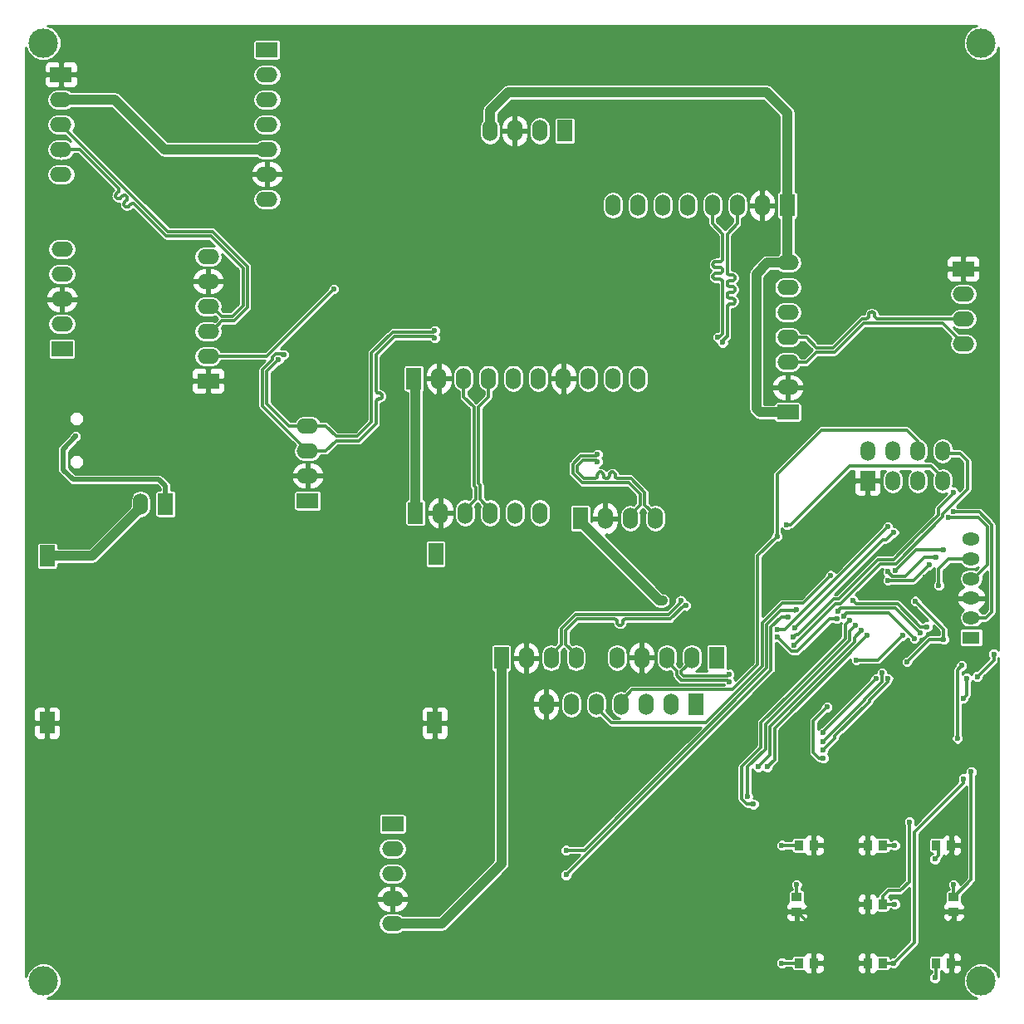
<source format=gbl>
G04 #@! TF.FileFunction,Copper,L2,Bot,Signal*
%FSLAX46Y46*%
G04 Gerber Fmt 4.6, Leading zero omitted, Abs format (unit mm)*
G04 Created by KiCad (PCBNEW 4.0.7-e2-6376~58~ubuntu14.04.1) date Sun Nov  5 14:12:04 2017*
%MOMM*%
%LPD*%
G01*
G04 APERTURE LIST*
%ADD10C,0.100000*%
%ADD11R,1.524000X2.199640*%
%ADD12O,1.524000X2.199640*%
%ADD13R,2.199640X1.524000*%
%ADD14O,2.199640X1.524000*%
%ADD15R,1.524000X1.998980*%
%ADD16O,1.524000X1.998980*%
%ADD17R,1.800000X1.300000*%
%ADD18O,1.800000X1.300000*%
%ADD19R,0.899160X1.000760*%
%ADD20R,1.000760X0.899160*%
%ADD21C,3.000000*%
%ADD22C,0.600000*%
%ADD23C,1.000000*%
%ADD24C,0.300000*%
%ADD25C,0.500000*%
%ADD26C,0.254000*%
G04 APERTURE END LIST*
D10*
D11*
X153889468Y-114889744D03*
D12*
X156429468Y-114889744D03*
X158969468Y-114889744D03*
X161509468Y-114889744D03*
D13*
X109000000Y-55420000D03*
D14*
X109000000Y-57960000D03*
X109000000Y-60500000D03*
X109000000Y-63040000D03*
X109000000Y-65580000D03*
D11*
X173720000Y-119600000D03*
D12*
X171180000Y-119600000D03*
X168640000Y-119600000D03*
X166100000Y-119600000D03*
X163560000Y-119600000D03*
X161020000Y-119600000D03*
X158480000Y-119600000D03*
D11*
X144970000Y-86400000D03*
D12*
X147510000Y-86400000D03*
X150050000Y-86400000D03*
X152590000Y-86400000D03*
X155130000Y-86400000D03*
X157670000Y-86400000D03*
X160210000Y-86400000D03*
X162750000Y-86400000D03*
X165290000Y-86400000D03*
X167830000Y-86400000D03*
D11*
X161940000Y-100650000D03*
D12*
X164480000Y-100650000D03*
X167020000Y-100650000D03*
X169560000Y-100650000D03*
D11*
X175830000Y-114850000D03*
D12*
X173290000Y-114850000D03*
X170750000Y-114850000D03*
X168210000Y-114850000D03*
X165670000Y-114850000D03*
D13*
X142800000Y-131820000D03*
D14*
X142800000Y-134360000D03*
X142800000Y-136900000D03*
X142800000Y-139440000D03*
X142800000Y-141980000D03*
D13*
X134150000Y-98860000D03*
D14*
X134150000Y-96320000D03*
X134150000Y-93780000D03*
X134150000Y-91240000D03*
D13*
X130000000Y-52880000D03*
D14*
X130000000Y-55420000D03*
X130000000Y-57960000D03*
X130000000Y-60500000D03*
X130000000Y-63040000D03*
X130000000Y-65580000D03*
X130000000Y-68120000D03*
D11*
X160360000Y-61150000D03*
D12*
X157820000Y-61150000D03*
X155280000Y-61150000D03*
X152740000Y-61150000D03*
D13*
X124000000Y-86650000D03*
D14*
X124000000Y-84110000D03*
X124000000Y-81570000D03*
X124000000Y-79030000D03*
X124000000Y-76490000D03*
X124000000Y-73950000D03*
D13*
X109100000Y-83380000D03*
D14*
X109100000Y-80840000D03*
X109100000Y-78300000D03*
X109100000Y-75760000D03*
X109100000Y-73220000D03*
D11*
X183040000Y-68750000D03*
D12*
X180500000Y-68750000D03*
X177960000Y-68750000D03*
X175420000Y-68750000D03*
X172880000Y-68750000D03*
X170340000Y-68750000D03*
X167800000Y-68750000D03*
X165260000Y-68750000D03*
D13*
X201000000Y-75220000D03*
D14*
X201000000Y-77760000D03*
X201000000Y-80300000D03*
X201000000Y-82840000D03*
D15*
X191250000Y-96838920D03*
D16*
X191250000Y-93801080D03*
X193790000Y-96838920D03*
X193790000Y-93801080D03*
X196330000Y-96838920D03*
X196330000Y-93801080D03*
X198870000Y-96838920D03*
X198870000Y-93801080D03*
D11*
X145150000Y-100100000D03*
D12*
X147690000Y-100100000D03*
X150230000Y-100100000D03*
X152770000Y-100100000D03*
X155310000Y-100100000D03*
X157850000Y-100100000D03*
D17*
X201800000Y-112800000D03*
D18*
X201800000Y-110800000D03*
X201800000Y-108800000D03*
X201800000Y-106800000D03*
X201800000Y-104800000D03*
X201800000Y-102800000D03*
D19*
X191248160Y-140000000D03*
X192751840Y-140000000D03*
D20*
X184000000Y-140751840D03*
X184000000Y-139248160D03*
X200000000Y-140751840D03*
X200000000Y-139248160D03*
D19*
X191248160Y-134000000D03*
X192751840Y-134000000D03*
X191248160Y-146000000D03*
X192751840Y-146000000D03*
X185751840Y-134000000D03*
X184248160Y-134000000D03*
X199751840Y-134000000D03*
X198248160Y-134000000D03*
X199751840Y-146000000D03*
X198248160Y-146000000D03*
X185751840Y-146000000D03*
X184248160Y-146000000D03*
D21*
X107200000Y-147800000D03*
X107200000Y-52200000D03*
X202800000Y-52200000D03*
X202800000Y-147800000D03*
D11*
X119670000Y-99200000D03*
D12*
X117130000Y-99200000D03*
D11*
X107600000Y-104500000D03*
X147200000Y-104300000D03*
X107600000Y-121500000D03*
X147100000Y-121500000D03*
D13*
X183110000Y-89840000D03*
D14*
X183110000Y-87300000D03*
X183110000Y-84760000D03*
X183110000Y-82220000D03*
X183110000Y-79680000D03*
X183110000Y-77140000D03*
X183110000Y-74600000D03*
D22*
X170320000Y-109070000D03*
X187100000Y-119900000D03*
X186726274Y-125125649D03*
X188100000Y-110891554D03*
X182000000Y-112752403D03*
X196100000Y-109100000D03*
X199000000Y-113000000D03*
X195236738Y-115300000D03*
X195700000Y-101700000D03*
X178700000Y-111700000D03*
X175500000Y-109900000D03*
X183900000Y-127000000D03*
X184300000Y-131600000D03*
X191400000Y-100400000D03*
X192300000Y-123600000D03*
X116000000Y-95000000D03*
X183900000Y-122900000D03*
X192000000Y-131000000D03*
X199795200Y-117736738D03*
X197100000Y-106700000D03*
X186700000Y-122500000D03*
X192100000Y-117000000D03*
X186700000Y-123400000D03*
X192702400Y-116400000D03*
X193304800Y-117000000D03*
X186700000Y-124300000D03*
X110500000Y-92300000D03*
X180100000Y-126000000D03*
X190600000Y-112100000D03*
X181000000Y-126000000D03*
X191200000Y-112600000D03*
X160500000Y-134500000D03*
X184016229Y-109924202D03*
X183113830Y-110686170D03*
X160500000Y-137000000D03*
X136830000Y-77280000D03*
X200000000Y-98000000D03*
X183674038Y-112774038D03*
X183700000Y-113600000D03*
X182000000Y-102500000D03*
X187474038Y-106474038D03*
X183000000Y-101300000D03*
X200000000Y-100000000D03*
X193300000Y-101500000D03*
X182000000Y-112000000D03*
X183825962Y-111825962D03*
X193900000Y-102100000D03*
X199500000Y-100602400D03*
X198500000Y-107500000D03*
X194800000Y-112600000D03*
X190100000Y-115100000D03*
X182500000Y-134000000D03*
X198100000Y-135400000D03*
X198100000Y-147500000D03*
X182500000Y-146000000D03*
X194000000Y-140000000D03*
X195500000Y-131600000D03*
X200397600Y-123100000D03*
X200822128Y-115677872D03*
X197300000Y-111700000D03*
X189700000Y-109000000D03*
X184000000Y-138000000D03*
X200000000Y-138000000D03*
X201797600Y-126500000D03*
X196000000Y-112900000D03*
X188800000Y-110600000D03*
X194000000Y-134000000D03*
X202400000Y-116800000D03*
X204100000Y-114500000D03*
X199000000Y-103900000D03*
X194100000Y-105945190D03*
X193900000Y-146000000D03*
X201000000Y-127200000D03*
X201000000Y-119000000D03*
X201338094Y-116961906D03*
X196624012Y-112331680D03*
X188200000Y-110100000D03*
X179602400Y-129800000D03*
X189400000Y-111100000D03*
X197500000Y-105400000D03*
X193300000Y-107000000D03*
X198217263Y-104617263D03*
X193300000Y-106100000D03*
X179000000Y-129000000D03*
X190000000Y-111600000D03*
X177132267Y-117296887D03*
X172193987Y-109023987D03*
X131706013Y-83963987D03*
X176466013Y-82736013D03*
X163700000Y-94123800D03*
X147100000Y-82276200D03*
X177132267Y-116544487D03*
X172726013Y-109556013D03*
X131173987Y-84496013D03*
X175933987Y-82203987D03*
X163700000Y-94876200D03*
X147100000Y-81523800D03*
D23*
X180950000Y-57210000D02*
X183040000Y-59300000D01*
X183040000Y-59300000D02*
X183040000Y-68750000D01*
X154580180Y-57210000D02*
X180950000Y-57210000D01*
X152740000Y-61150000D02*
X152740000Y-59050180D01*
X152740000Y-59050180D02*
X154580180Y-57210000D01*
X161940000Y-100650000D02*
X161940000Y-100987820D01*
X161940000Y-100987820D02*
X170022180Y-109070000D01*
X170022180Y-109070000D02*
X170320000Y-109070000D01*
X145150000Y-100100000D02*
X145150000Y-86580000D01*
X145150000Y-86580000D02*
X144970000Y-86400000D01*
X179890000Y-89480000D02*
X180250000Y-89840000D01*
X180250000Y-89840000D02*
X183110000Y-89840000D01*
X179890000Y-75720180D02*
X179890000Y-89480000D01*
X183110000Y-74600000D02*
X181010180Y-74600000D01*
X181010180Y-74600000D02*
X179890000Y-75720180D01*
X183040000Y-68750000D02*
X183040000Y-74530000D01*
X183040000Y-74530000D02*
X183110000Y-74600000D01*
X153889468Y-114889744D02*
X153889468Y-135910532D01*
X147820000Y-141980000D02*
X142800000Y-141980000D01*
X153889468Y-135910532D02*
X147820000Y-141980000D01*
X109000000Y-57960000D02*
X114460000Y-57960000D01*
X119540000Y-63040000D02*
X130000000Y-63040000D01*
X114460000Y-57960000D02*
X119540000Y-63040000D01*
D24*
X185700000Y-124523639D02*
X185700000Y-121300000D01*
X185700000Y-121300000D02*
X187100000Y-119900000D01*
X186726274Y-125125649D02*
X186302010Y-125125649D01*
X186302010Y-125125649D02*
X185700000Y-124523639D01*
X184097599Y-114202401D02*
X187408446Y-110891554D01*
X187408446Y-110891554D02*
X188100000Y-110891554D01*
X182000000Y-112752403D02*
X183449998Y-114202401D01*
X183449998Y-114202401D02*
X184097599Y-114202401D01*
X196100000Y-109100000D02*
X199000000Y-112000000D01*
X199000000Y-112000000D02*
X199000000Y-113000000D01*
X195236738Y-115300000D02*
X197536738Y-113000000D01*
X197536738Y-113000000D02*
X199000000Y-113000000D01*
X191400000Y-100400000D02*
X194400000Y-100400000D01*
X194400000Y-100400000D02*
X195700000Y-101700000D01*
X176700000Y-111700000D02*
X178700000Y-111700000D01*
X175500000Y-110500000D02*
X176700000Y-111700000D01*
X175500000Y-109900000D02*
X175500000Y-110500000D01*
X199700000Y-109700000D02*
X199700000Y-117641538D01*
X185751840Y-131600000D02*
X185751840Y-134000000D01*
X185751840Y-128851840D02*
X185751840Y-131600000D01*
X185751840Y-131600000D02*
X184300000Y-131600000D01*
X192300000Y-123600000D02*
X192200000Y-123600000D01*
D25*
X117047590Y-96047590D02*
X132277770Y-96047590D01*
X132277770Y-96047590D02*
X132550180Y-96320000D01*
X132550180Y-96320000D02*
X134150000Y-96320000D01*
X116000000Y-95000000D02*
X117047590Y-96047590D01*
D24*
X183900000Y-127000000D02*
X185751840Y-128851840D01*
X183900000Y-122900000D02*
X183900000Y-127000000D01*
X191800000Y-147600000D02*
X191248160Y-147048160D01*
X191248160Y-147048160D02*
X191248160Y-146000000D01*
X193901420Y-147600000D02*
X191800000Y-147600000D01*
X200000000Y-140751840D02*
X200000000Y-141501420D01*
X200000000Y-141501420D02*
X193901420Y-147600000D01*
X199751840Y-134000000D02*
X199751840Y-134800380D01*
X199751840Y-134800380D02*
X198800000Y-135752220D01*
X198800000Y-135752220D02*
X198800000Y-140352220D01*
X199199620Y-140751840D02*
X200000000Y-140751840D01*
X198800000Y-140352220D02*
X199199620Y-140751840D01*
X199751840Y-143048160D02*
X200000000Y-142800000D01*
X200000000Y-142800000D02*
X200000000Y-140751840D01*
X199751840Y-146000000D02*
X199751840Y-143048160D01*
X184000000Y-140751840D02*
X184050800Y-140751840D01*
X184050800Y-140751840D02*
X185751840Y-142452880D01*
X185751840Y-142452880D02*
X185751840Y-145199620D01*
X185751840Y-145199620D02*
X185751840Y-146000000D01*
X191248160Y-146000000D02*
X191248160Y-140000000D01*
X191248160Y-140000000D02*
X191248160Y-134000000D01*
X185700000Y-139852220D02*
X185700000Y-135900000D01*
X185700000Y-135900000D02*
X186200000Y-135400000D01*
X184000000Y-140751840D02*
X184800380Y-140751840D01*
X184800380Y-140751840D02*
X185700000Y-139852220D01*
X186200000Y-135400000D02*
X185751840Y-134951840D01*
X185751840Y-134951840D02*
X185751840Y-134000000D01*
X189098580Y-135400000D02*
X186200000Y-135400000D01*
X191248160Y-134000000D02*
X190498580Y-134000000D01*
X190498580Y-134000000D02*
X189098580Y-135400000D01*
X192000000Y-131000000D02*
X191248160Y-131751840D01*
X191248160Y-131751840D02*
X191248160Y-134000000D01*
X199700000Y-117641538D02*
X199795200Y-117736738D01*
X201800000Y-108800000D02*
X200600000Y-108800000D01*
X200600000Y-108800000D02*
X199700000Y-109700000D01*
X197100000Y-106700000D02*
X197524264Y-106700000D01*
X197524264Y-106700000D02*
X197897599Y-107073335D01*
X197897599Y-107073335D02*
X197897599Y-108297599D01*
X197897599Y-108297599D02*
X198400000Y-108800000D01*
X198400000Y-108800000D02*
X201800000Y-108800000D01*
X192100000Y-117000000D02*
X186700000Y-122400000D01*
X186700000Y-122400000D02*
X186700000Y-122500000D01*
X190900000Y-119091554D02*
X190900000Y-119200000D01*
X190900000Y-119200000D02*
X186700000Y-123400000D01*
X192702400Y-116400000D02*
X192702400Y-117289154D01*
X192702400Y-117289154D02*
X190900000Y-119091554D01*
X191400000Y-119231358D02*
X193304801Y-117326557D01*
X193304801Y-117326557D02*
X193304801Y-117000001D01*
X193304801Y-117000001D02*
X193304800Y-117000000D01*
X187919902Y-123080098D02*
X187919902Y-122819902D01*
X187919902Y-122819902D02*
X191400000Y-119339804D01*
X191400000Y-119339804D02*
X191400000Y-119231358D01*
X186700000Y-124300000D02*
X187919902Y-123080098D01*
D25*
X119000000Y-96700000D02*
X119670000Y-97370000D01*
X119670000Y-97370000D02*
X119670000Y-99200000D01*
X110200000Y-96700000D02*
X119000000Y-96700000D01*
X109200000Y-95700000D02*
X110200000Y-96700000D01*
X109200000Y-93600000D02*
X109200000Y-95700000D01*
X110500000Y-92300000D02*
X109200000Y-93600000D01*
D24*
X181287670Y-121872526D02*
X181287670Y-124812330D01*
X181287670Y-124812330D02*
X180100000Y-126000000D01*
X189880098Y-113280098D02*
X181287670Y-121872526D01*
X189880098Y-112819902D02*
X189880098Y-113280098D01*
X190600000Y-112100000D02*
X189880098Y-112819902D01*
X191200000Y-112600000D02*
X181740080Y-122059920D01*
X181740080Y-122059920D02*
X181740080Y-125259920D01*
X181740080Y-125259920D02*
X181000000Y-126000000D01*
X180945189Y-115915007D02*
X162360196Y-134500000D01*
X162360196Y-134500000D02*
X160500000Y-134500000D01*
X180945189Y-111523453D02*
X180945189Y-115915007D01*
X182384873Y-110083769D02*
X180945189Y-111523453D01*
X183840431Y-110100000D02*
X183824200Y-110083769D01*
X183824200Y-110083769D02*
X182384873Y-110083769D01*
X184016229Y-109924202D02*
X183840431Y-110100000D01*
X181397599Y-116102401D02*
X181397599Y-111710847D01*
X181397599Y-111710847D02*
X182422276Y-110686170D01*
X182422276Y-110686170D02*
X183113830Y-110686170D01*
X181397599Y-116102401D02*
X160500000Y-137000000D01*
X136830000Y-77280000D02*
X130000000Y-84110000D01*
X130000000Y-84110000D02*
X124000000Y-84110000D01*
X198447591Y-100021051D02*
X198447591Y-99622256D01*
X198447591Y-99622256D02*
X200000000Y-98069847D01*
X200000000Y-98069847D02*
X200000000Y-98000000D01*
X198447590Y-100317992D02*
X198447591Y-100021051D01*
X196300000Y-102465582D02*
X198447590Y-100317992D01*
X192312606Y-104847590D02*
X193917992Y-104847590D01*
X193917992Y-104847590D02*
X196300000Y-102465582D01*
X188265014Y-108895182D02*
X192312606Y-104847590D01*
X187765014Y-108895182D02*
X188265014Y-108895182D01*
X184186157Y-112474039D02*
X187765014Y-108895182D01*
X183674038Y-112774038D02*
X183974037Y-112474039D01*
X183974037Y-112474039D02*
X184186157Y-112474039D01*
X183700000Y-113600000D02*
X187952408Y-109347592D01*
X194105386Y-105300000D02*
X198900000Y-100505386D01*
X187952408Y-109347592D02*
X188452408Y-109347592D01*
X188452408Y-109347592D02*
X192500000Y-105300000D01*
X192500000Y-105300000D02*
X194105386Y-105300000D01*
X198900000Y-100505386D02*
X198900000Y-100208446D01*
X201430000Y-94800000D02*
X200680000Y-94050000D01*
X198900000Y-100208446D02*
X201430000Y-97678446D01*
X201430000Y-97678446D02*
X201430000Y-94800000D01*
X200680000Y-94050000D02*
X198870000Y-94050000D01*
X182000000Y-102500000D02*
X182000000Y-96170000D01*
X186490000Y-91680000D02*
X195260000Y-91680000D01*
X182000000Y-96170000D02*
X186490000Y-91680000D01*
X195260000Y-91680000D02*
X196330000Y-92750000D01*
X196330000Y-92750000D02*
X196330000Y-94050000D01*
X166100000Y-119600000D02*
X166100000Y-119262180D01*
X166100000Y-119262180D02*
X167252180Y-118110000D01*
X167252180Y-118110000D02*
X177470588Y-118110000D01*
X180040370Y-115540218D02*
X180040370Y-104459630D01*
X177470588Y-118110000D02*
X180040370Y-115540218D01*
X180040370Y-104459630D02*
X182000000Y-102500000D01*
X182528838Y-109300000D02*
X184648076Y-109300000D01*
X184648076Y-109300000D02*
X187474038Y-106474038D01*
X180492780Y-111336058D02*
X182528838Y-109300000D01*
X180492779Y-115727613D02*
X180492780Y-111336058D01*
X174720392Y-121500000D02*
X180492779Y-115727613D01*
X165122180Y-121500000D02*
X174720392Y-121500000D01*
X163560000Y-119600000D02*
X163560000Y-119937820D01*
X163560000Y-119937820D02*
X165122180Y-121500000D01*
X197670000Y-95320000D02*
X198870000Y-96520000D01*
X198870000Y-96520000D02*
X198870000Y-96590000D01*
X189404264Y-95320000D02*
X197670000Y-95320000D01*
X183000000Y-101300000D02*
X183424264Y-101300000D01*
X183424264Y-101300000D02*
X189404264Y-95320000D01*
X203900000Y-110200000D02*
X203300000Y-110800000D01*
X203300000Y-110800000D02*
X201800000Y-110800000D01*
X203900000Y-101300000D02*
X203900000Y-110200000D01*
X202600000Y-100000000D02*
X203900000Y-101300000D01*
X200000000Y-100000000D02*
X202600000Y-100000000D01*
X182000000Y-112000000D02*
X182800000Y-112000000D01*
X182800000Y-112000000D02*
X193300000Y-101500000D01*
X193130098Y-102869902D02*
X192782022Y-102869902D01*
X192782022Y-102869902D02*
X183825962Y-111825962D01*
X193900000Y-102100000D02*
X193130098Y-102869902D01*
X203447590Y-101487394D02*
X202562596Y-100602400D01*
X202562596Y-100602400D02*
X199500000Y-100602400D01*
X203447590Y-105402410D02*
X203447590Y-101487394D01*
X201800000Y-106800000D02*
X202050000Y-106800000D01*
X202050000Y-106800000D02*
X203447590Y-105402410D01*
X198500000Y-105800000D02*
X199500000Y-104800000D01*
X199500000Y-104800000D02*
X201800000Y-104800000D01*
X198500000Y-107500000D02*
X198500000Y-105800000D01*
X192300000Y-115100000D02*
X194800000Y-112600000D01*
X190100000Y-115100000D02*
X192300000Y-115100000D01*
X182500000Y-134000000D02*
X184248160Y-134000000D01*
X198100000Y-135400000D02*
X198500000Y-135000000D01*
X198500000Y-134251840D02*
X198248160Y-134000000D01*
X198500000Y-135000000D02*
X198500000Y-134251840D01*
X198248160Y-146000000D02*
X198248160Y-147351840D01*
X198248160Y-147351840D02*
X198100000Y-147500000D01*
X184248160Y-146000000D02*
X182500000Y-146000000D01*
X194000000Y-140000000D02*
X192751840Y-140000000D01*
X195500000Y-131600000D02*
X195500000Y-137700000D01*
X195500000Y-137700000D02*
X194600000Y-138600000D01*
X194600000Y-138600000D02*
X193351460Y-138600000D01*
X193351460Y-138600000D02*
X192751840Y-139199620D01*
X192751840Y-139199620D02*
X192751840Y-140000000D01*
X200822128Y-115677872D02*
X200397600Y-116102400D01*
X200397600Y-116102400D02*
X200397600Y-123100000D01*
X190047591Y-109347591D02*
X194279728Y-109347592D01*
X194279728Y-109347592D02*
X196632136Y-111700000D01*
X196632136Y-111700000D02*
X197300000Y-111700000D01*
X189700000Y-109000000D02*
X190047591Y-109347591D01*
X184000000Y-139248160D02*
X184000000Y-138000000D01*
X200000000Y-139248160D02*
X200000000Y-138000000D01*
X201797600Y-126500000D02*
X201797600Y-137501360D01*
X201797600Y-137501360D02*
X200050800Y-139248160D01*
X200050800Y-139248160D02*
X200000000Y-139248160D01*
X188800000Y-110600000D02*
X189099999Y-110300001D01*
X189099999Y-110300001D02*
X193400001Y-110300001D01*
X193400001Y-110300001D02*
X196000000Y-112900000D01*
X194000000Y-134000000D02*
X192751840Y-134000000D01*
X204100000Y-114500000D02*
X204100000Y-115100000D01*
X204100000Y-115100000D02*
X202400000Y-116800000D01*
X194100000Y-105945190D02*
X196145190Y-103900000D01*
X196145190Y-103900000D02*
X197107786Y-103900000D01*
X197107786Y-103900000D02*
X199000000Y-103900000D01*
X196000000Y-143900000D02*
X193900000Y-146000000D01*
X193900000Y-146000000D02*
X192751840Y-146000000D01*
X196000000Y-132624264D02*
X196000000Y-143900000D01*
X201000000Y-127200000D02*
X201000000Y-127624264D01*
X201000000Y-127624264D02*
X196000000Y-132624264D01*
X201338094Y-116961906D02*
X201338094Y-118661906D01*
X201338094Y-118661906D02*
X201000000Y-119000000D01*
X189899999Y-109800001D02*
X194092333Y-109800001D01*
X194092333Y-109800001D02*
X196624012Y-112331680D01*
X188200000Y-110100000D02*
X188499999Y-109800001D01*
X188499999Y-109800001D02*
X189899999Y-109800001D01*
X180382850Y-123977346D02*
X178397599Y-125962597D01*
X178397599Y-125962597D02*
X178397599Y-129289153D01*
X178397599Y-129289153D02*
X178908446Y-129800000D01*
X178908446Y-129800000D02*
X179602400Y-129800000D01*
X180382850Y-121497738D02*
X180382850Y-123977346D01*
X183380588Y-118500000D02*
X180382850Y-121497738D01*
X188975278Y-112905310D02*
X183380588Y-118500000D01*
X188975278Y-111984918D02*
X188975278Y-112905310D01*
X189400000Y-111100000D02*
X188975278Y-111524722D01*
X188975278Y-111524722D02*
X188975278Y-111984918D01*
X193300000Y-107000000D02*
X195900000Y-107000000D01*
X195900000Y-107000000D02*
X197500000Y-105400000D01*
X195100000Y-106547590D02*
X197030327Y-104617263D01*
X197030327Y-104617263D02*
X198217263Y-104617263D01*
X193747590Y-106547590D02*
X195100000Y-106547590D01*
X193300000Y-106100000D02*
X193747590Y-106547590D01*
X179000000Y-126000000D02*
X179000000Y-129000000D01*
X180835260Y-124100000D02*
X180835260Y-124164740D01*
X180835260Y-124164740D02*
X179000000Y-126000000D01*
X180835260Y-121685132D02*
X180835260Y-124100000D01*
X187660196Y-114860196D02*
X180835260Y-121685132D01*
X189427688Y-113092704D02*
X187660196Y-114860196D01*
X190000000Y-111600000D02*
X189427688Y-112172312D01*
X189427688Y-112172312D02*
X189427688Y-113092704D01*
D23*
X107600000Y-104500000D02*
X112167820Y-104500000D01*
X112167820Y-104500000D02*
X117130000Y-99537820D01*
X117130000Y-99537820D02*
X117130000Y-99200000D01*
D24*
X150050000Y-86400000D02*
X150050000Y-88261820D01*
X150050000Y-88261820D02*
X151093800Y-89305620D01*
X151093800Y-89305620D02*
X151093800Y-97313796D01*
X151093800Y-97313796D02*
X151273800Y-97493796D01*
X151273800Y-97493796D02*
X151273800Y-98718380D01*
X151273800Y-98718380D02*
X150230000Y-99762180D01*
X150230000Y-99762180D02*
X150230000Y-100100000D01*
X171793800Y-116693694D02*
X172246992Y-117146886D01*
X172246992Y-117146886D02*
X176982266Y-117146886D01*
X176982266Y-117146886D02*
X177132267Y-117296887D01*
X170750000Y-114850000D02*
X170750000Y-115187820D01*
X170750000Y-115187820D02*
X171793800Y-116231620D01*
X171793800Y-116231620D02*
X171793800Y-116693694D01*
X161426306Y-110473800D02*
X170956305Y-110473800D01*
X170956305Y-110473800D02*
X172193987Y-109236118D01*
X172193987Y-109236118D02*
X172193987Y-109023987D01*
X160013268Y-111886838D02*
X161426306Y-110473800D01*
X158969468Y-114889744D02*
X158969468Y-114551924D01*
X158969468Y-114551924D02*
X160013268Y-113508124D01*
X160013268Y-113508124D02*
X160013268Y-111886838D01*
X109000000Y-63040000D02*
X110900210Y-63040000D01*
X115554156Y-68886044D02*
X115614682Y-68915191D01*
X114901242Y-67083048D02*
X114916191Y-67148542D01*
X115024847Y-68037516D02*
X115077370Y-67995631D01*
X115367521Y-67747494D02*
X115433016Y-67732545D01*
X114766154Y-68066663D02*
X114831648Y-68081612D01*
X115749770Y-67931576D02*
X115764719Y-67997070D01*
X115678738Y-68242792D02*
X115501634Y-68419895D01*
X114567124Y-67817088D02*
X114582073Y-67882583D01*
X114830210Y-67394264D02*
X114653106Y-67571367D01*
X114872095Y-67022522D02*
X114901242Y-67083048D01*
X110900210Y-63040000D02*
X114830210Y-66970000D01*
X114830210Y-66970000D02*
X114872095Y-67022522D01*
X115459749Y-68472417D02*
X115430601Y-68532943D01*
X115306995Y-67776642D02*
X115367521Y-67747494D01*
X124337820Y-79030000D02*
X124000000Y-79030000D01*
X114653106Y-67995631D02*
X114705628Y-68037516D01*
X114964321Y-68066663D02*
X115024847Y-68037516D01*
X114653106Y-67571367D02*
X114611221Y-67623889D01*
X115626215Y-67776642D02*
X115678738Y-67818528D01*
X116155523Y-68625170D02*
X116216049Y-68596022D01*
X114916191Y-67148542D02*
X114916191Y-67215721D01*
X115077370Y-67995631D02*
X115254473Y-67818527D01*
X115500194Y-67732545D02*
X115565689Y-67747494D01*
X115764719Y-68064249D02*
X115749770Y-68129743D01*
X114916191Y-67215721D02*
X114901242Y-67281215D01*
X114611221Y-67943109D02*
X114653106Y-67995631D01*
X114901242Y-67281215D02*
X114872095Y-67341741D01*
X114872095Y-67341741D02*
X114830210Y-67394264D01*
X127553800Y-75163694D02*
X127553800Y-78996306D01*
X114567124Y-67749910D02*
X114567124Y-67817088D01*
X114611221Y-67623889D02*
X114582073Y-67684415D01*
X115764719Y-67997070D02*
X115764719Y-68064249D01*
X114582073Y-67684415D02*
X114567124Y-67749910D01*
X119726410Y-71866200D02*
X124256306Y-71866200D01*
X114582073Y-67882583D02*
X114611221Y-67943109D01*
X114705628Y-68037516D02*
X114766154Y-68066663D01*
X116474743Y-68625170D02*
X116527266Y-68667056D01*
X114831648Y-68081612D02*
X114898827Y-68081612D01*
X114898827Y-68081612D02*
X114964321Y-68066663D01*
X115254473Y-67818527D02*
X115306995Y-67776642D01*
X116281544Y-68581073D02*
X116348722Y-68581073D01*
X115680176Y-68930140D02*
X115747355Y-68930140D01*
X115433016Y-67732545D02*
X115500194Y-67732545D01*
X115565689Y-67747494D02*
X115626215Y-67776642D01*
X115678738Y-67818528D02*
X115720623Y-67871050D01*
X115430601Y-68731111D02*
X115459749Y-68791637D01*
X116414217Y-68596022D02*
X116474743Y-68625170D01*
X115720623Y-67871050D02*
X115749770Y-67931576D01*
X115749770Y-68129743D02*
X115720623Y-68190269D01*
X115720623Y-68190269D02*
X115678738Y-68242792D01*
X115501634Y-68419895D02*
X115459749Y-68472417D01*
X115430601Y-68532943D02*
X115415652Y-68598438D01*
X115614682Y-68915191D02*
X115680176Y-68930140D01*
X115415652Y-68598438D02*
X115415652Y-68665616D01*
X115415652Y-68665616D02*
X115430601Y-68731111D01*
X115459749Y-68791637D02*
X115501634Y-68844159D01*
X115501634Y-68844159D02*
X115554156Y-68886044D01*
X115747355Y-68930140D02*
X115812849Y-68915191D01*
X115812849Y-68915191D02*
X115873375Y-68886044D01*
X115873375Y-68886044D02*
X115925898Y-68844159D01*
X115925898Y-68844159D02*
X116103001Y-68667055D01*
X116103001Y-68667055D02*
X116155523Y-68625170D01*
X116216049Y-68596022D02*
X116281544Y-68581073D01*
X116348722Y-68581073D02*
X116414217Y-68596022D01*
X116527266Y-68667056D02*
X119726410Y-71866200D01*
X124256306Y-71866200D02*
X127553800Y-75163694D01*
X127553800Y-78996306D02*
X126476306Y-80073800D01*
X126476306Y-80073800D02*
X125381620Y-80073800D01*
X125381620Y-80073800D02*
X124337820Y-79030000D01*
X129553800Y-85476410D02*
X129553800Y-89183800D01*
X129553800Y-89183800D02*
X131929895Y-91559895D01*
X131929895Y-91559895D02*
X134150000Y-93780000D01*
X131706013Y-83963987D02*
X131529963Y-83963987D01*
X131529963Y-83963987D02*
X131461988Y-83896012D01*
X131461988Y-83896012D02*
X130885986Y-83896012D01*
X130885986Y-83896012D02*
X130573986Y-84208012D01*
X130573986Y-84208012D02*
X130573986Y-84456224D01*
X130573986Y-84456224D02*
X129553800Y-85476410D01*
X187883694Y-83716200D02*
X190847495Y-80752399D01*
X183110000Y-84760000D02*
X184971820Y-84760000D01*
X184971820Y-84760000D02*
X186015620Y-83716200D01*
X190847495Y-80752399D02*
X198912399Y-80752399D01*
X186015620Y-83716200D02*
X187883694Y-83716200D01*
X198912399Y-80752399D02*
X201000000Y-82840000D01*
X177029154Y-75764549D02*
X177086035Y-75800290D01*
X177960000Y-68750000D02*
X177960000Y-70611820D01*
X177434693Y-78830000D02*
X177216200Y-78830000D01*
X177149444Y-75822478D02*
X177216200Y-75830000D01*
X177086035Y-78200290D02*
X177149444Y-78222478D01*
X176916200Y-75530000D02*
X176923722Y-75596756D01*
X176916200Y-77930000D02*
X176923722Y-77996756D01*
X177149444Y-77637521D02*
X177086035Y-77659709D01*
X177960000Y-70611820D02*
X176916200Y-71655620D01*
X177501450Y-76422478D02*
X177434693Y-76430000D01*
X176916200Y-79130000D02*
X176916200Y-82073695D01*
X176916200Y-71655620D02*
X176916200Y-75530000D01*
X177501450Y-78237521D02*
X177564859Y-78259709D01*
X176923722Y-75596756D02*
X176945910Y-75660165D01*
X177216200Y-77630000D02*
X177149444Y-77637521D01*
X177564859Y-75859709D02*
X177621740Y-75895450D01*
X177086035Y-75800290D02*
X177149444Y-75822478D01*
X177734693Y-78530000D02*
X177727172Y-78596756D01*
X177669243Y-75942953D02*
X177704984Y-75999834D01*
X176945910Y-75660165D02*
X176981651Y-75717046D01*
X177434693Y-77030000D02*
X177501450Y-77037521D01*
X177501450Y-77622478D02*
X177434693Y-77630000D01*
X177434693Y-75830000D02*
X177501450Y-75837521D01*
X177564859Y-77059709D02*
X177621740Y-77095450D01*
X177564859Y-76400290D02*
X177501450Y-76422478D01*
X177621740Y-77564549D02*
X177564859Y-77600290D01*
X177029154Y-76964549D02*
X177086035Y-77000290D01*
X177501450Y-75837521D02*
X177564859Y-75859709D01*
X177149444Y-78837521D02*
X177086035Y-78859709D01*
X177727172Y-77263243D02*
X177734693Y-77330000D01*
X176981651Y-75717046D02*
X177029154Y-75764549D01*
X177621740Y-78764549D02*
X177564859Y-78800290D01*
X177734693Y-77330000D02*
X177727172Y-77396756D01*
X177501450Y-78822478D02*
X177434693Y-78830000D01*
X177216200Y-75830000D02*
X177434693Y-75830000D01*
X177727172Y-78596756D02*
X177704984Y-78660165D01*
X177621740Y-75895450D02*
X177669243Y-75942953D01*
X177029154Y-77695450D02*
X176981651Y-77742953D01*
X177704984Y-75999834D02*
X177727172Y-76063243D01*
X177727172Y-76063243D02*
X177734693Y-76130000D01*
X176981651Y-76542953D02*
X176945910Y-76599834D01*
X176923722Y-76663243D02*
X176916200Y-76730000D01*
X177734693Y-76130000D02*
X177727172Y-76196756D01*
X177727172Y-76196756D02*
X177704984Y-76260165D01*
X177704984Y-77199834D02*
X177727172Y-77263243D01*
X177704984Y-76260165D02*
X177669243Y-76317046D01*
X176945910Y-76599834D02*
X176923722Y-76663243D01*
X177669243Y-76317046D02*
X177621740Y-76364549D01*
X177669243Y-77142953D02*
X177704984Y-77199834D01*
X176923722Y-77863243D02*
X176916200Y-77930000D01*
X177621740Y-76364549D02*
X177564859Y-76400290D01*
X177434693Y-76430000D02*
X177216200Y-76430000D01*
X177216200Y-76430000D02*
X177149444Y-76437521D01*
X177149444Y-76437521D02*
X177086035Y-76459709D01*
X176981651Y-78942953D02*
X176945910Y-78999834D01*
X177086035Y-77659709D02*
X177029154Y-77695450D01*
X177086035Y-76459709D02*
X177029154Y-76495450D01*
X177621740Y-77095450D02*
X177669243Y-77142953D01*
X176945910Y-76860165D02*
X176981651Y-76917046D01*
X177029154Y-76495450D02*
X176981651Y-76542953D01*
X176916200Y-82073695D02*
X176466013Y-82523882D01*
X176916200Y-76730000D02*
X176923722Y-76796756D01*
X176923722Y-76796756D02*
X176945910Y-76860165D01*
X176981651Y-76917046D02*
X177029154Y-76964549D01*
X177704984Y-77460165D02*
X177669243Y-77517046D01*
X177669243Y-77517046D02*
X177621740Y-77564549D01*
X177086035Y-77000290D02*
X177149444Y-77022478D01*
X177149444Y-77022478D02*
X177216200Y-77030000D01*
X177216200Y-77030000D02*
X177434693Y-77030000D01*
X177501450Y-77037521D02*
X177564859Y-77059709D01*
X177564859Y-77600290D02*
X177501450Y-77622478D01*
X177727172Y-77396756D02*
X177704984Y-77460165D01*
X177669243Y-78342953D02*
X177704984Y-78399834D01*
X177434693Y-77630000D02*
X177216200Y-77630000D01*
X177216200Y-78830000D02*
X177149444Y-78837521D01*
X176981651Y-77742953D02*
X176945910Y-77799834D01*
X177029154Y-78164549D02*
X177086035Y-78200290D01*
X176945910Y-77799834D02*
X176923722Y-77863243D01*
X176923722Y-77996756D02*
X176945910Y-78060165D01*
X177669243Y-78717046D02*
X177621740Y-78764549D01*
X176945910Y-78060165D02*
X176981651Y-78117046D01*
X176981651Y-78117046D02*
X177029154Y-78164549D01*
X177149444Y-78222478D02*
X177216200Y-78230000D01*
X177216200Y-78230000D02*
X177434693Y-78230000D01*
X177434693Y-78230000D02*
X177501450Y-78237521D01*
X176923722Y-79063243D02*
X176916200Y-79130000D01*
X177564859Y-78259709D02*
X177621740Y-78295450D01*
X177621740Y-78295450D02*
X177669243Y-78342953D01*
X177704984Y-78399834D02*
X177727172Y-78463243D01*
X177727172Y-78463243D02*
X177734693Y-78530000D01*
X177704984Y-78660165D02*
X177669243Y-78717046D01*
X177564859Y-78800290D02*
X177501450Y-78822478D01*
X177086035Y-78859709D02*
X177029154Y-78895450D01*
X177029154Y-78895450D02*
X176981651Y-78942953D01*
X176945910Y-78999834D02*
X176923722Y-79063243D01*
X176466013Y-82523882D02*
X176466013Y-82736013D01*
X166906306Y-97026200D02*
X168063800Y-98183694D01*
X168063800Y-98183694D02*
X168063800Y-99268380D01*
X168063800Y-99268380D02*
X167020000Y-100312180D01*
X167020000Y-100312180D02*
X167020000Y-100650000D01*
X162106306Y-97026200D02*
X166906306Y-97026200D01*
X161173800Y-96093694D02*
X162106306Y-97026200D01*
X161173800Y-95106306D02*
X161173800Y-96093694D01*
X162006305Y-94273801D02*
X161173800Y-95106306D01*
X163700000Y-94123800D02*
X163549999Y-94273801D01*
X163549999Y-94273801D02*
X162006305Y-94273801D01*
X141647534Y-88434549D02*
X141590653Y-88470290D01*
X146949999Y-82126199D02*
X142993695Y-82126199D01*
X147100000Y-82276200D02*
X146949999Y-82126199D01*
X141239154Y-87834549D02*
X141296035Y-87870290D01*
X142993695Y-82126199D02*
X141126200Y-83993694D01*
X141133722Y-87666756D02*
X141155910Y-87730165D01*
X141730778Y-88069834D02*
X141752966Y-88133243D01*
X141126200Y-83993694D02*
X141126200Y-87600000D01*
X141133722Y-88733243D02*
X141126200Y-88800000D01*
X141126200Y-87600000D02*
X141133722Y-87666756D01*
X141155910Y-87730165D02*
X141191651Y-87787046D01*
X141191651Y-87787046D02*
X141239154Y-87834549D01*
X141155910Y-88669834D02*
X141133722Y-88733243D01*
X141359444Y-88507521D02*
X141296035Y-88529709D01*
X141426200Y-88500000D02*
X141359444Y-88507521D01*
X141426200Y-87900000D02*
X141460487Y-87900000D01*
X141296035Y-88529709D02*
X141239154Y-88565450D01*
X141296035Y-87870290D02*
X141359444Y-87892478D01*
X141460487Y-87900000D02*
X141527244Y-87907521D01*
X141359444Y-87892478D02*
X141426200Y-87900000D01*
X141647534Y-87965450D02*
X141695037Y-88012953D01*
X141527244Y-87907521D02*
X141590653Y-87929709D01*
X141730778Y-88330165D02*
X141695037Y-88387046D01*
X141752966Y-88133243D02*
X141760487Y-88200000D01*
X141590653Y-87929709D02*
X141647534Y-87965450D01*
X136011820Y-93780000D02*
X134150000Y-93780000D01*
X141527244Y-88492478D02*
X141460487Y-88500000D01*
X141695037Y-88012953D02*
X141730778Y-88069834D01*
X141760487Y-88200000D02*
X141752966Y-88266756D01*
X141752966Y-88266756D02*
X141730778Y-88330165D01*
X141695037Y-88387046D02*
X141647534Y-88434549D01*
X141590653Y-88470290D02*
X141527244Y-88492478D01*
X141239154Y-88565450D02*
X141191651Y-88612953D01*
X141191651Y-88612953D02*
X141155910Y-88669834D01*
X141460487Y-88500000D02*
X141426200Y-88500000D01*
X141126200Y-88800000D02*
X141126200Y-90993694D01*
X141126200Y-90993694D02*
X139383694Y-92736200D01*
X139383694Y-92736200D02*
X137055620Y-92736200D01*
X137055620Y-92736200D02*
X136011820Y-93780000D01*
X109000000Y-63040000D02*
X109337820Y-63040000D01*
X109000000Y-63040000D02*
X109000000Y-63736877D01*
X161509468Y-114889744D02*
X161509468Y-114551924D01*
X165707521Y-111327244D02*
X165729709Y-111390653D01*
X166329709Y-111096034D02*
X166365450Y-111039153D01*
X166130165Y-111530778D02*
X166187046Y-111495037D01*
X165587046Y-110991650D02*
X165634549Y-111039153D01*
X161509468Y-114551924D02*
X160465668Y-113508124D01*
X165670290Y-111096034D02*
X165692478Y-111159443D01*
X166600000Y-110926200D02*
X171143695Y-110926200D01*
X165400000Y-110926200D02*
X165466756Y-110933721D01*
X160465668Y-113508124D02*
X160465668Y-112074226D01*
X165466756Y-110933721D02*
X165530165Y-110955909D01*
X166187046Y-111495037D02*
X166234549Y-111447534D01*
X160465668Y-112074226D02*
X161613694Y-110926200D01*
X161613694Y-110926200D02*
X165400000Y-110926200D01*
X166469834Y-110955909D02*
X166533243Y-110933721D01*
X165530165Y-110955909D02*
X165587046Y-110991650D01*
X165869834Y-111530778D02*
X165933243Y-111552966D01*
X165634549Y-111039153D02*
X165670290Y-111096034D01*
X166066756Y-111552966D02*
X166130165Y-111530778D01*
X165933243Y-111552966D02*
X166000000Y-111560488D01*
X166270290Y-111390653D02*
X166292478Y-111327244D01*
X165692478Y-111159443D02*
X165700000Y-111226200D01*
X166300000Y-111260488D02*
X166300000Y-111226200D01*
X166300000Y-111226200D02*
X166307521Y-111159443D01*
X165700000Y-111226200D02*
X165700000Y-111260488D01*
X165729709Y-111390653D02*
X165765450Y-111447534D01*
X165700000Y-111260488D02*
X165707521Y-111327244D01*
X172513882Y-109556013D02*
X172726013Y-109556013D01*
X165765450Y-111447534D02*
X165812953Y-111495037D01*
X165812953Y-111495037D02*
X165869834Y-111530778D01*
X166000000Y-111560488D02*
X166066756Y-111552966D01*
X166307521Y-111159443D02*
X166329709Y-111096034D01*
X166234549Y-111447534D02*
X166270290Y-111390653D01*
X166365450Y-111039153D02*
X166412953Y-110991650D01*
X166292478Y-111327244D02*
X166300000Y-111260488D01*
X166412953Y-110991650D02*
X166469834Y-110955909D01*
X166533243Y-110933721D02*
X166600000Y-110926200D01*
X171143695Y-110926200D02*
X172513882Y-109556013D01*
X172246200Y-116506306D02*
X172434382Y-116694488D01*
X172434382Y-116694488D02*
X176982266Y-116694488D01*
X176982266Y-116694488D02*
X177132267Y-116544487D01*
X173290000Y-114850000D02*
X173290000Y-115187820D01*
X172246200Y-116231620D02*
X172246200Y-116506306D01*
X173290000Y-115187820D02*
X172246200Y-116231620D01*
X124337820Y-81570000D02*
X124000000Y-81570000D01*
X128006200Y-79183694D02*
X126663694Y-80526200D01*
X126663694Y-80526200D02*
X125381620Y-80526200D01*
X125381620Y-80526200D02*
X124337820Y-81570000D01*
X128006200Y-74976306D02*
X128006200Y-79183694D01*
X124443694Y-71413800D02*
X128006200Y-74976306D01*
X109000000Y-60500000D02*
X119913800Y-71413800D01*
X119913800Y-71413800D02*
X124443694Y-71413800D01*
X130006200Y-85663800D02*
X130006200Y-88996410D01*
X130006200Y-88996410D02*
X132249790Y-91240000D01*
X132249790Y-91240000D02*
X134150000Y-91240000D01*
X131173987Y-84496013D02*
X130006200Y-85663800D01*
X183110000Y-82220000D02*
X184971820Y-82220000D01*
X186015620Y-83263800D02*
X187696306Y-83263800D01*
X184971820Y-82220000D02*
X186015620Y-83263800D01*
X191960000Y-80000000D02*
X191967521Y-80066757D01*
X191190165Y-80270291D02*
X191247046Y-80234550D01*
X192025450Y-80187047D02*
X192072953Y-80234550D01*
X187696306Y-83263800D02*
X190660106Y-80300000D01*
X190660106Y-80300000D02*
X191060000Y-80300000D01*
X191060000Y-80300000D02*
X191126756Y-80292479D01*
X191126756Y-80292479D02*
X191190165Y-80270291D01*
X191330290Y-80130166D02*
X191352478Y-80066757D01*
X191247046Y-80234550D02*
X191294549Y-80187047D01*
X191930290Y-79777971D02*
X191952478Y-79841380D01*
X191294549Y-80187047D02*
X191330290Y-80130166D01*
X191967521Y-80066757D02*
X191989709Y-80130166D01*
X191989709Y-80130166D02*
X192025450Y-80187047D01*
X191352478Y-80066757D02*
X191360000Y-80000000D01*
X191360000Y-80000000D02*
X191360000Y-79908136D01*
X191360000Y-79908136D02*
X191367521Y-79841380D01*
X198912400Y-80300000D02*
X201000000Y-80300000D01*
X191367521Y-79841380D02*
X191389709Y-79777971D01*
X191790165Y-79637846D02*
X191847046Y-79673587D01*
X191389709Y-79777971D02*
X191425450Y-79721090D01*
X191425450Y-79721090D02*
X191472953Y-79673587D01*
X191472953Y-79673587D02*
X191529834Y-79637846D01*
X191529834Y-79637846D02*
X191593243Y-79615658D01*
X191726756Y-79615658D02*
X191790165Y-79637846D01*
X191593243Y-79615658D02*
X191660000Y-79608136D01*
X192072953Y-80234550D02*
X192129834Y-80270291D01*
X191660000Y-79608136D02*
X191726756Y-79615658D01*
X191894549Y-79721090D02*
X191930290Y-79777971D01*
X191847046Y-79673587D02*
X191894549Y-79721090D01*
X192193243Y-80292479D02*
X192260000Y-80300000D01*
X191952478Y-79841380D02*
X191960000Y-79908136D01*
X191960000Y-79908136D02*
X191960000Y-80000000D01*
X192129834Y-80270291D02*
X192193243Y-80292479D01*
X192260000Y-80300000D02*
X198912400Y-80300000D01*
X176456278Y-74256756D02*
X176434090Y-74320165D01*
X175420000Y-68750000D02*
X175420000Y-70611820D01*
X175633634Y-74519709D02*
X175576753Y-74555450D01*
X175493509Y-74920165D02*
X175529250Y-74977046D01*
X176350846Y-74424549D02*
X176293965Y-74460290D01*
X175420000Y-70611820D02*
X176463800Y-71655620D01*
X175697043Y-74497521D02*
X175633634Y-74519709D01*
X175529250Y-74602953D02*
X175493509Y-74659834D01*
X175697043Y-75082478D02*
X175763800Y-75090000D01*
X176463800Y-71655620D02*
X176463800Y-74190000D01*
X176434090Y-75259834D02*
X176456278Y-75323243D01*
X176463800Y-74190000D02*
X176456278Y-74256756D01*
X175471321Y-74856756D02*
X175493509Y-74920165D01*
X176163800Y-75090000D02*
X176230556Y-75097521D01*
X176434090Y-74320165D02*
X176398349Y-74377046D01*
X176398349Y-74377046D02*
X176350846Y-74424549D01*
X176293965Y-74460290D02*
X176230556Y-74482478D01*
X176163800Y-74490000D02*
X175763800Y-74490000D01*
X176230556Y-74482478D02*
X176163800Y-74490000D01*
X175763800Y-74490000D02*
X175697043Y-74497521D01*
X176293965Y-75119709D02*
X176350846Y-75155450D01*
X176456278Y-76523243D02*
X176463800Y-76590000D01*
X175493509Y-76120165D02*
X175529250Y-76177046D01*
X175576753Y-75755450D02*
X175529250Y-75802953D01*
X175576753Y-74555450D02*
X175529250Y-74602953D01*
X175763800Y-75090000D02*
X176163800Y-75090000D01*
X176163800Y-76290000D02*
X176230556Y-76297521D01*
X175493509Y-74659834D02*
X175471321Y-74723243D01*
X175697043Y-76282478D02*
X175763800Y-76290000D01*
X175471321Y-76056756D02*
X175493509Y-76120165D01*
X175471321Y-74723243D02*
X175463800Y-74790000D01*
X175633634Y-75719709D02*
X175576753Y-75755450D01*
X175463800Y-74790000D02*
X175471321Y-74856756D01*
X175633634Y-75060290D02*
X175697043Y-75082478D01*
X176163800Y-75690000D02*
X175763800Y-75690000D01*
X175529250Y-74977046D02*
X175576753Y-75024549D01*
X175633634Y-76260290D02*
X175697043Y-76282478D01*
X176230556Y-76297521D02*
X176293965Y-76319709D01*
X175576753Y-75024549D02*
X175633634Y-75060290D01*
X176456278Y-75323243D02*
X176463800Y-75390000D01*
X176230556Y-75097521D02*
X176293965Y-75119709D01*
X175463800Y-75990000D02*
X175471321Y-76056756D01*
X175763800Y-75690000D02*
X175697043Y-75697521D01*
X176350846Y-75155450D02*
X176398349Y-75202953D01*
X175529250Y-76177046D02*
X175576753Y-76224549D01*
X176398349Y-75202953D02*
X176434090Y-75259834D01*
X176463800Y-75390000D02*
X176456278Y-75456756D01*
X176456278Y-75456756D02*
X176434090Y-75520165D01*
X175529250Y-75802953D02*
X175493509Y-75859834D01*
X176434090Y-75520165D02*
X176398349Y-75577046D01*
X176398349Y-75577046D02*
X176350846Y-75624549D01*
X176293965Y-76319709D02*
X176350846Y-76355450D01*
X176350846Y-75624549D02*
X176293965Y-75660290D01*
X176293965Y-75660290D02*
X176230556Y-75682478D01*
X176230556Y-75682478D02*
X176163800Y-75690000D01*
X175697043Y-75697521D02*
X175633634Y-75719709D01*
X175493509Y-75859834D02*
X175471321Y-75923243D01*
X175471321Y-75923243D02*
X175463800Y-75990000D01*
X175576753Y-76224549D02*
X175633634Y-76260290D01*
X176350846Y-76355450D02*
X176398349Y-76402953D01*
X175763800Y-76290000D02*
X176163800Y-76290000D01*
X176398349Y-76402953D02*
X176434090Y-76459834D01*
X176434090Y-76459834D02*
X176456278Y-76523243D01*
X176463800Y-76590000D02*
X176463800Y-81886305D01*
X176463800Y-81886305D02*
X176146118Y-82203987D01*
X176146118Y-82203987D02*
X175933987Y-82203987D01*
X161626200Y-95906306D02*
X162293694Y-96573800D01*
X163700000Y-94876200D02*
X163549999Y-94726199D01*
X164834549Y-96460847D02*
X164870290Y-96403966D01*
X163549999Y-94726199D02*
X162193695Y-94726199D01*
X165434549Y-96052467D02*
X165470290Y-96109348D01*
X161626200Y-95293694D02*
X161626200Y-95906306D01*
X163466756Y-96566279D02*
X163530165Y-96544091D01*
X163634549Y-96460847D02*
X163670290Y-96403966D01*
X162193695Y-94726199D02*
X161626200Y-95293694D01*
X163692478Y-96340557D02*
X163700000Y-96273800D01*
X164730165Y-96544091D02*
X164787046Y-96508350D01*
X162293694Y-96573800D02*
X163400000Y-96573800D01*
X163530165Y-96544091D02*
X163587046Y-96508350D01*
X163400000Y-96573800D02*
X163466756Y-96566279D01*
X163587046Y-96508350D02*
X163634549Y-96460847D01*
X164270290Y-96109348D02*
X164292478Y-96172757D01*
X165500000Y-96239513D02*
X165500000Y-96273800D01*
X164469834Y-96544091D02*
X164533243Y-96566279D01*
X165492478Y-96172757D02*
X165500000Y-96239513D01*
X165612953Y-96508350D02*
X165669834Y-96544091D01*
X163670290Y-96403966D02*
X163692478Y-96340557D01*
X164292478Y-96172757D02*
X164300000Y-96239513D01*
X165200000Y-95939513D02*
X165266756Y-95947035D01*
X163700000Y-96273800D02*
X163700000Y-96239513D01*
X164329709Y-96403966D02*
X164365450Y-96460847D01*
X169560000Y-100312180D02*
X169560000Y-100650000D01*
X163700000Y-96239513D02*
X163707521Y-96172757D01*
X163707521Y-96172757D02*
X163729709Y-96109348D01*
X163729709Y-96109348D02*
X163765450Y-96052467D01*
X163765450Y-96052467D02*
X163812953Y-96004964D01*
X168516200Y-97996306D02*
X168516200Y-99268380D01*
X165266756Y-95947035D02*
X165330165Y-95969223D01*
X165387046Y-96004964D02*
X165434549Y-96052467D01*
X163812953Y-96004964D02*
X163869834Y-95969223D01*
X163869834Y-95969223D02*
X163933243Y-95947035D01*
X163933243Y-95947035D02*
X164000000Y-95939513D01*
X164130165Y-95969223D02*
X164187046Y-96004964D01*
X164000000Y-95939513D02*
X164066756Y-95947035D01*
X165565450Y-96460847D02*
X165612953Y-96508350D01*
X164066756Y-95947035D02*
X164130165Y-95969223D01*
X164307521Y-96340557D02*
X164329709Y-96403966D01*
X167093694Y-96573800D02*
X168516200Y-97996306D01*
X164187046Y-96004964D02*
X164234549Y-96052467D01*
X164600000Y-96573800D02*
X164666756Y-96566279D01*
X165529709Y-96403966D02*
X165565450Y-96460847D01*
X164234549Y-96052467D02*
X164270290Y-96109348D01*
X164300000Y-96239513D02*
X164300000Y-96273800D01*
X164300000Y-96273800D02*
X164307521Y-96340557D01*
X164365450Y-96460847D02*
X164412953Y-96508350D01*
X165470290Y-96109348D02*
X165492478Y-96172757D01*
X164907521Y-96172757D02*
X164929709Y-96109348D01*
X164412953Y-96508350D02*
X164469834Y-96544091D01*
X164533243Y-96566279D02*
X164600000Y-96573800D01*
X165507521Y-96340557D02*
X165529709Y-96403966D01*
X164666756Y-96566279D02*
X164730165Y-96544091D01*
X165800000Y-96573800D02*
X167093694Y-96573800D01*
X164787046Y-96508350D02*
X164834549Y-96460847D01*
X164870290Y-96403966D02*
X164892478Y-96340557D01*
X164892478Y-96340557D02*
X164900000Y-96273800D01*
X164900000Y-96273800D02*
X164900000Y-96239513D01*
X164900000Y-96239513D02*
X164907521Y-96172757D01*
X164929709Y-96109348D02*
X164965450Y-96052467D01*
X164965450Y-96052467D02*
X165012953Y-96004964D01*
X165012953Y-96004964D02*
X165069834Y-95969223D01*
X165069834Y-95969223D02*
X165133243Y-95947035D01*
X165133243Y-95947035D02*
X165200000Y-95939513D01*
X165330165Y-95969223D02*
X165387046Y-96004964D01*
X165500000Y-96273800D02*
X165507521Y-96340557D01*
X165669834Y-96544091D02*
X165733243Y-96566279D01*
X165733243Y-96566279D02*
X165800000Y-96573800D01*
X168516200Y-99268380D02*
X169560000Y-100312180D01*
X152590000Y-88261820D02*
X151546200Y-89305620D01*
X152770000Y-99762180D02*
X152770000Y-100100000D01*
X151546200Y-97073694D02*
X151726200Y-97253694D01*
X151726200Y-98718380D02*
X152770000Y-99762180D01*
X152590000Y-86400000D02*
X152590000Y-88261820D01*
X151546200Y-89305620D02*
X151546200Y-97073694D01*
X151726200Y-97253694D02*
X151726200Y-98718380D01*
X140673800Y-83806306D02*
X142806305Y-81673801D01*
X142806305Y-81673801D02*
X146949999Y-81673801D01*
X146949999Y-81673801D02*
X147100000Y-81523800D01*
X140673800Y-90806306D02*
X140673800Y-83806306D01*
X139196306Y-92283800D02*
X140673800Y-90806306D01*
X137055620Y-92283800D02*
X139196306Y-92283800D01*
X134150000Y-91240000D02*
X136011820Y-91240000D01*
X136011820Y-91240000D02*
X137055620Y-92283800D01*
X109000000Y-60500000D02*
X109337820Y-60500000D01*
X109000000Y-60500000D02*
X109452400Y-60952400D01*
D26*
G36*
X201766440Y-50650242D02*
X201252048Y-51163736D01*
X200973318Y-51834993D01*
X200972684Y-52561818D01*
X201250242Y-53233560D01*
X201763736Y-53747952D01*
X202434993Y-54026682D01*
X203161818Y-54027316D01*
X203833560Y-53749758D01*
X204347952Y-53236264D01*
X204598000Y-52634081D01*
X204598000Y-114111383D01*
X204455631Y-113968765D01*
X204225265Y-113873109D01*
X203975829Y-113872891D01*
X203745297Y-113968145D01*
X203568765Y-114144369D01*
X203473109Y-114374735D01*
X203472891Y-114624171D01*
X203568145Y-114854703D01*
X203619386Y-114906034D01*
X202352462Y-116172958D01*
X202275829Y-116172891D01*
X202045297Y-116268145D01*
X201868765Y-116444369D01*
X201821361Y-116558530D01*
X201693725Y-116430671D01*
X201463359Y-116335015D01*
X201213923Y-116334797D01*
X200983391Y-116430051D01*
X200874600Y-116538652D01*
X200874600Y-116304918D01*
X200946299Y-116304981D01*
X201176831Y-116209727D01*
X201353363Y-116033503D01*
X201449019Y-115803137D01*
X201449237Y-115553701D01*
X201353983Y-115323169D01*
X201177759Y-115146637D01*
X200947393Y-115050981D01*
X200697957Y-115050763D01*
X200467425Y-115146017D01*
X200290893Y-115322241D01*
X200195237Y-115552607D01*
X200195169Y-115630251D01*
X200060310Y-115765110D01*
X199956909Y-115919860D01*
X199920600Y-116102400D01*
X199920600Y-122690229D01*
X199866365Y-122744369D01*
X199770709Y-122974735D01*
X199770491Y-123224171D01*
X199865745Y-123454703D01*
X200041969Y-123631235D01*
X200272335Y-123726891D01*
X200521771Y-123727109D01*
X200752303Y-123631855D01*
X200928835Y-123455631D01*
X201024491Y-123225265D01*
X201024709Y-122975829D01*
X200929455Y-122745297D01*
X200874600Y-122690346D01*
X200874600Y-119626835D01*
X200874735Y-119626891D01*
X201124171Y-119627109D01*
X201354703Y-119531855D01*
X201531235Y-119355631D01*
X201626891Y-119125265D01*
X201626959Y-119047621D01*
X201675384Y-118999196D01*
X201778785Y-118844446D01*
X201815094Y-118661906D01*
X201815094Y-117371677D01*
X201869329Y-117317537D01*
X201916733Y-117203376D01*
X202044369Y-117331235D01*
X202274735Y-117426891D01*
X202524171Y-117427109D01*
X202754703Y-117331855D01*
X202931235Y-117155631D01*
X203026891Y-116925265D01*
X203026959Y-116847621D01*
X204437290Y-115437290D01*
X204540691Y-115282540D01*
X204577000Y-115100000D01*
X204577000Y-114909771D01*
X204598000Y-114888808D01*
X204598000Y-147367232D01*
X204349758Y-146766440D01*
X203836264Y-146252048D01*
X203165007Y-145973318D01*
X202438182Y-145972684D01*
X201766440Y-146250242D01*
X201252048Y-146763736D01*
X200973318Y-147434993D01*
X200972684Y-148161818D01*
X201250242Y-148833560D01*
X201763736Y-149347952D01*
X202365919Y-149598000D01*
X107632768Y-149598000D01*
X108233560Y-149349758D01*
X108747952Y-148836264D01*
X109026682Y-148165007D01*
X109027316Y-147438182D01*
X108749758Y-146766440D01*
X108236264Y-146252048D01*
X107928302Y-146124171D01*
X181872891Y-146124171D01*
X181968145Y-146354703D01*
X182144369Y-146531235D01*
X182374735Y-146626891D01*
X182624171Y-146627109D01*
X182854703Y-146531855D01*
X182909654Y-146477000D01*
X183465174Y-146477000D01*
X183465174Y-146500380D01*
X183487975Y-146621559D01*
X183559592Y-146732854D01*
X183668866Y-146807518D01*
X183798580Y-146833786D01*
X184697740Y-146833786D01*
X184749044Y-146824133D01*
X184763933Y-146860079D01*
X184942562Y-147038707D01*
X185175951Y-147135380D01*
X185466090Y-147135380D01*
X185624840Y-146976630D01*
X185624840Y-146127000D01*
X185878840Y-146127000D01*
X185878840Y-146976630D01*
X186037590Y-147135380D01*
X186327729Y-147135380D01*
X186561118Y-147038707D01*
X186739747Y-146860079D01*
X186836420Y-146626690D01*
X186836420Y-146285750D01*
X190163580Y-146285750D01*
X190163580Y-146626690D01*
X190260253Y-146860079D01*
X190438882Y-147038707D01*
X190672271Y-147135380D01*
X190962410Y-147135380D01*
X191121160Y-146976630D01*
X191121160Y-146127000D01*
X190322330Y-146127000D01*
X190163580Y-146285750D01*
X186836420Y-146285750D01*
X186677670Y-146127000D01*
X185878840Y-146127000D01*
X185624840Y-146127000D01*
X185604840Y-146127000D01*
X185604840Y-145873000D01*
X185624840Y-145873000D01*
X185624840Y-145023370D01*
X185878840Y-145023370D01*
X185878840Y-145873000D01*
X186677670Y-145873000D01*
X186836420Y-145714250D01*
X186836420Y-145373310D01*
X190163580Y-145373310D01*
X190163580Y-145714250D01*
X190322330Y-145873000D01*
X191121160Y-145873000D01*
X191121160Y-145023370D01*
X190962410Y-144864620D01*
X190672271Y-144864620D01*
X190438882Y-144961293D01*
X190260253Y-145139921D01*
X190163580Y-145373310D01*
X186836420Y-145373310D01*
X186739747Y-145139921D01*
X186561118Y-144961293D01*
X186327729Y-144864620D01*
X186037590Y-144864620D01*
X185878840Y-145023370D01*
X185624840Y-145023370D01*
X185466090Y-144864620D01*
X185175951Y-144864620D01*
X184942562Y-144961293D01*
X184763933Y-145139921D01*
X184748762Y-145176546D01*
X184697740Y-145166214D01*
X183798580Y-145166214D01*
X183677401Y-145189015D01*
X183566106Y-145260632D01*
X183491442Y-145369906D01*
X183465174Y-145499620D01*
X183465174Y-145523000D01*
X182909771Y-145523000D01*
X182855631Y-145468765D01*
X182625265Y-145373109D01*
X182375829Y-145372891D01*
X182145297Y-145468145D01*
X181968765Y-145644369D01*
X181873109Y-145874735D01*
X181872891Y-146124171D01*
X107928302Y-146124171D01*
X107565007Y-145973318D01*
X106838182Y-145972684D01*
X106166440Y-146250242D01*
X105652048Y-146763736D01*
X105402000Y-147365919D01*
X105402000Y-141980000D01*
X141345227Y-141980000D01*
X141428122Y-142396742D01*
X141664188Y-142750039D01*
X142017485Y-142986105D01*
X142434227Y-143069000D01*
X143165773Y-143069000D01*
X143582515Y-142986105D01*
X143850564Y-142807000D01*
X147820000Y-142807000D01*
X148136479Y-142744048D01*
X148404777Y-142564777D01*
X149931964Y-141037590D01*
X182864620Y-141037590D01*
X182864620Y-141327729D01*
X182961293Y-141561118D01*
X183139921Y-141739747D01*
X183373310Y-141836420D01*
X183714250Y-141836420D01*
X183873000Y-141677670D01*
X183873000Y-140878840D01*
X184127000Y-140878840D01*
X184127000Y-141677670D01*
X184285750Y-141836420D01*
X184626690Y-141836420D01*
X184860079Y-141739747D01*
X185038707Y-141561118D01*
X185135380Y-141327729D01*
X185135380Y-141037590D01*
X184976630Y-140878840D01*
X184127000Y-140878840D01*
X183873000Y-140878840D01*
X183023370Y-140878840D01*
X182864620Y-141037590D01*
X149931964Y-141037590D01*
X150793603Y-140175951D01*
X182864620Y-140175951D01*
X182864620Y-140466090D01*
X183023370Y-140624840D01*
X183873000Y-140624840D01*
X183873000Y-140604840D01*
X184127000Y-140604840D01*
X184127000Y-140624840D01*
X184976630Y-140624840D01*
X185135380Y-140466090D01*
X185135380Y-140285750D01*
X190163580Y-140285750D01*
X190163580Y-140626690D01*
X190260253Y-140860079D01*
X190438882Y-141038707D01*
X190672271Y-141135380D01*
X190962410Y-141135380D01*
X191121160Y-140976630D01*
X191121160Y-140127000D01*
X190322330Y-140127000D01*
X190163580Y-140285750D01*
X185135380Y-140285750D01*
X185135380Y-140175951D01*
X185038707Y-139942562D01*
X184860079Y-139763933D01*
X184823454Y-139748762D01*
X184833786Y-139697740D01*
X184833786Y-139373310D01*
X190163580Y-139373310D01*
X190163580Y-139714250D01*
X190322330Y-139873000D01*
X191121160Y-139873000D01*
X191121160Y-139023370D01*
X191375160Y-139023370D01*
X191375160Y-139873000D01*
X191395160Y-139873000D01*
X191395160Y-140127000D01*
X191375160Y-140127000D01*
X191375160Y-140976630D01*
X191533910Y-141135380D01*
X191824049Y-141135380D01*
X192057438Y-141038707D01*
X192236067Y-140860079D01*
X192251238Y-140823454D01*
X192302260Y-140833786D01*
X193201420Y-140833786D01*
X193322599Y-140810985D01*
X193433894Y-140739368D01*
X193508558Y-140630094D01*
X193534826Y-140500380D01*
X193534826Y-140477000D01*
X193590229Y-140477000D01*
X193644369Y-140531235D01*
X193874735Y-140626891D01*
X194124171Y-140627109D01*
X194354703Y-140531855D01*
X194531235Y-140355631D01*
X194626891Y-140125265D01*
X194627109Y-139875829D01*
X194531855Y-139645297D01*
X194355631Y-139468765D01*
X194125265Y-139373109D01*
X193875829Y-139372891D01*
X193645297Y-139468145D01*
X193590346Y-139523000D01*
X193534826Y-139523000D01*
X193534826Y-139499620D01*
X193512025Y-139378441D01*
X193440408Y-139267146D01*
X193391982Y-139234058D01*
X193549040Y-139077000D01*
X194600000Y-139077000D01*
X194782540Y-139040691D01*
X194937290Y-138937290D01*
X195523000Y-138351580D01*
X195523000Y-143702420D01*
X193852462Y-145372958D01*
X193775829Y-145372891D01*
X193545297Y-145468145D01*
X193531496Y-145481922D01*
X193512025Y-145378441D01*
X193440408Y-145267146D01*
X193331134Y-145192482D01*
X193201420Y-145166214D01*
X192302260Y-145166214D01*
X192250956Y-145175867D01*
X192236067Y-145139921D01*
X192057438Y-144961293D01*
X191824049Y-144864620D01*
X191533910Y-144864620D01*
X191375160Y-145023370D01*
X191375160Y-145873000D01*
X191395160Y-145873000D01*
X191395160Y-146127000D01*
X191375160Y-146127000D01*
X191375160Y-146976630D01*
X191533910Y-147135380D01*
X191824049Y-147135380D01*
X192057438Y-147038707D01*
X192236067Y-146860079D01*
X192251238Y-146823454D01*
X192302260Y-146833786D01*
X193201420Y-146833786D01*
X193322599Y-146810985D01*
X193433894Y-146739368D01*
X193508558Y-146630094D01*
X193531241Y-146518084D01*
X193544369Y-146531235D01*
X193774735Y-146626891D01*
X194024171Y-146627109D01*
X194254703Y-146531855D01*
X194431235Y-146355631D01*
X194526891Y-146125265D01*
X194526959Y-146047621D01*
X195074960Y-145499620D01*
X197465174Y-145499620D01*
X197465174Y-146500380D01*
X197487975Y-146621559D01*
X197559592Y-146732854D01*
X197668866Y-146807518D01*
X197771160Y-146828233D01*
X197771160Y-146957459D01*
X197745297Y-146968145D01*
X197568765Y-147144369D01*
X197473109Y-147374735D01*
X197472891Y-147624171D01*
X197568145Y-147854703D01*
X197744369Y-148031235D01*
X197974735Y-148126891D01*
X198224171Y-148127109D01*
X198454703Y-148031855D01*
X198631235Y-147855631D01*
X198726891Y-147625265D01*
X198727109Y-147375829D01*
X198722572Y-147364849D01*
X198725160Y-147351840D01*
X198725160Y-146828627D01*
X198749044Y-146824133D01*
X198763933Y-146860079D01*
X198942562Y-147038707D01*
X199175951Y-147135380D01*
X199466090Y-147135380D01*
X199624840Y-146976630D01*
X199624840Y-146127000D01*
X199878840Y-146127000D01*
X199878840Y-146976630D01*
X200037590Y-147135380D01*
X200327729Y-147135380D01*
X200561118Y-147038707D01*
X200739747Y-146860079D01*
X200836420Y-146626690D01*
X200836420Y-146285750D01*
X200677670Y-146127000D01*
X199878840Y-146127000D01*
X199624840Y-146127000D01*
X199604840Y-146127000D01*
X199604840Y-145873000D01*
X199624840Y-145873000D01*
X199624840Y-145023370D01*
X199878840Y-145023370D01*
X199878840Y-145873000D01*
X200677670Y-145873000D01*
X200836420Y-145714250D01*
X200836420Y-145373310D01*
X200739747Y-145139921D01*
X200561118Y-144961293D01*
X200327729Y-144864620D01*
X200037590Y-144864620D01*
X199878840Y-145023370D01*
X199624840Y-145023370D01*
X199466090Y-144864620D01*
X199175951Y-144864620D01*
X198942562Y-144961293D01*
X198763933Y-145139921D01*
X198748762Y-145176546D01*
X198697740Y-145166214D01*
X197798580Y-145166214D01*
X197677401Y-145189015D01*
X197566106Y-145260632D01*
X197491442Y-145369906D01*
X197465174Y-145499620D01*
X195074960Y-145499620D01*
X196337290Y-144237290D01*
X196440691Y-144082541D01*
X196477000Y-143900000D01*
X196477000Y-141037590D01*
X198864620Y-141037590D01*
X198864620Y-141327729D01*
X198961293Y-141561118D01*
X199139921Y-141739747D01*
X199373310Y-141836420D01*
X199714250Y-141836420D01*
X199873000Y-141677670D01*
X199873000Y-140878840D01*
X200127000Y-140878840D01*
X200127000Y-141677670D01*
X200285750Y-141836420D01*
X200626690Y-141836420D01*
X200860079Y-141739747D01*
X201038707Y-141561118D01*
X201135380Y-141327729D01*
X201135380Y-141037590D01*
X200976630Y-140878840D01*
X200127000Y-140878840D01*
X199873000Y-140878840D01*
X199023370Y-140878840D01*
X198864620Y-141037590D01*
X196477000Y-141037590D01*
X196477000Y-133499620D01*
X197465174Y-133499620D01*
X197465174Y-134500380D01*
X197487975Y-134621559D01*
X197559592Y-134732854D01*
X197668866Y-134807518D01*
X197798580Y-134833786D01*
X197828452Y-134833786D01*
X197745297Y-134868145D01*
X197568765Y-135044369D01*
X197473109Y-135274735D01*
X197472891Y-135524171D01*
X197568145Y-135754703D01*
X197744369Y-135931235D01*
X197974735Y-136026891D01*
X198224171Y-136027109D01*
X198454703Y-135931855D01*
X198631235Y-135755631D01*
X198726891Y-135525265D01*
X198726959Y-135447621D01*
X198837290Y-135337290D01*
X198940691Y-135182541D01*
X198967265Y-135048940D01*
X199175951Y-135135380D01*
X199466090Y-135135380D01*
X199624840Y-134976630D01*
X199624840Y-134127000D01*
X199878840Y-134127000D01*
X199878840Y-134976630D01*
X200037590Y-135135380D01*
X200327729Y-135135380D01*
X200561118Y-135038707D01*
X200739747Y-134860079D01*
X200836420Y-134626690D01*
X200836420Y-134285750D01*
X200677670Y-134127000D01*
X199878840Y-134127000D01*
X199624840Y-134127000D01*
X199604840Y-134127000D01*
X199604840Y-133873000D01*
X199624840Y-133873000D01*
X199624840Y-133023370D01*
X199878840Y-133023370D01*
X199878840Y-133873000D01*
X200677670Y-133873000D01*
X200836420Y-133714250D01*
X200836420Y-133373310D01*
X200739747Y-133139921D01*
X200561118Y-132961293D01*
X200327729Y-132864620D01*
X200037590Y-132864620D01*
X199878840Y-133023370D01*
X199624840Y-133023370D01*
X199466090Y-132864620D01*
X199175951Y-132864620D01*
X198942562Y-132961293D01*
X198763933Y-133139921D01*
X198748762Y-133176546D01*
X198697740Y-133166214D01*
X197798580Y-133166214D01*
X197677401Y-133189015D01*
X197566106Y-133260632D01*
X197491442Y-133369906D01*
X197465174Y-133499620D01*
X196477000Y-133499620D01*
X196477000Y-132821844D01*
X201320600Y-127978244D01*
X201320600Y-137303780D01*
X200627003Y-137997377D01*
X200627109Y-137875829D01*
X200531855Y-137645297D01*
X200355631Y-137468765D01*
X200125265Y-137373109D01*
X199875829Y-137372891D01*
X199645297Y-137468145D01*
X199468765Y-137644369D01*
X199373109Y-137874735D01*
X199372891Y-138124171D01*
X199468145Y-138354703D01*
X199523000Y-138409654D01*
X199523000Y-138465174D01*
X199499620Y-138465174D01*
X199378441Y-138487975D01*
X199267146Y-138559592D01*
X199192482Y-138668866D01*
X199166214Y-138798580D01*
X199166214Y-139697740D01*
X199175867Y-139749044D01*
X199139921Y-139763933D01*
X198961293Y-139942562D01*
X198864620Y-140175951D01*
X198864620Y-140466090D01*
X199023370Y-140624840D01*
X199873000Y-140624840D01*
X199873000Y-140604840D01*
X200127000Y-140604840D01*
X200127000Y-140624840D01*
X200976630Y-140624840D01*
X201135380Y-140466090D01*
X201135380Y-140175951D01*
X201038707Y-139942562D01*
X200860079Y-139763933D01*
X200823454Y-139748762D01*
X200833786Y-139697740D01*
X200833786Y-139139754D01*
X202134890Y-137838650D01*
X202238291Y-137683900D01*
X202274600Y-137501360D01*
X202274600Y-126909771D01*
X202328835Y-126855631D01*
X202424491Y-126625265D01*
X202424709Y-126375829D01*
X202329455Y-126145297D01*
X202153231Y-125968765D01*
X201922865Y-125873109D01*
X201673429Y-125872891D01*
X201442897Y-125968145D01*
X201266365Y-126144369D01*
X201170709Y-126374735D01*
X201170519Y-126591900D01*
X201125265Y-126573109D01*
X200875829Y-126572891D01*
X200645297Y-126668145D01*
X200468765Y-126844369D01*
X200373109Y-127074735D01*
X200372891Y-127324171D01*
X200446753Y-127502931D01*
X196057638Y-131892046D01*
X196126891Y-131725265D01*
X196127109Y-131475829D01*
X196031855Y-131245297D01*
X195855631Y-131068765D01*
X195625265Y-130973109D01*
X195375829Y-130972891D01*
X195145297Y-131068145D01*
X194968765Y-131244369D01*
X194873109Y-131474735D01*
X194872891Y-131724171D01*
X194968145Y-131954703D01*
X195023000Y-132009654D01*
X195023000Y-137502420D01*
X194402420Y-138123000D01*
X193351460Y-138123000D01*
X193168920Y-138159309D01*
X193014170Y-138262710D01*
X192414550Y-138862330D01*
X192311149Y-139017080D01*
X192280677Y-139170275D01*
X192250956Y-139175867D01*
X192236067Y-139139921D01*
X192057438Y-138961293D01*
X191824049Y-138864620D01*
X191533910Y-138864620D01*
X191375160Y-139023370D01*
X191121160Y-139023370D01*
X190962410Y-138864620D01*
X190672271Y-138864620D01*
X190438882Y-138961293D01*
X190260253Y-139139921D01*
X190163580Y-139373310D01*
X184833786Y-139373310D01*
X184833786Y-138798580D01*
X184810985Y-138677401D01*
X184739368Y-138566106D01*
X184630094Y-138491442D01*
X184500380Y-138465174D01*
X184477000Y-138465174D01*
X184477000Y-138409771D01*
X184531235Y-138355631D01*
X184626891Y-138125265D01*
X184627109Y-137875829D01*
X184531855Y-137645297D01*
X184355631Y-137468765D01*
X184125265Y-137373109D01*
X183875829Y-137372891D01*
X183645297Y-137468145D01*
X183468765Y-137644369D01*
X183373109Y-137874735D01*
X183372891Y-138124171D01*
X183468145Y-138354703D01*
X183523000Y-138409654D01*
X183523000Y-138465174D01*
X183499620Y-138465174D01*
X183378441Y-138487975D01*
X183267146Y-138559592D01*
X183192482Y-138668866D01*
X183166214Y-138798580D01*
X183166214Y-139697740D01*
X183175867Y-139749044D01*
X183139921Y-139763933D01*
X182961293Y-139942562D01*
X182864620Y-140175951D01*
X150793603Y-140175951D01*
X154474245Y-136495309D01*
X154653516Y-136227011D01*
X154716468Y-135910532D01*
X154716468Y-134624171D01*
X159872891Y-134624171D01*
X159968145Y-134854703D01*
X160144369Y-135031235D01*
X160374735Y-135126891D01*
X160624171Y-135127109D01*
X160854703Y-135031855D01*
X160909654Y-134977000D01*
X161848420Y-134977000D01*
X160452462Y-136372958D01*
X160375829Y-136372891D01*
X160145297Y-136468145D01*
X159968765Y-136644369D01*
X159873109Y-136874735D01*
X159872891Y-137124171D01*
X159968145Y-137354703D01*
X160144369Y-137531235D01*
X160374735Y-137626891D01*
X160624171Y-137627109D01*
X160854703Y-137531855D01*
X161031235Y-137355631D01*
X161126891Y-137125265D01*
X161126959Y-137047621D01*
X164050409Y-134124171D01*
X181872891Y-134124171D01*
X181968145Y-134354703D01*
X182144369Y-134531235D01*
X182374735Y-134626891D01*
X182624171Y-134627109D01*
X182854703Y-134531855D01*
X182909654Y-134477000D01*
X183465174Y-134477000D01*
X183465174Y-134500380D01*
X183487975Y-134621559D01*
X183559592Y-134732854D01*
X183668866Y-134807518D01*
X183798580Y-134833786D01*
X184697740Y-134833786D01*
X184749044Y-134824133D01*
X184763933Y-134860079D01*
X184942562Y-135038707D01*
X185175951Y-135135380D01*
X185466090Y-135135380D01*
X185624840Y-134976630D01*
X185624840Y-134127000D01*
X185878840Y-134127000D01*
X185878840Y-134976630D01*
X186037590Y-135135380D01*
X186327729Y-135135380D01*
X186561118Y-135038707D01*
X186739747Y-134860079D01*
X186836420Y-134626690D01*
X186836420Y-134285750D01*
X190163580Y-134285750D01*
X190163580Y-134626690D01*
X190260253Y-134860079D01*
X190438882Y-135038707D01*
X190672271Y-135135380D01*
X190962410Y-135135380D01*
X191121160Y-134976630D01*
X191121160Y-134127000D01*
X190322330Y-134127000D01*
X190163580Y-134285750D01*
X186836420Y-134285750D01*
X186677670Y-134127000D01*
X185878840Y-134127000D01*
X185624840Y-134127000D01*
X185604840Y-134127000D01*
X185604840Y-133873000D01*
X185624840Y-133873000D01*
X185624840Y-133023370D01*
X185878840Y-133023370D01*
X185878840Y-133873000D01*
X186677670Y-133873000D01*
X186836420Y-133714250D01*
X186836420Y-133373310D01*
X190163580Y-133373310D01*
X190163580Y-133714250D01*
X190322330Y-133873000D01*
X191121160Y-133873000D01*
X191121160Y-133023370D01*
X191375160Y-133023370D01*
X191375160Y-133873000D01*
X191395160Y-133873000D01*
X191395160Y-134127000D01*
X191375160Y-134127000D01*
X191375160Y-134976630D01*
X191533910Y-135135380D01*
X191824049Y-135135380D01*
X192057438Y-135038707D01*
X192236067Y-134860079D01*
X192251238Y-134823454D01*
X192302260Y-134833786D01*
X193201420Y-134833786D01*
X193322599Y-134810985D01*
X193433894Y-134739368D01*
X193508558Y-134630094D01*
X193534826Y-134500380D01*
X193534826Y-134477000D01*
X193590229Y-134477000D01*
X193644369Y-134531235D01*
X193874735Y-134626891D01*
X194124171Y-134627109D01*
X194354703Y-134531855D01*
X194531235Y-134355631D01*
X194626891Y-134125265D01*
X194627109Y-133875829D01*
X194531855Y-133645297D01*
X194355631Y-133468765D01*
X194125265Y-133373109D01*
X193875829Y-133372891D01*
X193645297Y-133468145D01*
X193590346Y-133523000D01*
X193534826Y-133523000D01*
X193534826Y-133499620D01*
X193512025Y-133378441D01*
X193440408Y-133267146D01*
X193331134Y-133192482D01*
X193201420Y-133166214D01*
X192302260Y-133166214D01*
X192250956Y-133175867D01*
X192236067Y-133139921D01*
X192057438Y-132961293D01*
X191824049Y-132864620D01*
X191533910Y-132864620D01*
X191375160Y-133023370D01*
X191121160Y-133023370D01*
X190962410Y-132864620D01*
X190672271Y-132864620D01*
X190438882Y-132961293D01*
X190260253Y-133139921D01*
X190163580Y-133373310D01*
X186836420Y-133373310D01*
X186739747Y-133139921D01*
X186561118Y-132961293D01*
X186327729Y-132864620D01*
X186037590Y-132864620D01*
X185878840Y-133023370D01*
X185624840Y-133023370D01*
X185466090Y-132864620D01*
X185175951Y-132864620D01*
X184942562Y-132961293D01*
X184763933Y-133139921D01*
X184748762Y-133176546D01*
X184697740Y-133166214D01*
X183798580Y-133166214D01*
X183677401Y-133189015D01*
X183566106Y-133260632D01*
X183491442Y-133369906D01*
X183465174Y-133499620D01*
X183465174Y-133523000D01*
X182909771Y-133523000D01*
X182855631Y-133468765D01*
X182625265Y-133373109D01*
X182375829Y-133372891D01*
X182145297Y-133468145D01*
X181968765Y-133644369D01*
X181873109Y-133874735D01*
X181872891Y-134124171D01*
X164050409Y-134124171D01*
X181734889Y-116439691D01*
X181838290Y-116284941D01*
X181874599Y-116102401D01*
X181874599Y-113379238D01*
X181874735Y-113379294D01*
X181952379Y-113379362D01*
X183112708Y-114539691D01*
X183267458Y-114643092D01*
X183449998Y-114679401D01*
X184097599Y-114679401D01*
X184280139Y-114643092D01*
X184434889Y-114539691D01*
X187606026Y-111368554D01*
X187690229Y-111368554D01*
X187744369Y-111422789D01*
X187974735Y-111518445D01*
X188224171Y-111518663D01*
X188454703Y-111423409D01*
X188534219Y-111344032D01*
X188498278Y-111524722D01*
X188498278Y-112707730D01*
X180045560Y-121160448D01*
X179942159Y-121315198D01*
X179905850Y-121497738D01*
X179905850Y-123779766D01*
X178060309Y-125625307D01*
X177956908Y-125780057D01*
X177920599Y-125962597D01*
X177920599Y-129289153D01*
X177956908Y-129471693D01*
X178060309Y-129626443D01*
X178571156Y-130137290D01*
X178725906Y-130240691D01*
X178908446Y-130277000D01*
X179192629Y-130277000D01*
X179246769Y-130331235D01*
X179477135Y-130426891D01*
X179726571Y-130427109D01*
X179957103Y-130331855D01*
X180133635Y-130155631D01*
X180229291Y-129925265D01*
X180229509Y-129675829D01*
X180134255Y-129445297D01*
X179958031Y-129268765D01*
X179727665Y-129173109D01*
X179607068Y-129173004D01*
X179626891Y-129125265D01*
X179627109Y-128875829D01*
X179531855Y-128645297D01*
X179477000Y-128590346D01*
X179477000Y-126197580D01*
X179495556Y-126179024D01*
X179568145Y-126354703D01*
X179744369Y-126531235D01*
X179974735Y-126626891D01*
X180224171Y-126627109D01*
X180454703Y-126531855D01*
X180550012Y-126436713D01*
X180644369Y-126531235D01*
X180874735Y-126626891D01*
X181124171Y-126627109D01*
X181354703Y-126531855D01*
X181531235Y-126355631D01*
X181626891Y-126125265D01*
X181626959Y-126047621D01*
X182077370Y-125597210D01*
X182180771Y-125442460D01*
X182217080Y-125259920D01*
X182217080Y-122257500D01*
X183174580Y-121300000D01*
X185223000Y-121300000D01*
X185223000Y-124523639D01*
X185259309Y-124706179D01*
X185362710Y-124860929D01*
X185964720Y-125462939D01*
X186119470Y-125566340D01*
X186302010Y-125602649D01*
X186316503Y-125602649D01*
X186370643Y-125656884D01*
X186601009Y-125752540D01*
X186850445Y-125752758D01*
X187080977Y-125657504D01*
X187257509Y-125481280D01*
X187353165Y-125250914D01*
X187353383Y-125001478D01*
X187258129Y-124770946D01*
X187187048Y-124699741D01*
X187231235Y-124655631D01*
X187326891Y-124425265D01*
X187326959Y-124347621D01*
X188257192Y-123417388D01*
X188360593Y-123262638D01*
X188396902Y-123080098D01*
X188396902Y-123017482D01*
X191737290Y-119677094D01*
X191840691Y-119522344D01*
X191854868Y-119451070D01*
X193642091Y-117663847D01*
X193745492Y-117509098D01*
X193761148Y-117430387D01*
X193836035Y-117355631D01*
X193931691Y-117125265D01*
X193931909Y-116875829D01*
X193836655Y-116645297D01*
X193660431Y-116468765D01*
X193430065Y-116373109D01*
X193329424Y-116373021D01*
X193329509Y-116275829D01*
X193234255Y-116045297D01*
X193058031Y-115868765D01*
X192827665Y-115773109D01*
X192578229Y-115772891D01*
X192347697Y-115868145D01*
X192171165Y-116044369D01*
X192075509Y-116274735D01*
X192075423Y-116372978D01*
X191975829Y-116372891D01*
X191745297Y-116468145D01*
X191568765Y-116644369D01*
X191473109Y-116874735D01*
X191473041Y-116952379D01*
X186536123Y-121889297D01*
X186345297Y-121968145D01*
X186177000Y-122136148D01*
X186177000Y-121497580D01*
X187147538Y-120527042D01*
X187224171Y-120527109D01*
X187454703Y-120431855D01*
X187631235Y-120255631D01*
X187726891Y-120025265D01*
X187727109Y-119775829D01*
X187631855Y-119545297D01*
X187455631Y-119368765D01*
X187225265Y-119273109D01*
X186975829Y-119272891D01*
X186745297Y-119368145D01*
X186568765Y-119544369D01*
X186473109Y-119774735D01*
X186473041Y-119852379D01*
X185362710Y-120962710D01*
X185259309Y-121117460D01*
X185223000Y-121300000D01*
X183174580Y-121300000D01*
X189473086Y-115001494D01*
X189472891Y-115224171D01*
X189568145Y-115454703D01*
X189744369Y-115631235D01*
X189974735Y-115726891D01*
X190224171Y-115727109D01*
X190454703Y-115631855D01*
X190509654Y-115577000D01*
X192300000Y-115577000D01*
X192482540Y-115540691D01*
X192637290Y-115437290D01*
X194847538Y-113227042D01*
X194924171Y-113227109D01*
X195154703Y-113131855D01*
X195331235Y-112955631D01*
X195345851Y-112920431D01*
X195372958Y-112947538D01*
X195372891Y-113024171D01*
X195468145Y-113254703D01*
X195644369Y-113431235D01*
X195874735Y-113526891D01*
X196124171Y-113527109D01*
X196354703Y-113431855D01*
X196531235Y-113255631D01*
X196626891Y-113025265D01*
X196626949Y-112958683D01*
X196748183Y-112958789D01*
X196978715Y-112863535D01*
X197155247Y-112687311D01*
X197250903Y-112456945D01*
X197251017Y-112326958D01*
X197424171Y-112327109D01*
X197654703Y-112231855D01*
X197831235Y-112055631D01*
X197926891Y-111825265D01*
X197927086Y-111601666D01*
X198523000Y-112197580D01*
X198523000Y-112523000D01*
X197536738Y-112523000D01*
X197354198Y-112559309D01*
X197199448Y-112662710D01*
X195189200Y-114672958D01*
X195112567Y-114672891D01*
X194882035Y-114768145D01*
X194705503Y-114944369D01*
X194609847Y-115174735D01*
X194609629Y-115424171D01*
X194704883Y-115654703D01*
X194881107Y-115831235D01*
X195111473Y-115926891D01*
X195360909Y-115927109D01*
X195591441Y-115831855D01*
X195767973Y-115655631D01*
X195863629Y-115425265D01*
X195863697Y-115347621D01*
X197734318Y-113477000D01*
X198590229Y-113477000D01*
X198644369Y-113531235D01*
X198874735Y-113626891D01*
X199124171Y-113627109D01*
X199354703Y-113531855D01*
X199531235Y-113355631D01*
X199626891Y-113125265D01*
X199627109Y-112875829D01*
X199531855Y-112645297D01*
X199477000Y-112590346D01*
X199477000Y-112150000D01*
X200566594Y-112150000D01*
X200566594Y-113450000D01*
X200589395Y-113571179D01*
X200661012Y-113682474D01*
X200770286Y-113757138D01*
X200900000Y-113783406D01*
X202700000Y-113783406D01*
X202821179Y-113760605D01*
X202932474Y-113688988D01*
X203007138Y-113579714D01*
X203033406Y-113450000D01*
X203033406Y-112150000D01*
X203010605Y-112028821D01*
X202938988Y-111917526D01*
X202829714Y-111842862D01*
X202700000Y-111816594D01*
X200900000Y-111816594D01*
X200778821Y-111839395D01*
X200667526Y-111911012D01*
X200592862Y-112020286D01*
X200566594Y-112150000D01*
X199477000Y-112150000D01*
X199477000Y-112000000D01*
X199473223Y-111981010D01*
X199440691Y-111817459D01*
X199337290Y-111662710D01*
X196727042Y-109052462D01*
X196727109Y-108975829D01*
X196631855Y-108745297D01*
X196455631Y-108568765D01*
X196225265Y-108473109D01*
X195975829Y-108472891D01*
X195745297Y-108568145D01*
X195568765Y-108744369D01*
X195473109Y-108974735D01*
X195472891Y-109224171D01*
X195568145Y-109454703D01*
X195744369Y-109631235D01*
X195974735Y-109726891D01*
X196052379Y-109726959D01*
X197398506Y-111073086D01*
X197175829Y-111072891D01*
X196945297Y-111168145D01*
X196890346Y-111223000D01*
X196829716Y-111223000D01*
X194617018Y-109010302D01*
X194462268Y-108906901D01*
X194279728Y-108870592D01*
X190324945Y-108870591D01*
X190231855Y-108645297D01*
X190055631Y-108468765D01*
X190020431Y-108454149D01*
X192697580Y-105777000D01*
X192755215Y-105777000D01*
X192673109Y-105974735D01*
X192672891Y-106224171D01*
X192768145Y-106454703D01*
X192863287Y-106550012D01*
X192768765Y-106644369D01*
X192673109Y-106874735D01*
X192672891Y-107124171D01*
X192768145Y-107354703D01*
X192944369Y-107531235D01*
X193174735Y-107626891D01*
X193424171Y-107627109D01*
X193654703Y-107531855D01*
X193709654Y-107477000D01*
X195900000Y-107477000D01*
X196082540Y-107440691D01*
X196237290Y-107337290D01*
X197547538Y-106027042D01*
X197624171Y-106027109D01*
X197854703Y-105931855D01*
X198031235Y-105755631D01*
X198032368Y-105752902D01*
X198023000Y-105800000D01*
X198023000Y-107090229D01*
X197968765Y-107144369D01*
X197873109Y-107374735D01*
X197872891Y-107624171D01*
X197968145Y-107854703D01*
X198144369Y-108031235D01*
X198374735Y-108126891D01*
X198624171Y-108127109D01*
X198854703Y-108031855D01*
X199031235Y-107855631D01*
X199126891Y-107625265D01*
X199127109Y-107375829D01*
X199031855Y-107145297D01*
X198977000Y-107090346D01*
X198977000Y-105997580D01*
X199697580Y-105277000D01*
X200692233Y-105277000D01*
X200835119Y-105490843D01*
X201152080Y-105702630D01*
X201525962Y-105777000D01*
X202074038Y-105777000D01*
X202447920Y-105702630D01*
X202522870Y-105652550D01*
X202306233Y-105869187D01*
X202074038Y-105823000D01*
X201525962Y-105823000D01*
X201152080Y-105897370D01*
X200835119Y-106109157D01*
X200623332Y-106426118D01*
X200548962Y-106800000D01*
X200623332Y-107173882D01*
X200835119Y-107490843D01*
X201030786Y-107621584D01*
X200980301Y-107634930D01*
X200577814Y-107941630D01*
X200323333Y-108379009D01*
X200306901Y-108474529D01*
X200430933Y-108673000D01*
X201673000Y-108673000D01*
X201673000Y-108653000D01*
X201927000Y-108653000D01*
X201927000Y-108673000D01*
X203169067Y-108673000D01*
X203293099Y-108474529D01*
X203276667Y-108379009D01*
X203022186Y-107941630D01*
X202619699Y-107634930D01*
X202569214Y-107621584D01*
X202764881Y-107490843D01*
X202976668Y-107173882D01*
X203051038Y-106800000D01*
X202996875Y-106527705D01*
X203423000Y-106101580D01*
X203423000Y-110002420D01*
X203102420Y-110323000D01*
X202907767Y-110323000D01*
X202764881Y-110109157D01*
X202569214Y-109978416D01*
X202619699Y-109965070D01*
X203022186Y-109658370D01*
X203276667Y-109220991D01*
X203293099Y-109125471D01*
X203169067Y-108927000D01*
X201927000Y-108927000D01*
X201927000Y-108947000D01*
X201673000Y-108947000D01*
X201673000Y-108927000D01*
X200430933Y-108927000D01*
X200306901Y-109125471D01*
X200323333Y-109220991D01*
X200577814Y-109658370D01*
X200980301Y-109965070D01*
X201030786Y-109978416D01*
X200835119Y-110109157D01*
X200623332Y-110426118D01*
X200548962Y-110800000D01*
X200623332Y-111173882D01*
X200835119Y-111490843D01*
X201152080Y-111702630D01*
X201525962Y-111777000D01*
X202074038Y-111777000D01*
X202447920Y-111702630D01*
X202764881Y-111490843D01*
X202907767Y-111277000D01*
X203300000Y-111277000D01*
X203482540Y-111240691D01*
X203637290Y-111137290D01*
X204237290Y-110537290D01*
X204340691Y-110382540D01*
X204377000Y-110200000D01*
X204377000Y-101300000D01*
X204340691Y-101117460D01*
X204237290Y-100962710D01*
X202937290Y-99662710D01*
X202782540Y-99559309D01*
X202600000Y-99523000D01*
X200409771Y-99523000D01*
X200355631Y-99468765D01*
X200326399Y-99456627D01*
X201767290Y-98015736D01*
X201870691Y-97860987D01*
X201907000Y-97678446D01*
X201907000Y-94800000D01*
X201870691Y-94617460D01*
X201767290Y-94462710D01*
X201017290Y-93712710D01*
X200862540Y-93609309D01*
X200680000Y-93573000D01*
X199959000Y-93573000D01*
X199959000Y-93537603D01*
X199876105Y-93120861D01*
X199640039Y-92767564D01*
X199286742Y-92531498D01*
X198870000Y-92448603D01*
X198453258Y-92531498D01*
X198099961Y-92767564D01*
X197863895Y-93120861D01*
X197781000Y-93537603D01*
X197781000Y-94064557D01*
X197863895Y-94481299D01*
X198099961Y-94834596D01*
X198453258Y-95070662D01*
X198870000Y-95153557D01*
X199286742Y-95070662D01*
X199640039Y-94834596D01*
X199845569Y-94527000D01*
X200482420Y-94527000D01*
X200953000Y-94997580D01*
X200953000Y-97480866D01*
X200606914Y-97826952D01*
X200531855Y-97645297D01*
X200355631Y-97468765D01*
X200125265Y-97373109D01*
X199905190Y-97372917D01*
X199959000Y-97102397D01*
X199959000Y-96575443D01*
X199876105Y-96158701D01*
X199640039Y-95805404D01*
X199286742Y-95569338D01*
X198870000Y-95486443D01*
X198570581Y-95546001D01*
X198007290Y-94982710D01*
X197852540Y-94879309D01*
X197670000Y-94843000D01*
X197087462Y-94843000D01*
X197100039Y-94834596D01*
X197336105Y-94481299D01*
X197419000Y-94064557D01*
X197419000Y-93537603D01*
X197336105Y-93120861D01*
X197100039Y-92767564D01*
X196746742Y-92531498D01*
X196746650Y-92531480D01*
X196667290Y-92412710D01*
X195597290Y-91342710D01*
X195442540Y-91239309D01*
X195260000Y-91203000D01*
X186490000Y-91203000D01*
X186307460Y-91239309D01*
X186152710Y-91342710D01*
X181662710Y-95832710D01*
X181559309Y-95987460D01*
X181523000Y-96170000D01*
X181523000Y-102090229D01*
X181468765Y-102144369D01*
X181373109Y-102374735D01*
X181373041Y-102452379D01*
X179703080Y-104122340D01*
X179599679Y-104277090D01*
X179563370Y-104459630D01*
X179563370Y-115342638D01*
X177751750Y-117154258D01*
X177664122Y-116942184D01*
X177642780Y-116920804D01*
X177663502Y-116900118D01*
X177759158Y-116669752D01*
X177759376Y-116420316D01*
X177664122Y-116189784D01*
X177487898Y-116013252D01*
X177257532Y-115917596D01*
X177008096Y-115917378D01*
X176925025Y-115951702D01*
X176925406Y-115949820D01*
X176925406Y-113750180D01*
X176902605Y-113629001D01*
X176830988Y-113517706D01*
X176721714Y-113443042D01*
X176592000Y-113416774D01*
X175068000Y-113416774D01*
X174946821Y-113439575D01*
X174835526Y-113511192D01*
X174760862Y-113620466D01*
X174734594Y-113750180D01*
X174734594Y-115949820D01*
X174757395Y-116070999D01*
X174829012Y-116182294D01*
X174880520Y-116217488D01*
X173713312Y-116217488D01*
X174060039Y-115985812D01*
X174296105Y-115632515D01*
X174379000Y-115215773D01*
X174379000Y-114484227D01*
X174296105Y-114067485D01*
X174060039Y-113714188D01*
X173706742Y-113478122D01*
X173290000Y-113395227D01*
X172873258Y-113478122D01*
X172519961Y-113714188D01*
X172283895Y-114067485D01*
X172201000Y-114484227D01*
X172201000Y-115215773D01*
X172265119Y-115538121D01*
X172020000Y-115783240D01*
X171774881Y-115538121D01*
X171839000Y-115215773D01*
X171839000Y-114484227D01*
X171756105Y-114067485D01*
X171520039Y-113714188D01*
X171166742Y-113478122D01*
X170750000Y-113395227D01*
X170333258Y-113478122D01*
X169979961Y-113714188D01*
X169743895Y-114067485D01*
X169661000Y-114484227D01*
X169661000Y-115215773D01*
X169743895Y-115632515D01*
X169979961Y-115985812D01*
X170333258Y-116221878D01*
X170750000Y-116304773D01*
X171118979Y-116231379D01*
X171316800Y-116429200D01*
X171316800Y-116693694D01*
X171353109Y-116876234D01*
X171456510Y-117030984D01*
X171909702Y-117484176D01*
X172064451Y-117587577D01*
X172246992Y-117623886D01*
X176588965Y-117623886D01*
X176592731Y-117633000D01*
X167252180Y-117633000D01*
X167069640Y-117669309D01*
X166914890Y-117772710D01*
X166468979Y-118218621D01*
X166100000Y-118145227D01*
X165683258Y-118228122D01*
X165329961Y-118464188D01*
X165093895Y-118817485D01*
X165011000Y-119234227D01*
X165011000Y-119965773D01*
X165093895Y-120382515D01*
X165329961Y-120735812D01*
X165683258Y-120971878D01*
X165940266Y-121023000D01*
X165319760Y-121023000D01*
X164584881Y-120288121D01*
X164649000Y-119965773D01*
X164649000Y-119234227D01*
X164566105Y-118817485D01*
X164330039Y-118464188D01*
X163976742Y-118228122D01*
X163560000Y-118145227D01*
X163143258Y-118228122D01*
X162789961Y-118464188D01*
X162553895Y-118817485D01*
X162471000Y-119234227D01*
X162471000Y-119965773D01*
X162553895Y-120382515D01*
X162789961Y-120735812D01*
X163143258Y-120971878D01*
X163560000Y-121054773D01*
X163928979Y-120981379D01*
X164784890Y-121837290D01*
X164939640Y-121940691D01*
X165122180Y-121977000D01*
X174208616Y-121977000D01*
X162162616Y-134023000D01*
X160909771Y-134023000D01*
X160855631Y-133968765D01*
X160625265Y-133873109D01*
X160375829Y-133872891D01*
X160145297Y-133968145D01*
X159968765Y-134144369D01*
X159873109Y-134374735D01*
X159872891Y-134624171D01*
X154716468Y-134624171D01*
X154716468Y-119727000D01*
X157083000Y-119727000D01*
X157083000Y-120064820D01*
X157237941Y-120589761D01*
X157581974Y-121015450D01*
X158062723Y-121277080D01*
X158136930Y-121292040D01*
X158353000Y-121169540D01*
X158353000Y-119727000D01*
X158607000Y-119727000D01*
X158607000Y-121169540D01*
X158823070Y-121292040D01*
X158897277Y-121277080D01*
X159378026Y-121015450D01*
X159722059Y-120589761D01*
X159877000Y-120064820D01*
X159877000Y-119727000D01*
X158607000Y-119727000D01*
X158353000Y-119727000D01*
X157083000Y-119727000D01*
X154716468Y-119727000D01*
X154716468Y-119135180D01*
X157083000Y-119135180D01*
X157083000Y-119473000D01*
X158353000Y-119473000D01*
X158353000Y-118030460D01*
X158607000Y-118030460D01*
X158607000Y-119473000D01*
X159877000Y-119473000D01*
X159877000Y-119234227D01*
X159931000Y-119234227D01*
X159931000Y-119965773D01*
X160013895Y-120382515D01*
X160249961Y-120735812D01*
X160603258Y-120971878D01*
X161020000Y-121054773D01*
X161436742Y-120971878D01*
X161790039Y-120735812D01*
X162026105Y-120382515D01*
X162109000Y-119965773D01*
X162109000Y-119234227D01*
X162026105Y-118817485D01*
X161790039Y-118464188D01*
X161436742Y-118228122D01*
X161020000Y-118145227D01*
X160603258Y-118228122D01*
X160249961Y-118464188D01*
X160013895Y-118817485D01*
X159931000Y-119234227D01*
X159877000Y-119234227D01*
X159877000Y-119135180D01*
X159722059Y-118610239D01*
X159378026Y-118184550D01*
X158897277Y-117922920D01*
X158823070Y-117907960D01*
X158607000Y-118030460D01*
X158353000Y-118030460D01*
X158136930Y-117907960D01*
X158062723Y-117922920D01*
X157581974Y-118184550D01*
X157237941Y-118610239D01*
X157083000Y-119135180D01*
X154716468Y-119135180D01*
X154716468Y-116310740D01*
X154772647Y-116300169D01*
X154883942Y-116228552D01*
X154958606Y-116119278D01*
X154984874Y-115989564D01*
X154984874Y-115016744D01*
X155032468Y-115016744D01*
X155032468Y-115354564D01*
X155187409Y-115879505D01*
X155531442Y-116305194D01*
X156012191Y-116566824D01*
X156086398Y-116581784D01*
X156302468Y-116459284D01*
X156302468Y-115016744D01*
X156556468Y-115016744D01*
X156556468Y-116459284D01*
X156772538Y-116581784D01*
X156846745Y-116566824D01*
X157327494Y-116305194D01*
X157671527Y-115879505D01*
X157826468Y-115354564D01*
X157826468Y-115016744D01*
X156556468Y-115016744D01*
X156302468Y-115016744D01*
X155032468Y-115016744D01*
X154984874Y-115016744D01*
X154984874Y-114424924D01*
X155032468Y-114424924D01*
X155032468Y-114762744D01*
X156302468Y-114762744D01*
X156302468Y-113320204D01*
X156556468Y-113320204D01*
X156556468Y-114762744D01*
X157826468Y-114762744D01*
X157826468Y-114523971D01*
X157880468Y-114523971D01*
X157880468Y-115255517D01*
X157963363Y-115672259D01*
X158199429Y-116025556D01*
X158552726Y-116261622D01*
X158969468Y-116344517D01*
X159386210Y-116261622D01*
X159739507Y-116025556D01*
X159975573Y-115672259D01*
X160058468Y-115255517D01*
X160058468Y-114523971D01*
X159994349Y-114201623D01*
X160239468Y-113956504D01*
X160484587Y-114201623D01*
X160420468Y-114523971D01*
X160420468Y-115255517D01*
X160503363Y-115672259D01*
X160739429Y-116025556D01*
X161092726Y-116261622D01*
X161509468Y-116344517D01*
X161926210Y-116261622D01*
X162279507Y-116025556D01*
X162515573Y-115672259D01*
X162598468Y-115255517D01*
X162598468Y-114523971D01*
X162590563Y-114484227D01*
X164581000Y-114484227D01*
X164581000Y-115215773D01*
X164663895Y-115632515D01*
X164899961Y-115985812D01*
X165253258Y-116221878D01*
X165670000Y-116304773D01*
X166086742Y-116221878D01*
X166440039Y-115985812D01*
X166676105Y-115632515D01*
X166759000Y-115215773D01*
X166759000Y-114977000D01*
X166813000Y-114977000D01*
X166813000Y-115314820D01*
X166967941Y-115839761D01*
X167311974Y-116265450D01*
X167792723Y-116527080D01*
X167866930Y-116542040D01*
X168083000Y-116419540D01*
X168083000Y-114977000D01*
X168337000Y-114977000D01*
X168337000Y-116419540D01*
X168553070Y-116542040D01*
X168627277Y-116527080D01*
X169108026Y-116265450D01*
X169452059Y-115839761D01*
X169607000Y-115314820D01*
X169607000Y-114977000D01*
X168337000Y-114977000D01*
X168083000Y-114977000D01*
X166813000Y-114977000D01*
X166759000Y-114977000D01*
X166759000Y-114484227D01*
X166739299Y-114385180D01*
X166813000Y-114385180D01*
X166813000Y-114723000D01*
X168083000Y-114723000D01*
X168083000Y-113280460D01*
X168337000Y-113280460D01*
X168337000Y-114723000D01*
X169607000Y-114723000D01*
X169607000Y-114385180D01*
X169452059Y-113860239D01*
X169108026Y-113434550D01*
X168627277Y-113172920D01*
X168553070Y-113157960D01*
X168337000Y-113280460D01*
X168083000Y-113280460D01*
X167866930Y-113157960D01*
X167792723Y-113172920D01*
X167311974Y-113434550D01*
X166967941Y-113860239D01*
X166813000Y-114385180D01*
X166739299Y-114385180D01*
X166676105Y-114067485D01*
X166440039Y-113714188D01*
X166086742Y-113478122D01*
X165670000Y-113395227D01*
X165253258Y-113478122D01*
X164899961Y-113714188D01*
X164663895Y-114067485D01*
X164581000Y-114484227D01*
X162590563Y-114484227D01*
X162515573Y-114107229D01*
X162279507Y-113753932D01*
X161926210Y-113517866D01*
X161509468Y-113434971D01*
X161140489Y-113508365D01*
X160942668Y-113310544D01*
X160942668Y-112271806D01*
X161811274Y-111403200D01*
X165240708Y-111403200D01*
X165249796Y-111431714D01*
X165257289Y-111484789D01*
X165279477Y-111548198D01*
X165306710Y-111594364D01*
X165325823Y-111644434D01*
X165361564Y-111701315D01*
X165398383Y-111740260D01*
X165428160Y-111784824D01*
X165475663Y-111832327D01*
X165520228Y-111862105D01*
X165559172Y-111898923D01*
X165616053Y-111934665D01*
X165666126Y-111953779D01*
X165712289Y-111981010D01*
X165775698Y-112003198D01*
X165828771Y-112010691D01*
X165879834Y-112026966D01*
X165946590Y-112034488D01*
X166000000Y-112029984D01*
X166053410Y-112034488D01*
X166120165Y-112026966D01*
X166171228Y-112010691D01*
X166224301Y-112003198D01*
X166287710Y-111981010D01*
X166333876Y-111953777D01*
X166383946Y-111934664D01*
X166440827Y-111898923D01*
X166479772Y-111862104D01*
X166524336Y-111832327D01*
X166571839Y-111784824D01*
X166601617Y-111740259D01*
X166638435Y-111701315D01*
X166674177Y-111644434D01*
X166693291Y-111594361D01*
X166720522Y-111548198D01*
X166742710Y-111484789D01*
X166750203Y-111431717D01*
X166759292Y-111403200D01*
X171143695Y-111403200D01*
X171326235Y-111366891D01*
X171480985Y-111263490D01*
X172573066Y-110171409D01*
X172600748Y-110182904D01*
X172850184Y-110183122D01*
X173080716Y-110087868D01*
X173257248Y-109911644D01*
X173352904Y-109681278D01*
X173353122Y-109431842D01*
X173257868Y-109201310D01*
X173081644Y-109024778D01*
X172851278Y-108929122D01*
X172821070Y-108929096D01*
X172821096Y-108899816D01*
X172725842Y-108669284D01*
X172549618Y-108492752D01*
X172319252Y-108397096D01*
X172069816Y-108396878D01*
X171839284Y-108492132D01*
X171662752Y-108668356D01*
X171567096Y-108898722D01*
X171566878Y-109148158D01*
X171578716Y-109176809D01*
X170758725Y-109996800D01*
X161426306Y-109996800D01*
X161243766Y-110033109D01*
X161089016Y-110136510D01*
X159675978Y-111549548D01*
X159572577Y-111704298D01*
X159536268Y-111886838D01*
X159536268Y-113310544D01*
X159338447Y-113508365D01*
X158969468Y-113434971D01*
X158552726Y-113517866D01*
X158199429Y-113753932D01*
X157963363Y-114107229D01*
X157880468Y-114523971D01*
X157826468Y-114523971D01*
X157826468Y-114424924D01*
X157671527Y-113899983D01*
X157327494Y-113474294D01*
X156846745Y-113212664D01*
X156772538Y-113197704D01*
X156556468Y-113320204D01*
X156302468Y-113320204D01*
X156086398Y-113197704D01*
X156012191Y-113212664D01*
X155531442Y-113474294D01*
X155187409Y-113899983D01*
X155032468Y-114424924D01*
X154984874Y-114424924D01*
X154984874Y-113789924D01*
X154962073Y-113668745D01*
X154890456Y-113557450D01*
X154781182Y-113482786D01*
X154651468Y-113456518D01*
X153127468Y-113456518D01*
X153006289Y-113479319D01*
X152894994Y-113550936D01*
X152820330Y-113660210D01*
X152794062Y-113789924D01*
X152794062Y-115989564D01*
X152816863Y-116110743D01*
X152888480Y-116222038D01*
X152997754Y-116296702D01*
X153062468Y-116309807D01*
X153062468Y-135567978D01*
X147477446Y-141153000D01*
X143850564Y-141153000D01*
X143582515Y-140973895D01*
X143165773Y-140891000D01*
X142434227Y-140891000D01*
X142017485Y-140973895D01*
X141664188Y-141209961D01*
X141428122Y-141563258D01*
X141345227Y-141980000D01*
X105402000Y-141980000D01*
X105402000Y-139783070D01*
X141107960Y-139783070D01*
X141122920Y-139857277D01*
X141384550Y-140338026D01*
X141810239Y-140682059D01*
X142335180Y-140837000D01*
X142673000Y-140837000D01*
X142673000Y-139567000D01*
X142927000Y-139567000D01*
X142927000Y-140837000D01*
X143264820Y-140837000D01*
X143789761Y-140682059D01*
X144215450Y-140338026D01*
X144477080Y-139857277D01*
X144492040Y-139783070D01*
X144369540Y-139567000D01*
X142927000Y-139567000D01*
X142673000Y-139567000D01*
X141230460Y-139567000D01*
X141107960Y-139783070D01*
X105402000Y-139783070D01*
X105402000Y-139096930D01*
X141107960Y-139096930D01*
X141230460Y-139313000D01*
X142673000Y-139313000D01*
X142673000Y-138043000D01*
X142927000Y-138043000D01*
X142927000Y-139313000D01*
X144369540Y-139313000D01*
X144492040Y-139096930D01*
X144477080Y-139022723D01*
X144215450Y-138541974D01*
X143789761Y-138197941D01*
X143264820Y-138043000D01*
X142927000Y-138043000D01*
X142673000Y-138043000D01*
X142335180Y-138043000D01*
X141810239Y-138197941D01*
X141384550Y-138541974D01*
X141122920Y-139022723D01*
X141107960Y-139096930D01*
X105402000Y-139096930D01*
X105402000Y-136900000D01*
X141345227Y-136900000D01*
X141428122Y-137316742D01*
X141664188Y-137670039D01*
X142017485Y-137906105D01*
X142434227Y-137989000D01*
X143165773Y-137989000D01*
X143582515Y-137906105D01*
X143935812Y-137670039D01*
X144171878Y-137316742D01*
X144254773Y-136900000D01*
X144171878Y-136483258D01*
X143935812Y-136129961D01*
X143582515Y-135893895D01*
X143165773Y-135811000D01*
X142434227Y-135811000D01*
X142017485Y-135893895D01*
X141664188Y-136129961D01*
X141428122Y-136483258D01*
X141345227Y-136900000D01*
X105402000Y-136900000D01*
X105402000Y-134360000D01*
X141345227Y-134360000D01*
X141428122Y-134776742D01*
X141664188Y-135130039D01*
X142017485Y-135366105D01*
X142434227Y-135449000D01*
X143165773Y-135449000D01*
X143582515Y-135366105D01*
X143935812Y-135130039D01*
X144171878Y-134776742D01*
X144254773Y-134360000D01*
X144171878Y-133943258D01*
X143935812Y-133589961D01*
X143582515Y-133353895D01*
X143165773Y-133271000D01*
X142434227Y-133271000D01*
X142017485Y-133353895D01*
X141664188Y-133589961D01*
X141428122Y-133943258D01*
X141345227Y-134360000D01*
X105402000Y-134360000D01*
X105402000Y-131058000D01*
X141366774Y-131058000D01*
X141366774Y-132582000D01*
X141389575Y-132703179D01*
X141461192Y-132814474D01*
X141570466Y-132889138D01*
X141700180Y-132915406D01*
X143899820Y-132915406D01*
X144020999Y-132892605D01*
X144132294Y-132820988D01*
X144206958Y-132711714D01*
X144233226Y-132582000D01*
X144233226Y-131058000D01*
X144210425Y-130936821D01*
X144138808Y-130825526D01*
X144029534Y-130750862D01*
X143899820Y-130724594D01*
X141700180Y-130724594D01*
X141579001Y-130747395D01*
X141467706Y-130819012D01*
X141393042Y-130928286D01*
X141366774Y-131058000D01*
X105402000Y-131058000D01*
X105402000Y-121785750D01*
X106203000Y-121785750D01*
X106203000Y-122726130D01*
X106299673Y-122959519D01*
X106478302Y-123138147D01*
X106711691Y-123234820D01*
X107314250Y-123234820D01*
X107473000Y-123076070D01*
X107473000Y-121627000D01*
X107727000Y-121627000D01*
X107727000Y-123076070D01*
X107885750Y-123234820D01*
X108488309Y-123234820D01*
X108721698Y-123138147D01*
X108900327Y-122959519D01*
X108997000Y-122726130D01*
X108997000Y-121785750D01*
X145703000Y-121785750D01*
X145703000Y-122726130D01*
X145799673Y-122959519D01*
X145978302Y-123138147D01*
X146211691Y-123234820D01*
X146814250Y-123234820D01*
X146973000Y-123076070D01*
X146973000Y-121627000D01*
X147227000Y-121627000D01*
X147227000Y-123076070D01*
X147385750Y-123234820D01*
X147988309Y-123234820D01*
X148221698Y-123138147D01*
X148400327Y-122959519D01*
X148497000Y-122726130D01*
X148497000Y-121785750D01*
X148338250Y-121627000D01*
X147227000Y-121627000D01*
X146973000Y-121627000D01*
X145861750Y-121627000D01*
X145703000Y-121785750D01*
X108997000Y-121785750D01*
X108838250Y-121627000D01*
X107727000Y-121627000D01*
X107473000Y-121627000D01*
X106361750Y-121627000D01*
X106203000Y-121785750D01*
X105402000Y-121785750D01*
X105402000Y-120273870D01*
X106203000Y-120273870D01*
X106203000Y-121214250D01*
X106361750Y-121373000D01*
X107473000Y-121373000D01*
X107473000Y-119923930D01*
X107727000Y-119923930D01*
X107727000Y-121373000D01*
X108838250Y-121373000D01*
X108997000Y-121214250D01*
X108997000Y-120273870D01*
X145703000Y-120273870D01*
X145703000Y-121214250D01*
X145861750Y-121373000D01*
X146973000Y-121373000D01*
X146973000Y-119923930D01*
X147227000Y-119923930D01*
X147227000Y-121373000D01*
X148338250Y-121373000D01*
X148497000Y-121214250D01*
X148497000Y-120273870D01*
X148400327Y-120040481D01*
X148221698Y-119861853D01*
X147988309Y-119765180D01*
X147385750Y-119765180D01*
X147227000Y-119923930D01*
X146973000Y-119923930D01*
X146814250Y-119765180D01*
X146211691Y-119765180D01*
X145978302Y-119861853D01*
X145799673Y-120040481D01*
X145703000Y-120273870D01*
X108997000Y-120273870D01*
X108900327Y-120040481D01*
X108721698Y-119861853D01*
X108488309Y-119765180D01*
X107885750Y-119765180D01*
X107727000Y-119923930D01*
X107473000Y-119923930D01*
X107314250Y-119765180D01*
X106711691Y-119765180D01*
X106478302Y-119861853D01*
X106299673Y-120040481D01*
X106203000Y-120273870D01*
X105402000Y-120273870D01*
X105402000Y-103400180D01*
X106504594Y-103400180D01*
X106504594Y-105599820D01*
X106527395Y-105720999D01*
X106599012Y-105832294D01*
X106708286Y-105906958D01*
X106838000Y-105933226D01*
X108362000Y-105933226D01*
X108483179Y-105910425D01*
X108594474Y-105838808D01*
X108669138Y-105729534D01*
X108695406Y-105599820D01*
X108695406Y-105327000D01*
X112167820Y-105327000D01*
X112484299Y-105264048D01*
X112752597Y-105084777D01*
X114637194Y-103200180D01*
X146104594Y-103200180D01*
X146104594Y-105399820D01*
X146127395Y-105520999D01*
X146199012Y-105632294D01*
X146308286Y-105706958D01*
X146438000Y-105733226D01*
X147962000Y-105733226D01*
X148083179Y-105710425D01*
X148194474Y-105638808D01*
X148269138Y-105529534D01*
X148295406Y-105399820D01*
X148295406Y-103200180D01*
X148272605Y-103079001D01*
X148200988Y-102967706D01*
X148091714Y-102893042D01*
X147962000Y-102866774D01*
X146438000Y-102866774D01*
X146316821Y-102889575D01*
X146205526Y-102961192D01*
X146130862Y-103070466D01*
X146104594Y-103200180D01*
X114637194Y-103200180D01*
X117195662Y-100641712D01*
X117546742Y-100571878D01*
X117900039Y-100335812D01*
X118136105Y-99982515D01*
X118219000Y-99565773D01*
X118219000Y-98834227D01*
X118136105Y-98417485D01*
X117900039Y-98064188D01*
X117546742Y-97828122D01*
X117130000Y-97745227D01*
X116713258Y-97828122D01*
X116359961Y-98064188D01*
X116123895Y-98417485D01*
X116041000Y-98834227D01*
X116041000Y-99457266D01*
X111825266Y-103673000D01*
X108695406Y-103673000D01*
X108695406Y-103400180D01*
X108672605Y-103279001D01*
X108600988Y-103167706D01*
X108491714Y-103093042D01*
X108362000Y-103066774D01*
X106838000Y-103066774D01*
X106716821Y-103089575D01*
X106605526Y-103161192D01*
X106530862Y-103270466D01*
X106504594Y-103400180D01*
X105402000Y-103400180D01*
X105402000Y-93600000D01*
X108622999Y-93600000D01*
X108623000Y-93600005D01*
X108623000Y-95699995D01*
X108622999Y-95700000D01*
X108666922Y-95920808D01*
X108791999Y-96108001D01*
X109791997Y-97107998D01*
X109791999Y-97108001D01*
X109864593Y-97156506D01*
X109979192Y-97233078D01*
X110200000Y-97277001D01*
X110200005Y-97277000D01*
X118760998Y-97277000D01*
X119093000Y-97609002D01*
X119093000Y-97766774D01*
X118908000Y-97766774D01*
X118786821Y-97789575D01*
X118675526Y-97861192D01*
X118600862Y-97970466D01*
X118574594Y-98100180D01*
X118574594Y-100299820D01*
X118597395Y-100420999D01*
X118669012Y-100532294D01*
X118778286Y-100606958D01*
X118908000Y-100633226D01*
X120432000Y-100633226D01*
X120553179Y-100610425D01*
X120664474Y-100538808D01*
X120739138Y-100429534D01*
X120765406Y-100299820D01*
X120765406Y-98100180D01*
X120764996Y-98098000D01*
X132716774Y-98098000D01*
X132716774Y-99622000D01*
X132739575Y-99743179D01*
X132811192Y-99854474D01*
X132920466Y-99929138D01*
X133050180Y-99955406D01*
X135249820Y-99955406D01*
X135370999Y-99932605D01*
X135482294Y-99860988D01*
X135556958Y-99751714D01*
X135583226Y-99622000D01*
X135583226Y-98098000D01*
X135560425Y-97976821D01*
X135488808Y-97865526D01*
X135379534Y-97790862D01*
X135249820Y-97764594D01*
X133050180Y-97764594D01*
X132929001Y-97787395D01*
X132817706Y-97859012D01*
X132743042Y-97968286D01*
X132716774Y-98098000D01*
X120764996Y-98098000D01*
X120742605Y-97979001D01*
X120670988Y-97867706D01*
X120561714Y-97793042D01*
X120432000Y-97766774D01*
X120247000Y-97766774D01*
X120247000Y-97370000D01*
X120203078Y-97149192D01*
X120078001Y-96961999D01*
X119779072Y-96663070D01*
X132457960Y-96663070D01*
X132472920Y-96737277D01*
X132734550Y-97218026D01*
X133160239Y-97562059D01*
X133685180Y-97717000D01*
X134023000Y-97717000D01*
X134023000Y-96447000D01*
X134277000Y-96447000D01*
X134277000Y-97717000D01*
X134614820Y-97717000D01*
X135139761Y-97562059D01*
X135565450Y-97218026D01*
X135827080Y-96737277D01*
X135842040Y-96663070D01*
X135719540Y-96447000D01*
X134277000Y-96447000D01*
X134023000Y-96447000D01*
X132580460Y-96447000D01*
X132457960Y-96663070D01*
X119779072Y-96663070D01*
X119408001Y-96291999D01*
X119220808Y-96166922D01*
X119000000Y-96122999D01*
X118999995Y-96123000D01*
X110439001Y-96123000D01*
X110292932Y-95976930D01*
X132457960Y-95976930D01*
X132580460Y-96193000D01*
X134023000Y-96193000D01*
X134023000Y-94923000D01*
X134277000Y-94923000D01*
X134277000Y-96193000D01*
X135719540Y-96193000D01*
X135842040Y-95976930D01*
X135827080Y-95902723D01*
X135565450Y-95421974D01*
X135139761Y-95077941D01*
X134614820Y-94923000D01*
X134277000Y-94923000D01*
X134023000Y-94923000D01*
X133685180Y-94923000D01*
X133160239Y-95077941D01*
X132734550Y-95421974D01*
X132472920Y-95902723D01*
X132457960Y-95976930D01*
X110292932Y-95976930D01*
X109777000Y-95460998D01*
X109777000Y-95053434D01*
X109794886Y-95053434D01*
X109912864Y-95338962D01*
X110131128Y-95557609D01*
X110416451Y-95676085D01*
X110725394Y-95676354D01*
X111010922Y-95558376D01*
X111229569Y-95340112D01*
X111348045Y-95054789D01*
X111348314Y-94745846D01*
X111230336Y-94460318D01*
X111012072Y-94241671D01*
X110726749Y-94123195D01*
X110417806Y-94122926D01*
X110132278Y-94240904D01*
X109913631Y-94459168D01*
X109795155Y-94744491D01*
X109794886Y-95053434D01*
X109777000Y-95053434D01*
X109777000Y-93839002D01*
X110734465Y-92881537D01*
X110854703Y-92831855D01*
X111031235Y-92655631D01*
X111126891Y-92425265D01*
X111127109Y-92175829D01*
X111031855Y-91945297D01*
X110855631Y-91768765D01*
X110625265Y-91673109D01*
X110375829Y-91672891D01*
X110145297Y-91768145D01*
X109968765Y-91944369D01*
X109918445Y-92065554D01*
X108791999Y-93191999D01*
X108666922Y-93379192D01*
X108622999Y-93600000D01*
X105402000Y-93600000D01*
X105402000Y-90656694D01*
X109794886Y-90656694D01*
X109912864Y-90942222D01*
X110131128Y-91160869D01*
X110416451Y-91279345D01*
X110725394Y-91279614D01*
X111010922Y-91161636D01*
X111229569Y-90943372D01*
X111348045Y-90658049D01*
X111348314Y-90349106D01*
X111230336Y-90063578D01*
X111012072Y-89844931D01*
X110726749Y-89726455D01*
X110417806Y-89726186D01*
X110132278Y-89844164D01*
X109913631Y-90062428D01*
X109795155Y-90347751D01*
X109794886Y-90656694D01*
X105402000Y-90656694D01*
X105402000Y-86935750D01*
X122265180Y-86935750D01*
X122265180Y-87538309D01*
X122361853Y-87771698D01*
X122540481Y-87950327D01*
X122773870Y-88047000D01*
X123714250Y-88047000D01*
X123873000Y-87888250D01*
X123873000Y-86777000D01*
X124127000Y-86777000D01*
X124127000Y-87888250D01*
X124285750Y-88047000D01*
X125226130Y-88047000D01*
X125459519Y-87950327D01*
X125638147Y-87771698D01*
X125734820Y-87538309D01*
X125734820Y-86935750D01*
X125576070Y-86777000D01*
X124127000Y-86777000D01*
X123873000Y-86777000D01*
X122423930Y-86777000D01*
X122265180Y-86935750D01*
X105402000Y-86935750D01*
X105402000Y-85761691D01*
X122265180Y-85761691D01*
X122265180Y-86364250D01*
X122423930Y-86523000D01*
X123873000Y-86523000D01*
X123873000Y-85411750D01*
X124127000Y-85411750D01*
X124127000Y-86523000D01*
X125576070Y-86523000D01*
X125734820Y-86364250D01*
X125734820Y-85761691D01*
X125638147Y-85528302D01*
X125459519Y-85349673D01*
X125226130Y-85253000D01*
X124285750Y-85253000D01*
X124127000Y-85411750D01*
X123873000Y-85411750D01*
X123714250Y-85253000D01*
X122773870Y-85253000D01*
X122540481Y-85349673D01*
X122361853Y-85528302D01*
X122265180Y-85761691D01*
X105402000Y-85761691D01*
X105402000Y-82618000D01*
X107666774Y-82618000D01*
X107666774Y-84142000D01*
X107689575Y-84263179D01*
X107761192Y-84374474D01*
X107870466Y-84449138D01*
X108000180Y-84475406D01*
X110199820Y-84475406D01*
X110320999Y-84452605D01*
X110432294Y-84380988D01*
X110506958Y-84271714D01*
X110533226Y-84142000D01*
X110533226Y-84110000D01*
X122545227Y-84110000D01*
X122628122Y-84526742D01*
X122864188Y-84880039D01*
X123217485Y-85116105D01*
X123634227Y-85199000D01*
X124365773Y-85199000D01*
X124782515Y-85116105D01*
X125135812Y-84880039D01*
X125331615Y-84587000D01*
X129768630Y-84587000D01*
X129216510Y-85139120D01*
X129113109Y-85293870D01*
X129076800Y-85476410D01*
X129076800Y-89183800D01*
X129113109Y-89366340D01*
X129216510Y-89521090D01*
X132890497Y-93195077D01*
X132778122Y-93363258D01*
X132695227Y-93780000D01*
X132778122Y-94196742D01*
X133014188Y-94550039D01*
X133367485Y-94786105D01*
X133784227Y-94869000D01*
X134515773Y-94869000D01*
X134932515Y-94786105D01*
X135285812Y-94550039D01*
X135481615Y-94257000D01*
X136011820Y-94257000D01*
X136194360Y-94220691D01*
X136349110Y-94117290D01*
X137253200Y-93213200D01*
X139383694Y-93213200D01*
X139566234Y-93176891D01*
X139720984Y-93073490D01*
X141463490Y-91330984D01*
X141566891Y-91176234D01*
X141603200Y-90993694D01*
X141603200Y-88959292D01*
X141631719Y-88950202D01*
X141684789Y-88942710D01*
X141748198Y-88920522D01*
X141794364Y-88893289D01*
X141844434Y-88874176D01*
X141901315Y-88838435D01*
X141940260Y-88801616D01*
X141984824Y-88771839D01*
X142032327Y-88724336D01*
X142062105Y-88679771D01*
X142098923Y-88640827D01*
X142134665Y-88583946D01*
X142153779Y-88533873D01*
X142181010Y-88487710D01*
X142203198Y-88424301D01*
X142210691Y-88371226D01*
X142226967Y-88320159D01*
X142234488Y-88253403D01*
X142229983Y-88200001D01*
X142234488Y-88146598D01*
X142226967Y-88079841D01*
X142210691Y-88028774D01*
X142203198Y-87975698D01*
X142181010Y-87912289D01*
X142153779Y-87866126D01*
X142134665Y-87816053D01*
X142098923Y-87759172D01*
X142062105Y-87720228D01*
X142032327Y-87675663D01*
X141984824Y-87628160D01*
X141940260Y-87598383D01*
X141901315Y-87561564D01*
X141844434Y-87525823D01*
X141794364Y-87506710D01*
X141748198Y-87479477D01*
X141684789Y-87457289D01*
X141631712Y-87449796D01*
X141603200Y-87440708D01*
X141603200Y-85300180D01*
X143874594Y-85300180D01*
X143874594Y-87499820D01*
X143897395Y-87620999D01*
X143969012Y-87732294D01*
X144078286Y-87806958D01*
X144208000Y-87833226D01*
X144323000Y-87833226D01*
X144323000Y-98679004D01*
X144266821Y-98689575D01*
X144155526Y-98761192D01*
X144080862Y-98870466D01*
X144054594Y-99000180D01*
X144054594Y-101199820D01*
X144077395Y-101320999D01*
X144149012Y-101432294D01*
X144258286Y-101506958D01*
X144388000Y-101533226D01*
X145912000Y-101533226D01*
X146033179Y-101510425D01*
X146144474Y-101438808D01*
X146219138Y-101329534D01*
X146245406Y-101199820D01*
X146245406Y-100227000D01*
X146293000Y-100227000D01*
X146293000Y-100564820D01*
X146447941Y-101089761D01*
X146791974Y-101515450D01*
X147272723Y-101777080D01*
X147346930Y-101792040D01*
X147563000Y-101669540D01*
X147563000Y-100227000D01*
X147817000Y-100227000D01*
X147817000Y-101669540D01*
X148033070Y-101792040D01*
X148107277Y-101777080D01*
X148588026Y-101515450D01*
X148932059Y-101089761D01*
X149087000Y-100564820D01*
X149087000Y-100227000D01*
X147817000Y-100227000D01*
X147563000Y-100227000D01*
X146293000Y-100227000D01*
X146245406Y-100227000D01*
X146245406Y-99635180D01*
X146293000Y-99635180D01*
X146293000Y-99973000D01*
X147563000Y-99973000D01*
X147563000Y-98530460D01*
X147817000Y-98530460D01*
X147817000Y-99973000D01*
X149087000Y-99973000D01*
X149087000Y-99635180D01*
X148932059Y-99110239D01*
X148588026Y-98684550D01*
X148107277Y-98422920D01*
X148033070Y-98407960D01*
X147817000Y-98530460D01*
X147563000Y-98530460D01*
X147346930Y-98407960D01*
X147272723Y-98422920D01*
X146791974Y-98684550D01*
X146447941Y-99110239D01*
X146293000Y-99635180D01*
X146245406Y-99635180D01*
X146245406Y-99000180D01*
X146222605Y-98879001D01*
X146150988Y-98767706D01*
X146041714Y-98693042D01*
X145977000Y-98679937D01*
X145977000Y-87720476D01*
X146039138Y-87629534D01*
X146065406Y-87499820D01*
X146065406Y-86527000D01*
X146113000Y-86527000D01*
X146113000Y-86864820D01*
X146267941Y-87389761D01*
X146611974Y-87815450D01*
X147092723Y-88077080D01*
X147166930Y-88092040D01*
X147383000Y-87969540D01*
X147383000Y-86527000D01*
X147637000Y-86527000D01*
X147637000Y-87969540D01*
X147853070Y-88092040D01*
X147927277Y-88077080D01*
X148408026Y-87815450D01*
X148752059Y-87389761D01*
X148907000Y-86864820D01*
X148907000Y-86527000D01*
X147637000Y-86527000D01*
X147383000Y-86527000D01*
X146113000Y-86527000D01*
X146065406Y-86527000D01*
X146065406Y-85935180D01*
X146113000Y-85935180D01*
X146113000Y-86273000D01*
X147383000Y-86273000D01*
X147383000Y-84830460D01*
X147637000Y-84830460D01*
X147637000Y-86273000D01*
X148907000Y-86273000D01*
X148907000Y-86034227D01*
X148961000Y-86034227D01*
X148961000Y-86765773D01*
X149043895Y-87182515D01*
X149279961Y-87535812D01*
X149573000Y-87731615D01*
X149573000Y-88261820D01*
X149609309Y-88444360D01*
X149712710Y-88599110D01*
X150616800Y-89503200D01*
X150616800Y-97313796D01*
X150653109Y-97496336D01*
X150756510Y-97651086D01*
X150796800Y-97691376D01*
X150796800Y-98520800D01*
X150598979Y-98718621D01*
X150230000Y-98645227D01*
X149813258Y-98728122D01*
X149459961Y-98964188D01*
X149223895Y-99317485D01*
X149141000Y-99734227D01*
X149141000Y-100465773D01*
X149223895Y-100882515D01*
X149459961Y-101235812D01*
X149813258Y-101471878D01*
X150230000Y-101554773D01*
X150646742Y-101471878D01*
X151000039Y-101235812D01*
X151236105Y-100882515D01*
X151319000Y-100465773D01*
X151319000Y-99734227D01*
X151254881Y-99411879D01*
X151500000Y-99166760D01*
X151745119Y-99411879D01*
X151681000Y-99734227D01*
X151681000Y-100465773D01*
X151763895Y-100882515D01*
X151999961Y-101235812D01*
X152353258Y-101471878D01*
X152770000Y-101554773D01*
X153186742Y-101471878D01*
X153540039Y-101235812D01*
X153776105Y-100882515D01*
X153859000Y-100465773D01*
X153859000Y-99734227D01*
X154221000Y-99734227D01*
X154221000Y-100465773D01*
X154303895Y-100882515D01*
X154539961Y-101235812D01*
X154893258Y-101471878D01*
X155310000Y-101554773D01*
X155726742Y-101471878D01*
X156080039Y-101235812D01*
X156316105Y-100882515D01*
X156399000Y-100465773D01*
X156399000Y-99734227D01*
X156761000Y-99734227D01*
X156761000Y-100465773D01*
X156843895Y-100882515D01*
X157079961Y-101235812D01*
X157433258Y-101471878D01*
X157850000Y-101554773D01*
X158266742Y-101471878D01*
X158620039Y-101235812D01*
X158856105Y-100882515D01*
X158939000Y-100465773D01*
X158939000Y-99734227D01*
X158902391Y-99550180D01*
X160844594Y-99550180D01*
X160844594Y-101749820D01*
X160867395Y-101870999D01*
X160939012Y-101982294D01*
X161048286Y-102056958D01*
X161178000Y-102083226D01*
X161865852Y-102083226D01*
X169437403Y-109654778D01*
X169705701Y-109834048D01*
X170022180Y-109897000D01*
X170320000Y-109897000D01*
X170636479Y-109834048D01*
X170904777Y-109654777D01*
X171084048Y-109386479D01*
X171147000Y-109070000D01*
X171084048Y-108753521D01*
X170904777Y-108485223D01*
X170636479Y-108305952D01*
X170375843Y-108254108D01*
X164506554Y-102384820D01*
X164607002Y-102384820D01*
X164607002Y-102219541D01*
X164823070Y-102342040D01*
X164897277Y-102327080D01*
X165378026Y-102065450D01*
X165722059Y-101639761D01*
X165877000Y-101114820D01*
X165877000Y-100777000D01*
X164607000Y-100777000D01*
X164607000Y-100797000D01*
X164353000Y-100797000D01*
X164353000Y-100777000D01*
X163083000Y-100777000D01*
X163083000Y-100961266D01*
X163035406Y-100913672D01*
X163035406Y-100185180D01*
X163083000Y-100185180D01*
X163083000Y-100523000D01*
X164353000Y-100523000D01*
X164353000Y-99080460D01*
X164607000Y-99080460D01*
X164607000Y-100523000D01*
X165877000Y-100523000D01*
X165877000Y-100185180D01*
X165722059Y-99660239D01*
X165378026Y-99234550D01*
X164897277Y-98972920D01*
X164823070Y-98957960D01*
X164607000Y-99080460D01*
X164353000Y-99080460D01*
X164136930Y-98957960D01*
X164062723Y-98972920D01*
X163581974Y-99234550D01*
X163237941Y-99660239D01*
X163083000Y-100185180D01*
X163035406Y-100185180D01*
X163035406Y-99550180D01*
X163012605Y-99429001D01*
X162940988Y-99317706D01*
X162831714Y-99243042D01*
X162702000Y-99216774D01*
X161178000Y-99216774D01*
X161056821Y-99239575D01*
X160945526Y-99311192D01*
X160870862Y-99420466D01*
X160844594Y-99550180D01*
X158902391Y-99550180D01*
X158856105Y-99317485D01*
X158620039Y-98964188D01*
X158266742Y-98728122D01*
X157850000Y-98645227D01*
X157433258Y-98728122D01*
X157079961Y-98964188D01*
X156843895Y-99317485D01*
X156761000Y-99734227D01*
X156399000Y-99734227D01*
X156316105Y-99317485D01*
X156080039Y-98964188D01*
X155726742Y-98728122D01*
X155310000Y-98645227D01*
X154893258Y-98728122D01*
X154539961Y-98964188D01*
X154303895Y-99317485D01*
X154221000Y-99734227D01*
X153859000Y-99734227D01*
X153776105Y-99317485D01*
X153540039Y-98964188D01*
X153186742Y-98728122D01*
X152770000Y-98645227D01*
X152401021Y-98718621D01*
X152203200Y-98520800D01*
X152203200Y-97253694D01*
X152166891Y-97071154D01*
X152166891Y-97071153D01*
X152063490Y-96916404D01*
X152023200Y-96876114D01*
X152023200Y-95106306D01*
X160696800Y-95106306D01*
X160696800Y-96093694D01*
X160733109Y-96276234D01*
X160836510Y-96430984D01*
X161769016Y-97363490D01*
X161923766Y-97466891D01*
X162106306Y-97503200D01*
X166708726Y-97503200D01*
X167586800Y-98381274D01*
X167586800Y-99070800D01*
X167388979Y-99268621D01*
X167020000Y-99195227D01*
X166603258Y-99278122D01*
X166249961Y-99514188D01*
X166013895Y-99867485D01*
X165931000Y-100284227D01*
X165931000Y-101015773D01*
X166013895Y-101432515D01*
X166249961Y-101785812D01*
X166603258Y-102021878D01*
X167020000Y-102104773D01*
X167436742Y-102021878D01*
X167790039Y-101785812D01*
X168026105Y-101432515D01*
X168109000Y-101015773D01*
X168109000Y-100284227D01*
X168044881Y-99961879D01*
X168290000Y-99716760D01*
X168535119Y-99961879D01*
X168471000Y-100284227D01*
X168471000Y-101015773D01*
X168553895Y-101432515D01*
X168789961Y-101785812D01*
X169143258Y-102021878D01*
X169560000Y-102104773D01*
X169976742Y-102021878D01*
X170330039Y-101785812D01*
X170566105Y-101432515D01*
X170649000Y-101015773D01*
X170649000Y-100284227D01*
X170566105Y-99867485D01*
X170330039Y-99514188D01*
X169976742Y-99278122D01*
X169560000Y-99195227D01*
X169191021Y-99268621D01*
X168993200Y-99070800D01*
X168993200Y-97996306D01*
X168967187Y-97865526D01*
X168956891Y-97813765D01*
X168853490Y-97659016D01*
X167430984Y-96236510D01*
X167276234Y-96133109D01*
X167093694Y-96096800D01*
X165959292Y-96096800D01*
X165950203Y-96068284D01*
X165942710Y-96015212D01*
X165920522Y-95951803D01*
X165893291Y-95905640D01*
X165874177Y-95855567D01*
X165838435Y-95798686D01*
X165801617Y-95759742D01*
X165771839Y-95715177D01*
X165724336Y-95667674D01*
X165679772Y-95637897D01*
X165640827Y-95601078D01*
X165583946Y-95565337D01*
X165533876Y-95546224D01*
X165487710Y-95518991D01*
X165424301Y-95496803D01*
X165371228Y-95489310D01*
X165320165Y-95473035D01*
X165253410Y-95465513D01*
X165200000Y-95470017D01*
X165146590Y-95465513D01*
X165079834Y-95473035D01*
X165028771Y-95489310D01*
X164975698Y-95496803D01*
X164912289Y-95518991D01*
X164866126Y-95546222D01*
X164816053Y-95565336D01*
X164759172Y-95601078D01*
X164720228Y-95637896D01*
X164675663Y-95667674D01*
X164628160Y-95715177D01*
X164600000Y-95757322D01*
X164571839Y-95715177D01*
X164524336Y-95667674D01*
X164479772Y-95637897D01*
X164440827Y-95601078D01*
X164383946Y-95565337D01*
X164333876Y-95546224D01*
X164287710Y-95518991D01*
X164224301Y-95496803D01*
X164171228Y-95489310D01*
X164120165Y-95473035D01*
X164053410Y-95465513D01*
X164000000Y-95470017D01*
X163946590Y-95465513D01*
X163904041Y-95470307D01*
X164054703Y-95408055D01*
X164231235Y-95231831D01*
X164326891Y-95001465D01*
X164327109Y-94752029D01*
X164231855Y-94521497D01*
X164210513Y-94500117D01*
X164231235Y-94479431D01*
X164326891Y-94249065D01*
X164327109Y-93999629D01*
X164231855Y-93769097D01*
X164055631Y-93592565D01*
X163825265Y-93496909D01*
X163575829Y-93496691D01*
X163345297Y-93591945D01*
X163168765Y-93768169D01*
X163156876Y-93796801D01*
X162006305Y-93796801D01*
X161823765Y-93833110D01*
X161669015Y-93936511D01*
X160836510Y-94769016D01*
X160733109Y-94923766D01*
X160696800Y-95106306D01*
X152023200Y-95106306D01*
X152023200Y-89503200D01*
X152927290Y-88599110D01*
X153030691Y-88444360D01*
X153067000Y-88261820D01*
X153067000Y-87731615D01*
X153360039Y-87535812D01*
X153596105Y-87182515D01*
X153679000Y-86765773D01*
X153679000Y-86034227D01*
X154041000Y-86034227D01*
X154041000Y-86765773D01*
X154123895Y-87182515D01*
X154359961Y-87535812D01*
X154713258Y-87771878D01*
X155130000Y-87854773D01*
X155546742Y-87771878D01*
X155900039Y-87535812D01*
X156136105Y-87182515D01*
X156219000Y-86765773D01*
X156219000Y-86034227D01*
X156581000Y-86034227D01*
X156581000Y-86765773D01*
X156663895Y-87182515D01*
X156899961Y-87535812D01*
X157253258Y-87771878D01*
X157670000Y-87854773D01*
X158086742Y-87771878D01*
X158440039Y-87535812D01*
X158676105Y-87182515D01*
X158759000Y-86765773D01*
X158759000Y-86527000D01*
X158813000Y-86527000D01*
X158813000Y-86864820D01*
X158967941Y-87389761D01*
X159311974Y-87815450D01*
X159792723Y-88077080D01*
X159866930Y-88092040D01*
X160083000Y-87969540D01*
X160083000Y-86527000D01*
X160337000Y-86527000D01*
X160337000Y-87969540D01*
X160553070Y-88092040D01*
X160627277Y-88077080D01*
X161108026Y-87815450D01*
X161452059Y-87389761D01*
X161607000Y-86864820D01*
X161607000Y-86527000D01*
X160337000Y-86527000D01*
X160083000Y-86527000D01*
X158813000Y-86527000D01*
X158759000Y-86527000D01*
X158759000Y-86034227D01*
X158739299Y-85935180D01*
X158813000Y-85935180D01*
X158813000Y-86273000D01*
X160083000Y-86273000D01*
X160083000Y-84830460D01*
X160337000Y-84830460D01*
X160337000Y-86273000D01*
X161607000Y-86273000D01*
X161607000Y-86034227D01*
X161661000Y-86034227D01*
X161661000Y-86765773D01*
X161743895Y-87182515D01*
X161979961Y-87535812D01*
X162333258Y-87771878D01*
X162750000Y-87854773D01*
X163166742Y-87771878D01*
X163520039Y-87535812D01*
X163756105Y-87182515D01*
X163839000Y-86765773D01*
X163839000Y-86034227D01*
X164201000Y-86034227D01*
X164201000Y-86765773D01*
X164283895Y-87182515D01*
X164519961Y-87535812D01*
X164873258Y-87771878D01*
X165290000Y-87854773D01*
X165706742Y-87771878D01*
X166060039Y-87535812D01*
X166296105Y-87182515D01*
X166379000Y-86765773D01*
X166379000Y-86034227D01*
X166741000Y-86034227D01*
X166741000Y-86765773D01*
X166823895Y-87182515D01*
X167059961Y-87535812D01*
X167413258Y-87771878D01*
X167830000Y-87854773D01*
X168246742Y-87771878D01*
X168600039Y-87535812D01*
X168836105Y-87182515D01*
X168919000Y-86765773D01*
X168919000Y-86034227D01*
X168836105Y-85617485D01*
X168600039Y-85264188D01*
X168246742Y-85028122D01*
X167830000Y-84945227D01*
X167413258Y-85028122D01*
X167059961Y-85264188D01*
X166823895Y-85617485D01*
X166741000Y-86034227D01*
X166379000Y-86034227D01*
X166296105Y-85617485D01*
X166060039Y-85264188D01*
X165706742Y-85028122D01*
X165290000Y-84945227D01*
X164873258Y-85028122D01*
X164519961Y-85264188D01*
X164283895Y-85617485D01*
X164201000Y-86034227D01*
X163839000Y-86034227D01*
X163756105Y-85617485D01*
X163520039Y-85264188D01*
X163166742Y-85028122D01*
X162750000Y-84945227D01*
X162333258Y-85028122D01*
X161979961Y-85264188D01*
X161743895Y-85617485D01*
X161661000Y-86034227D01*
X161607000Y-86034227D01*
X161607000Y-85935180D01*
X161452059Y-85410239D01*
X161108026Y-84984550D01*
X160627277Y-84722920D01*
X160553070Y-84707960D01*
X160337000Y-84830460D01*
X160083000Y-84830460D01*
X159866930Y-84707960D01*
X159792723Y-84722920D01*
X159311974Y-84984550D01*
X158967941Y-85410239D01*
X158813000Y-85935180D01*
X158739299Y-85935180D01*
X158676105Y-85617485D01*
X158440039Y-85264188D01*
X158086742Y-85028122D01*
X157670000Y-84945227D01*
X157253258Y-85028122D01*
X156899961Y-85264188D01*
X156663895Y-85617485D01*
X156581000Y-86034227D01*
X156219000Y-86034227D01*
X156136105Y-85617485D01*
X155900039Y-85264188D01*
X155546742Y-85028122D01*
X155130000Y-84945227D01*
X154713258Y-85028122D01*
X154359961Y-85264188D01*
X154123895Y-85617485D01*
X154041000Y-86034227D01*
X153679000Y-86034227D01*
X153596105Y-85617485D01*
X153360039Y-85264188D01*
X153006742Y-85028122D01*
X152590000Y-84945227D01*
X152173258Y-85028122D01*
X151819961Y-85264188D01*
X151583895Y-85617485D01*
X151501000Y-86034227D01*
X151501000Y-86765773D01*
X151583895Y-87182515D01*
X151819961Y-87535812D01*
X152113000Y-87731615D01*
X152113000Y-88064240D01*
X151320000Y-88857240D01*
X150527000Y-88064240D01*
X150527000Y-87731615D01*
X150820039Y-87535812D01*
X151056105Y-87182515D01*
X151139000Y-86765773D01*
X151139000Y-86034227D01*
X151056105Y-85617485D01*
X150820039Y-85264188D01*
X150466742Y-85028122D01*
X150050000Y-84945227D01*
X149633258Y-85028122D01*
X149279961Y-85264188D01*
X149043895Y-85617485D01*
X148961000Y-86034227D01*
X148907000Y-86034227D01*
X148907000Y-85935180D01*
X148752059Y-85410239D01*
X148408026Y-84984550D01*
X147927277Y-84722920D01*
X147853070Y-84707960D01*
X147637000Y-84830460D01*
X147383000Y-84830460D01*
X147166930Y-84707960D01*
X147092723Y-84722920D01*
X146611974Y-84984550D01*
X146267941Y-85410239D01*
X146113000Y-85935180D01*
X146065406Y-85935180D01*
X146065406Y-85300180D01*
X146042605Y-85179001D01*
X145970988Y-85067706D01*
X145861714Y-84993042D01*
X145732000Y-84966774D01*
X144208000Y-84966774D01*
X144086821Y-84989575D01*
X143975526Y-85061192D01*
X143900862Y-85170466D01*
X143874594Y-85300180D01*
X141603200Y-85300180D01*
X141603200Y-84191274D01*
X143191275Y-82603199D01*
X146556698Y-82603199D01*
X146568145Y-82630903D01*
X146744369Y-82807435D01*
X146974735Y-82903091D01*
X147224171Y-82903309D01*
X147454703Y-82808055D01*
X147631235Y-82631831D01*
X147726891Y-82401465D01*
X147727109Y-82152029D01*
X147631855Y-81921497D01*
X147610513Y-81900117D01*
X147631235Y-81879431D01*
X147726891Y-81649065D01*
X147727109Y-81399629D01*
X147631855Y-81169097D01*
X147455631Y-80992565D01*
X147225265Y-80896909D01*
X146975829Y-80896691D01*
X146745297Y-80991945D01*
X146568765Y-81168169D01*
X146556876Y-81196801D01*
X142806305Y-81196801D01*
X142623764Y-81233110D01*
X142469015Y-81336511D01*
X140336510Y-83469016D01*
X140233109Y-83623766D01*
X140196800Y-83806306D01*
X140196800Y-90608726D01*
X138998726Y-91806800D01*
X137253200Y-91806800D01*
X136349110Y-90902710D01*
X136194360Y-90799309D01*
X136011820Y-90763000D01*
X135481615Y-90763000D01*
X135285812Y-90469961D01*
X134932515Y-90233895D01*
X134515773Y-90151000D01*
X133784227Y-90151000D01*
X133367485Y-90233895D01*
X133014188Y-90469961D01*
X132818385Y-90763000D01*
X132447370Y-90763000D01*
X130483200Y-88798830D01*
X130483200Y-85861380D01*
X131221525Y-85123055D01*
X131298158Y-85123122D01*
X131528690Y-85027868D01*
X131705222Y-84851644D01*
X131800878Y-84621278D01*
X131800904Y-84591070D01*
X131830184Y-84591096D01*
X132060716Y-84495842D01*
X132237248Y-84319618D01*
X132332904Y-84089252D01*
X132333122Y-83839816D01*
X132237868Y-83609284D01*
X132061644Y-83432752D01*
X131831278Y-83337096D01*
X131581842Y-83336878D01*
X131383063Y-83419012D01*
X131365568Y-83419012D01*
X136877538Y-77907042D01*
X136954171Y-77907109D01*
X137184703Y-77811855D01*
X137361235Y-77635631D01*
X137456891Y-77405265D01*
X137457109Y-77155829D01*
X137361855Y-76925297D01*
X137185631Y-76748765D01*
X136955265Y-76653109D01*
X136705829Y-76652891D01*
X136475297Y-76748145D01*
X136298765Y-76924369D01*
X136203109Y-77154735D01*
X136203041Y-77232379D01*
X129802420Y-83633000D01*
X125331615Y-83633000D01*
X125135812Y-83339961D01*
X124782515Y-83103895D01*
X124365773Y-83021000D01*
X123634227Y-83021000D01*
X123217485Y-83103895D01*
X122864188Y-83339961D01*
X122628122Y-83693258D01*
X122545227Y-84110000D01*
X110533226Y-84110000D01*
X110533226Y-82618000D01*
X110510425Y-82496821D01*
X110438808Y-82385526D01*
X110329534Y-82310862D01*
X110199820Y-82284594D01*
X108000180Y-82284594D01*
X107879001Y-82307395D01*
X107767706Y-82379012D01*
X107693042Y-82488286D01*
X107666774Y-82618000D01*
X105402000Y-82618000D01*
X105402000Y-80840000D01*
X107645227Y-80840000D01*
X107728122Y-81256742D01*
X107964188Y-81610039D01*
X108317485Y-81846105D01*
X108734227Y-81929000D01*
X109465773Y-81929000D01*
X109882515Y-81846105D01*
X110235812Y-81610039D01*
X110471878Y-81256742D01*
X110554773Y-80840000D01*
X110471878Y-80423258D01*
X110235812Y-80069961D01*
X109882515Y-79833895D01*
X109465773Y-79751000D01*
X108734227Y-79751000D01*
X108317485Y-79833895D01*
X107964188Y-80069961D01*
X107728122Y-80423258D01*
X107645227Y-80840000D01*
X105402000Y-80840000D01*
X105402000Y-78643070D01*
X107407960Y-78643070D01*
X107422920Y-78717277D01*
X107684550Y-79198026D01*
X108110239Y-79542059D01*
X108635180Y-79697000D01*
X108973000Y-79697000D01*
X108973000Y-78427000D01*
X109227000Y-78427000D01*
X109227000Y-79697000D01*
X109564820Y-79697000D01*
X110089761Y-79542059D01*
X110515450Y-79198026D01*
X110777080Y-78717277D01*
X110792040Y-78643070D01*
X110669540Y-78427000D01*
X109227000Y-78427000D01*
X108973000Y-78427000D01*
X107530460Y-78427000D01*
X107407960Y-78643070D01*
X105402000Y-78643070D01*
X105402000Y-77956930D01*
X107407960Y-77956930D01*
X107530460Y-78173000D01*
X108973000Y-78173000D01*
X108973000Y-76903000D01*
X109227000Y-76903000D01*
X109227000Y-78173000D01*
X110669540Y-78173000D01*
X110792040Y-77956930D01*
X110777080Y-77882723D01*
X110515450Y-77401974D01*
X110089761Y-77057941D01*
X109564820Y-76903000D01*
X109227000Y-76903000D01*
X108973000Y-76903000D01*
X108635180Y-76903000D01*
X108110239Y-77057941D01*
X107684550Y-77401974D01*
X107422920Y-77882723D01*
X107407960Y-77956930D01*
X105402000Y-77956930D01*
X105402000Y-75760000D01*
X107645227Y-75760000D01*
X107728122Y-76176742D01*
X107964188Y-76530039D01*
X108317485Y-76766105D01*
X108734227Y-76849000D01*
X109465773Y-76849000D01*
X109545858Y-76833070D01*
X122307960Y-76833070D01*
X122322920Y-76907277D01*
X122584550Y-77388026D01*
X123010239Y-77732059D01*
X123535180Y-77887000D01*
X123873000Y-77887000D01*
X123873000Y-76617000D01*
X124127000Y-76617000D01*
X124127000Y-77887000D01*
X124464820Y-77887000D01*
X124989761Y-77732059D01*
X125415450Y-77388026D01*
X125677080Y-76907277D01*
X125692040Y-76833070D01*
X125569540Y-76617000D01*
X124127000Y-76617000D01*
X123873000Y-76617000D01*
X122430460Y-76617000D01*
X122307960Y-76833070D01*
X109545858Y-76833070D01*
X109882515Y-76766105D01*
X110235812Y-76530039D01*
X110471878Y-76176742D01*
X110477807Y-76146930D01*
X122307960Y-76146930D01*
X122430460Y-76363000D01*
X123873000Y-76363000D01*
X123873000Y-75093000D01*
X124127000Y-75093000D01*
X124127000Y-76363000D01*
X125569540Y-76363000D01*
X125692040Y-76146930D01*
X125677080Y-76072723D01*
X125415450Y-75591974D01*
X124989761Y-75247941D01*
X124464820Y-75093000D01*
X124127000Y-75093000D01*
X123873000Y-75093000D01*
X123535180Y-75093000D01*
X123010239Y-75247941D01*
X122584550Y-75591974D01*
X122322920Y-76072723D01*
X122307960Y-76146930D01*
X110477807Y-76146930D01*
X110554773Y-75760000D01*
X110471878Y-75343258D01*
X110235812Y-74989961D01*
X109882515Y-74753895D01*
X109465773Y-74671000D01*
X108734227Y-74671000D01*
X108317485Y-74753895D01*
X107964188Y-74989961D01*
X107728122Y-75343258D01*
X107645227Y-75760000D01*
X105402000Y-75760000D01*
X105402000Y-73220000D01*
X107645227Y-73220000D01*
X107728122Y-73636742D01*
X107964188Y-73990039D01*
X108317485Y-74226105D01*
X108734227Y-74309000D01*
X109465773Y-74309000D01*
X109882515Y-74226105D01*
X110235812Y-73990039D01*
X110471878Y-73636742D01*
X110554773Y-73220000D01*
X110471878Y-72803258D01*
X110235812Y-72449961D01*
X109882515Y-72213895D01*
X109465773Y-72131000D01*
X108734227Y-72131000D01*
X108317485Y-72213895D01*
X107964188Y-72449961D01*
X107728122Y-72803258D01*
X107645227Y-73220000D01*
X105402000Y-73220000D01*
X105402000Y-65580000D01*
X107545227Y-65580000D01*
X107628122Y-65996742D01*
X107864188Y-66350039D01*
X108217485Y-66586105D01*
X108634227Y-66669000D01*
X109365773Y-66669000D01*
X109782515Y-66586105D01*
X110135812Y-66350039D01*
X110371878Y-65996742D01*
X110454773Y-65580000D01*
X110371878Y-65163258D01*
X110135812Y-64809961D01*
X109782515Y-64573895D01*
X109365773Y-64491000D01*
X108634227Y-64491000D01*
X108217485Y-64573895D01*
X107864188Y-64809961D01*
X107628122Y-65163258D01*
X107545227Y-65580000D01*
X105402000Y-65580000D01*
X105402000Y-60500000D01*
X107545227Y-60500000D01*
X107628122Y-60916742D01*
X107864188Y-61270039D01*
X108217485Y-61506105D01*
X108634227Y-61589000D01*
X109365773Y-61589000D01*
X109406349Y-61580929D01*
X110013966Y-62188546D01*
X109782515Y-62033895D01*
X109365773Y-61951000D01*
X108634227Y-61951000D01*
X108217485Y-62033895D01*
X107864188Y-62269961D01*
X107628122Y-62623258D01*
X107545227Y-63040000D01*
X107628122Y-63456742D01*
X107864188Y-63810039D01*
X108217485Y-64046105D01*
X108634227Y-64129000D01*
X108744773Y-64129000D01*
X108817460Y-64177568D01*
X109000000Y-64213877D01*
X109182540Y-64177568D01*
X109255227Y-64129000D01*
X109365773Y-64129000D01*
X109782515Y-64046105D01*
X110135812Y-63810039D01*
X110331615Y-63517000D01*
X110702630Y-63517000D01*
X114367762Y-67182132D01*
X114315817Y-67234076D01*
X114300810Y-67256536D01*
X114280173Y-67273962D01*
X114238288Y-67326484D01*
X114213690Y-67374098D01*
X114181459Y-67416925D01*
X114152311Y-67477451D01*
X114138922Y-67529354D01*
X114117033Y-67578272D01*
X114102084Y-67643766D01*
X114100581Y-67697341D01*
X114090124Y-67749910D01*
X114090124Y-67817088D01*
X114100581Y-67869657D01*
X114102084Y-67923232D01*
X114117033Y-67988726D01*
X114138922Y-68037644D01*
X114152311Y-68089547D01*
X114181459Y-68150073D01*
X114213690Y-68192900D01*
X114238288Y-68240514D01*
X114280173Y-68293036D01*
X114321122Y-68327615D01*
X114355701Y-68368564D01*
X114408223Y-68410449D01*
X114455845Y-68435051D01*
X114498670Y-68467280D01*
X114559196Y-68496427D01*
X114611089Y-68509813D01*
X114660009Y-68531703D01*
X114725502Y-68546652D01*
X114779079Y-68548156D01*
X114831648Y-68558612D01*
X114898827Y-68558612D01*
X114948541Y-68548723D01*
X114938652Y-68598438D01*
X114938652Y-68665616D01*
X114949109Y-68718185D01*
X114950612Y-68771760D01*
X114965561Y-68837254D01*
X114987450Y-68886172D01*
X115000839Y-68938075D01*
X115029987Y-68998601D01*
X115062218Y-69041428D01*
X115086816Y-69089042D01*
X115128701Y-69141564D01*
X115169650Y-69176143D01*
X115204229Y-69217092D01*
X115256751Y-69258977D01*
X115304373Y-69283579D01*
X115347198Y-69315808D01*
X115407724Y-69344955D01*
X115459617Y-69358341D01*
X115508537Y-69380231D01*
X115574030Y-69395180D01*
X115627607Y-69396684D01*
X115680176Y-69407140D01*
X115747355Y-69407140D01*
X115799924Y-69396684D01*
X115853500Y-69395180D01*
X115918994Y-69380231D01*
X115967913Y-69358341D01*
X116019807Y-69344955D01*
X116080333Y-69315809D01*
X116123160Y-69283579D01*
X116170777Y-69258980D01*
X116223300Y-69217095D01*
X116240729Y-69196456D01*
X116263189Y-69181448D01*
X116315133Y-69129503D01*
X119389120Y-72203490D01*
X119543870Y-72306891D01*
X119726410Y-72343200D01*
X124058726Y-72343200D01*
X124628856Y-72913330D01*
X124365773Y-72861000D01*
X123634227Y-72861000D01*
X123217485Y-72943895D01*
X122864188Y-73179961D01*
X122628122Y-73533258D01*
X122545227Y-73950000D01*
X122628122Y-74366742D01*
X122864188Y-74720039D01*
X123217485Y-74956105D01*
X123634227Y-75039000D01*
X124365773Y-75039000D01*
X124782515Y-74956105D01*
X125135812Y-74720039D01*
X125371878Y-74366742D01*
X125454773Y-73950000D01*
X125402443Y-73686917D01*
X127076800Y-75361274D01*
X127076800Y-78798726D01*
X126278726Y-79596800D01*
X125579200Y-79596800D01*
X125381379Y-79398979D01*
X125454773Y-79030000D01*
X125371878Y-78613258D01*
X125135812Y-78259961D01*
X124782515Y-78023895D01*
X124365773Y-77941000D01*
X123634227Y-77941000D01*
X123217485Y-78023895D01*
X122864188Y-78259961D01*
X122628122Y-78613258D01*
X122545227Y-79030000D01*
X122628122Y-79446742D01*
X122864188Y-79800039D01*
X123217485Y-80036105D01*
X123634227Y-80119000D01*
X124365773Y-80119000D01*
X124688121Y-80054881D01*
X124933240Y-80300000D01*
X124688121Y-80545119D01*
X124365773Y-80481000D01*
X123634227Y-80481000D01*
X123217485Y-80563895D01*
X122864188Y-80799961D01*
X122628122Y-81153258D01*
X122545227Y-81570000D01*
X122628122Y-81986742D01*
X122864188Y-82340039D01*
X123217485Y-82576105D01*
X123634227Y-82659000D01*
X124365773Y-82659000D01*
X124782515Y-82576105D01*
X125135812Y-82340039D01*
X125371878Y-81986742D01*
X125454773Y-81570000D01*
X125381379Y-81201021D01*
X125579200Y-81003200D01*
X126663694Y-81003200D01*
X126846234Y-80966891D01*
X127000984Y-80863490D01*
X128343490Y-79520984D01*
X128446891Y-79366234D01*
X128483200Y-79183694D01*
X128483200Y-74976306D01*
X128467454Y-74897144D01*
X128446891Y-74793765D01*
X128343490Y-74639016D01*
X124780984Y-71076510D01*
X124626234Y-70973109D01*
X124443694Y-70936800D01*
X120111380Y-70936800D01*
X117294580Y-68120000D01*
X128545227Y-68120000D01*
X128628122Y-68536742D01*
X128864188Y-68890039D01*
X129217485Y-69126105D01*
X129634227Y-69209000D01*
X130365773Y-69209000D01*
X130782515Y-69126105D01*
X131135812Y-68890039D01*
X131371878Y-68536742D01*
X131402215Y-68384227D01*
X164171000Y-68384227D01*
X164171000Y-69115773D01*
X164253895Y-69532515D01*
X164489961Y-69885812D01*
X164843258Y-70121878D01*
X165260000Y-70204773D01*
X165676742Y-70121878D01*
X166030039Y-69885812D01*
X166266105Y-69532515D01*
X166349000Y-69115773D01*
X166349000Y-68384227D01*
X166711000Y-68384227D01*
X166711000Y-69115773D01*
X166793895Y-69532515D01*
X167029961Y-69885812D01*
X167383258Y-70121878D01*
X167800000Y-70204773D01*
X168216742Y-70121878D01*
X168570039Y-69885812D01*
X168806105Y-69532515D01*
X168889000Y-69115773D01*
X168889000Y-68384227D01*
X169251000Y-68384227D01*
X169251000Y-69115773D01*
X169333895Y-69532515D01*
X169569961Y-69885812D01*
X169923258Y-70121878D01*
X170340000Y-70204773D01*
X170756742Y-70121878D01*
X171110039Y-69885812D01*
X171346105Y-69532515D01*
X171429000Y-69115773D01*
X171429000Y-68384227D01*
X171791000Y-68384227D01*
X171791000Y-69115773D01*
X171873895Y-69532515D01*
X172109961Y-69885812D01*
X172463258Y-70121878D01*
X172880000Y-70204773D01*
X173296742Y-70121878D01*
X173650039Y-69885812D01*
X173886105Y-69532515D01*
X173969000Y-69115773D01*
X173969000Y-68384227D01*
X174331000Y-68384227D01*
X174331000Y-69115773D01*
X174413895Y-69532515D01*
X174649961Y-69885812D01*
X174943000Y-70081615D01*
X174943000Y-70611820D01*
X174979309Y-70794360D01*
X175082710Y-70949110D01*
X175986800Y-71853200D01*
X175986800Y-74013000D01*
X175763800Y-74013000D01*
X175737310Y-74018269D01*
X175710398Y-74015999D01*
X175643641Y-74023520D01*
X175592574Y-74039796D01*
X175539498Y-74047289D01*
X175476089Y-74069477D01*
X175429926Y-74096708D01*
X175379853Y-74115822D01*
X175322972Y-74151564D01*
X175284028Y-74188382D01*
X175239463Y-74218160D01*
X175191960Y-74265663D01*
X175162183Y-74310227D01*
X175125364Y-74349172D01*
X175089623Y-74406053D01*
X175070510Y-74456123D01*
X175043277Y-74502289D01*
X175021089Y-74565698D01*
X175013596Y-74618775D01*
X174997320Y-74669841D01*
X174989799Y-74736598D01*
X174994304Y-74790000D01*
X174989799Y-74843403D01*
X174997320Y-74910159D01*
X175013596Y-74961226D01*
X175021089Y-75014301D01*
X175043277Y-75077710D01*
X175070510Y-75123876D01*
X175089623Y-75173946D01*
X175125364Y-75230827D01*
X175162183Y-75269772D01*
X175191960Y-75314336D01*
X175239463Y-75361839D01*
X175281608Y-75390000D01*
X175239463Y-75418160D01*
X175191960Y-75465663D01*
X175162183Y-75510227D01*
X175125364Y-75549172D01*
X175089623Y-75606053D01*
X175070510Y-75656123D01*
X175043277Y-75702289D01*
X175021089Y-75765698D01*
X175013596Y-75818775D01*
X174997320Y-75869841D01*
X174989799Y-75936598D01*
X174994304Y-75990000D01*
X174989799Y-76043403D01*
X174997320Y-76110159D01*
X175013596Y-76161226D01*
X175021089Y-76214301D01*
X175043277Y-76277710D01*
X175070510Y-76323876D01*
X175089623Y-76373946D01*
X175125364Y-76430827D01*
X175162183Y-76469772D01*
X175191960Y-76514336D01*
X175239463Y-76561839D01*
X175284028Y-76591617D01*
X175322972Y-76628435D01*
X175379853Y-76664177D01*
X175429926Y-76683291D01*
X175476089Y-76710522D01*
X175539498Y-76732710D01*
X175592571Y-76740203D01*
X175643634Y-76756478D01*
X175710390Y-76764000D01*
X175737306Y-76761730D01*
X175763800Y-76767000D01*
X175986800Y-76767000D01*
X175986800Y-81577033D01*
X175809816Y-81576878D01*
X175579284Y-81672132D01*
X175402752Y-81848356D01*
X175307096Y-82078722D01*
X175306878Y-82328158D01*
X175402132Y-82558690D01*
X175578356Y-82735222D01*
X175808722Y-82830878D01*
X175838930Y-82830904D01*
X175838904Y-82860184D01*
X175934158Y-83090716D01*
X176110382Y-83267248D01*
X176340748Y-83362904D01*
X176590184Y-83363122D01*
X176820716Y-83267868D01*
X176997248Y-83091644D01*
X177092904Y-82861278D01*
X177093122Y-82611842D01*
X177081284Y-82583191D01*
X177253490Y-82410985D01*
X177356891Y-82256235D01*
X177393200Y-82073695D01*
X177393200Y-79307000D01*
X177434693Y-79307000D01*
X177461187Y-79301730D01*
X177488102Y-79304000D01*
X177554859Y-79296479D01*
X177605925Y-79280202D01*
X177658995Y-79272710D01*
X177722404Y-79250522D01*
X177768570Y-79223289D01*
X177818640Y-79204176D01*
X177875521Y-79168435D01*
X177914466Y-79131616D01*
X177959030Y-79101839D01*
X178006533Y-79054336D01*
X178036311Y-79009771D01*
X178073129Y-78970827D01*
X178108871Y-78913946D01*
X178127985Y-78863873D01*
X178155216Y-78817710D01*
X178177404Y-78754301D01*
X178184897Y-78701226D01*
X178201173Y-78650159D01*
X178208694Y-78583403D01*
X178204189Y-78530001D01*
X178208694Y-78476598D01*
X178201173Y-78409841D01*
X178184897Y-78358774D01*
X178177404Y-78305698D01*
X178155216Y-78242289D01*
X178127985Y-78196126D01*
X178108871Y-78146053D01*
X178073129Y-78089172D01*
X178036311Y-78050228D01*
X178006533Y-78005663D01*
X177959030Y-77958160D01*
X177916885Y-77929999D01*
X177959030Y-77901839D01*
X178006533Y-77854336D01*
X178036311Y-77809771D01*
X178073129Y-77770827D01*
X178108871Y-77713946D01*
X178127985Y-77663873D01*
X178155216Y-77617710D01*
X178177404Y-77554301D01*
X178184897Y-77501226D01*
X178201173Y-77450159D01*
X178208694Y-77383403D01*
X178204189Y-77330000D01*
X178208694Y-77276598D01*
X178201173Y-77209841D01*
X178184897Y-77158774D01*
X178177404Y-77105698D01*
X178155216Y-77042289D01*
X178127985Y-76996126D01*
X178108871Y-76946053D01*
X178073129Y-76889172D01*
X178036311Y-76850228D01*
X178006533Y-76805663D01*
X177959030Y-76758160D01*
X177916885Y-76730000D01*
X177959030Y-76701839D01*
X178006533Y-76654336D01*
X178036311Y-76609771D01*
X178073129Y-76570827D01*
X178108871Y-76513946D01*
X178127985Y-76463873D01*
X178155216Y-76417710D01*
X178177404Y-76354301D01*
X178184897Y-76301226D01*
X178201173Y-76250159D01*
X178208694Y-76183403D01*
X178204189Y-76130000D01*
X178208694Y-76076598D01*
X178201173Y-76009841D01*
X178184897Y-75958774D01*
X178177404Y-75905698D01*
X178155216Y-75842289D01*
X178127985Y-75796126D01*
X178108871Y-75746053D01*
X178073129Y-75689172D01*
X178036311Y-75650228D01*
X178006533Y-75605663D01*
X177959030Y-75558160D01*
X177914466Y-75528383D01*
X177875521Y-75491564D01*
X177818640Y-75455823D01*
X177768570Y-75436710D01*
X177722404Y-75409477D01*
X177658995Y-75387289D01*
X177605918Y-75379796D01*
X177554852Y-75363520D01*
X177488095Y-75355999D01*
X177461183Y-75358269D01*
X177434693Y-75353000D01*
X177393200Y-75353000D01*
X177393200Y-71853200D01*
X178297290Y-70949110D01*
X178400691Y-70794360D01*
X178437000Y-70611820D01*
X178437000Y-70081615D01*
X178730039Y-69885812D01*
X178966105Y-69532515D01*
X179049000Y-69115773D01*
X179049000Y-68877000D01*
X179103000Y-68877000D01*
X179103000Y-69214820D01*
X179257941Y-69739761D01*
X179601974Y-70165450D01*
X180082723Y-70427080D01*
X180156930Y-70442040D01*
X180373000Y-70319540D01*
X180373000Y-68877000D01*
X180627000Y-68877000D01*
X180627000Y-70319540D01*
X180843070Y-70442040D01*
X180917277Y-70427080D01*
X181398026Y-70165450D01*
X181742059Y-69739761D01*
X181897000Y-69214820D01*
X181897000Y-68877000D01*
X180627000Y-68877000D01*
X180373000Y-68877000D01*
X179103000Y-68877000D01*
X179049000Y-68877000D01*
X179049000Y-68384227D01*
X179029299Y-68285180D01*
X179103000Y-68285180D01*
X179103000Y-68623000D01*
X180373000Y-68623000D01*
X180373000Y-67180460D01*
X180627000Y-67180460D01*
X180627000Y-68623000D01*
X181897000Y-68623000D01*
X181897000Y-68285180D01*
X181742059Y-67760239D01*
X181398026Y-67334550D01*
X180917277Y-67072920D01*
X180843070Y-67057960D01*
X180627000Y-67180460D01*
X180373000Y-67180460D01*
X180156930Y-67057960D01*
X180082723Y-67072920D01*
X179601974Y-67334550D01*
X179257941Y-67760239D01*
X179103000Y-68285180D01*
X179029299Y-68285180D01*
X178966105Y-67967485D01*
X178730039Y-67614188D01*
X178376742Y-67378122D01*
X177960000Y-67295227D01*
X177543258Y-67378122D01*
X177189961Y-67614188D01*
X176953895Y-67967485D01*
X176871000Y-68384227D01*
X176871000Y-69115773D01*
X176953895Y-69532515D01*
X177189961Y-69885812D01*
X177483000Y-70081615D01*
X177483000Y-70414240D01*
X176690000Y-71207240D01*
X175897000Y-70414240D01*
X175897000Y-70081615D01*
X176190039Y-69885812D01*
X176426105Y-69532515D01*
X176509000Y-69115773D01*
X176509000Y-68384227D01*
X176426105Y-67967485D01*
X176190039Y-67614188D01*
X175836742Y-67378122D01*
X175420000Y-67295227D01*
X175003258Y-67378122D01*
X174649961Y-67614188D01*
X174413895Y-67967485D01*
X174331000Y-68384227D01*
X173969000Y-68384227D01*
X173886105Y-67967485D01*
X173650039Y-67614188D01*
X173296742Y-67378122D01*
X172880000Y-67295227D01*
X172463258Y-67378122D01*
X172109961Y-67614188D01*
X171873895Y-67967485D01*
X171791000Y-68384227D01*
X171429000Y-68384227D01*
X171346105Y-67967485D01*
X171110039Y-67614188D01*
X170756742Y-67378122D01*
X170340000Y-67295227D01*
X169923258Y-67378122D01*
X169569961Y-67614188D01*
X169333895Y-67967485D01*
X169251000Y-68384227D01*
X168889000Y-68384227D01*
X168806105Y-67967485D01*
X168570039Y-67614188D01*
X168216742Y-67378122D01*
X167800000Y-67295227D01*
X167383258Y-67378122D01*
X167029961Y-67614188D01*
X166793895Y-67967485D01*
X166711000Y-68384227D01*
X166349000Y-68384227D01*
X166266105Y-67967485D01*
X166030039Y-67614188D01*
X165676742Y-67378122D01*
X165260000Y-67295227D01*
X164843258Y-67378122D01*
X164489961Y-67614188D01*
X164253895Y-67967485D01*
X164171000Y-68384227D01*
X131402215Y-68384227D01*
X131454773Y-68120000D01*
X131371878Y-67703258D01*
X131135812Y-67349961D01*
X130782515Y-67113895D01*
X130365773Y-67031000D01*
X129634227Y-67031000D01*
X129217485Y-67113895D01*
X128864188Y-67349961D01*
X128628122Y-67703258D01*
X128545227Y-68120000D01*
X117294580Y-68120000D01*
X115097650Y-65923070D01*
X128307960Y-65923070D01*
X128322920Y-65997277D01*
X128584550Y-66478026D01*
X129010239Y-66822059D01*
X129535180Y-66977000D01*
X129873000Y-66977000D01*
X129873000Y-65707000D01*
X130127000Y-65707000D01*
X130127000Y-66977000D01*
X130464820Y-66977000D01*
X130989761Y-66822059D01*
X131415450Y-66478026D01*
X131677080Y-65997277D01*
X131692040Y-65923070D01*
X131569540Y-65707000D01*
X130127000Y-65707000D01*
X129873000Y-65707000D01*
X128430460Y-65707000D01*
X128307960Y-65923070D01*
X115097650Y-65923070D01*
X114411510Y-65236930D01*
X128307960Y-65236930D01*
X128430460Y-65453000D01*
X129873000Y-65453000D01*
X129873000Y-64183000D01*
X130127000Y-64183000D01*
X130127000Y-65453000D01*
X131569540Y-65453000D01*
X131692040Y-65236930D01*
X131677080Y-65162723D01*
X131415450Y-64681974D01*
X130989761Y-64337941D01*
X130464820Y-64183000D01*
X130127000Y-64183000D01*
X129873000Y-64183000D01*
X129535180Y-64183000D01*
X129010239Y-64337941D01*
X128584550Y-64681974D01*
X128322920Y-65162723D01*
X128307960Y-65236930D01*
X114411510Y-65236930D01*
X110259503Y-61084923D01*
X110371878Y-60916742D01*
X110454773Y-60500000D01*
X110371878Y-60083258D01*
X110135812Y-59729961D01*
X109782515Y-59493895D01*
X109365773Y-59411000D01*
X108634227Y-59411000D01*
X108217485Y-59493895D01*
X107864188Y-59729961D01*
X107628122Y-60083258D01*
X107545227Y-60500000D01*
X105402000Y-60500000D01*
X105402000Y-57960000D01*
X107545227Y-57960000D01*
X107628122Y-58376742D01*
X107864188Y-58730039D01*
X108217485Y-58966105D01*
X108634227Y-59049000D01*
X109365773Y-59049000D01*
X109782515Y-58966105D01*
X110050564Y-58787000D01*
X114117446Y-58787000D01*
X118955223Y-63624777D01*
X119223521Y-63804048D01*
X119540000Y-63867000D01*
X128949436Y-63867000D01*
X129217485Y-64046105D01*
X129634227Y-64129000D01*
X130365773Y-64129000D01*
X130782515Y-64046105D01*
X131135812Y-63810039D01*
X131371878Y-63456742D01*
X131454773Y-63040000D01*
X131371878Y-62623258D01*
X131135812Y-62269961D01*
X130782515Y-62033895D01*
X130365773Y-61951000D01*
X129634227Y-61951000D01*
X129217485Y-62033895D01*
X128949436Y-62213000D01*
X119882554Y-62213000D01*
X118169554Y-60500000D01*
X128545227Y-60500000D01*
X128628122Y-60916742D01*
X128864188Y-61270039D01*
X129217485Y-61506105D01*
X129634227Y-61589000D01*
X130365773Y-61589000D01*
X130782515Y-61506105D01*
X131135812Y-61270039D01*
X131371878Y-60916742D01*
X131398236Y-60784227D01*
X151651000Y-60784227D01*
X151651000Y-61515773D01*
X151733895Y-61932515D01*
X151969961Y-62285812D01*
X152323258Y-62521878D01*
X152740000Y-62604773D01*
X153156742Y-62521878D01*
X153510039Y-62285812D01*
X153746105Y-61932515D01*
X153829000Y-61515773D01*
X153829000Y-61277000D01*
X153883000Y-61277000D01*
X153883000Y-61614820D01*
X154037941Y-62139761D01*
X154381974Y-62565450D01*
X154862723Y-62827080D01*
X154936930Y-62842040D01*
X155153000Y-62719540D01*
X155153000Y-61277000D01*
X155407000Y-61277000D01*
X155407000Y-62719540D01*
X155623070Y-62842040D01*
X155697277Y-62827080D01*
X156178026Y-62565450D01*
X156522059Y-62139761D01*
X156677000Y-61614820D01*
X156677000Y-61277000D01*
X155407000Y-61277000D01*
X155153000Y-61277000D01*
X153883000Y-61277000D01*
X153829000Y-61277000D01*
X153829000Y-60784227D01*
X153809299Y-60685180D01*
X153883000Y-60685180D01*
X153883000Y-61023000D01*
X155153000Y-61023000D01*
X155153000Y-59580460D01*
X155407000Y-59580460D01*
X155407000Y-61023000D01*
X156677000Y-61023000D01*
X156677000Y-60784227D01*
X156731000Y-60784227D01*
X156731000Y-61515773D01*
X156813895Y-61932515D01*
X157049961Y-62285812D01*
X157403258Y-62521878D01*
X157820000Y-62604773D01*
X158236742Y-62521878D01*
X158590039Y-62285812D01*
X158826105Y-61932515D01*
X158909000Y-61515773D01*
X158909000Y-60784227D01*
X158826105Y-60367485D01*
X158614089Y-60050180D01*
X159264594Y-60050180D01*
X159264594Y-62249820D01*
X159287395Y-62370999D01*
X159359012Y-62482294D01*
X159468286Y-62556958D01*
X159598000Y-62583226D01*
X161122000Y-62583226D01*
X161243179Y-62560425D01*
X161354474Y-62488808D01*
X161429138Y-62379534D01*
X161455406Y-62249820D01*
X161455406Y-60050180D01*
X161432605Y-59929001D01*
X161360988Y-59817706D01*
X161251714Y-59743042D01*
X161122000Y-59716774D01*
X159598000Y-59716774D01*
X159476821Y-59739575D01*
X159365526Y-59811192D01*
X159290862Y-59920466D01*
X159264594Y-60050180D01*
X158614089Y-60050180D01*
X158590039Y-60014188D01*
X158236742Y-59778122D01*
X157820000Y-59695227D01*
X157403258Y-59778122D01*
X157049961Y-60014188D01*
X156813895Y-60367485D01*
X156731000Y-60784227D01*
X156677000Y-60784227D01*
X156677000Y-60685180D01*
X156522059Y-60160239D01*
X156178026Y-59734550D01*
X155697277Y-59472920D01*
X155623070Y-59457960D01*
X155407000Y-59580460D01*
X155153000Y-59580460D01*
X154936930Y-59457960D01*
X154862723Y-59472920D01*
X154381974Y-59734550D01*
X154037941Y-60160239D01*
X153883000Y-60685180D01*
X153809299Y-60685180D01*
X153746105Y-60367485D01*
X153567000Y-60099436D01*
X153567000Y-59392734D01*
X154922735Y-58037000D01*
X180607446Y-58037000D01*
X182213000Y-59642555D01*
X182213000Y-67329004D01*
X182156821Y-67339575D01*
X182045526Y-67411192D01*
X181970862Y-67520466D01*
X181944594Y-67650180D01*
X181944594Y-69849820D01*
X181967395Y-69970999D01*
X182039012Y-70082294D01*
X182148286Y-70156958D01*
X182213000Y-70170063D01*
X182213000Y-73670392D01*
X182059436Y-73773000D01*
X181010180Y-73773000D01*
X180693701Y-73835952D01*
X180425403Y-74015223D01*
X179305223Y-75135403D01*
X179125952Y-75403701D01*
X179063000Y-75720180D01*
X179063000Y-89480000D01*
X179125952Y-89796479D01*
X179305223Y-90064777D01*
X179665223Y-90424777D01*
X179933521Y-90604048D01*
X180250000Y-90667000D01*
X181689004Y-90667000D01*
X181699575Y-90723179D01*
X181771192Y-90834474D01*
X181880466Y-90909138D01*
X182010180Y-90935406D01*
X184209820Y-90935406D01*
X184330999Y-90912605D01*
X184442294Y-90840988D01*
X184516958Y-90731714D01*
X184543226Y-90602000D01*
X184543226Y-89078000D01*
X184520425Y-88956821D01*
X184448808Y-88845526D01*
X184339534Y-88770862D01*
X184209820Y-88744594D01*
X182010180Y-88744594D01*
X181889001Y-88767395D01*
X181777706Y-88839012D01*
X181703042Y-88948286D01*
X181689937Y-89013000D01*
X180717000Y-89013000D01*
X180717000Y-87643070D01*
X181417960Y-87643070D01*
X181432920Y-87717277D01*
X181694550Y-88198026D01*
X182120239Y-88542059D01*
X182645180Y-88697000D01*
X182983000Y-88697000D01*
X182983000Y-87427000D01*
X183237000Y-87427000D01*
X183237000Y-88697000D01*
X183574820Y-88697000D01*
X184099761Y-88542059D01*
X184525450Y-88198026D01*
X184787080Y-87717277D01*
X184802040Y-87643070D01*
X184679540Y-87427000D01*
X183237000Y-87427000D01*
X182983000Y-87427000D01*
X181540460Y-87427000D01*
X181417960Y-87643070D01*
X180717000Y-87643070D01*
X180717000Y-86956930D01*
X181417960Y-86956930D01*
X181540460Y-87173000D01*
X182983000Y-87173000D01*
X182983000Y-85903000D01*
X183237000Y-85903000D01*
X183237000Y-87173000D01*
X184679540Y-87173000D01*
X184802040Y-86956930D01*
X184787080Y-86882723D01*
X184525450Y-86401974D01*
X184099761Y-86057941D01*
X183574820Y-85903000D01*
X183237000Y-85903000D01*
X182983000Y-85903000D01*
X182645180Y-85903000D01*
X182120239Y-86057941D01*
X181694550Y-86401974D01*
X181432920Y-86882723D01*
X181417960Y-86956930D01*
X180717000Y-86956930D01*
X180717000Y-82220000D01*
X181655227Y-82220000D01*
X181738122Y-82636742D01*
X181974188Y-82990039D01*
X182327485Y-83226105D01*
X182744227Y-83309000D01*
X183475773Y-83309000D01*
X183892515Y-83226105D01*
X184245812Y-82990039D01*
X184441615Y-82697000D01*
X184774240Y-82697000D01*
X185567240Y-83490000D01*
X184774240Y-84283000D01*
X184441615Y-84283000D01*
X184245812Y-83989961D01*
X183892515Y-83753895D01*
X183475773Y-83671000D01*
X182744227Y-83671000D01*
X182327485Y-83753895D01*
X181974188Y-83989961D01*
X181738122Y-84343258D01*
X181655227Y-84760000D01*
X181738122Y-85176742D01*
X181974188Y-85530039D01*
X182327485Y-85766105D01*
X182744227Y-85849000D01*
X183475773Y-85849000D01*
X183892515Y-85766105D01*
X184245812Y-85530039D01*
X184441615Y-85237000D01*
X184971820Y-85237000D01*
X185154360Y-85200691D01*
X185309110Y-85097290D01*
X186213200Y-84193200D01*
X187883694Y-84193200D01*
X188066234Y-84156891D01*
X188220984Y-84053490D01*
X191045075Y-81229399D01*
X198714819Y-81229399D01*
X199740497Y-82255077D01*
X199628122Y-82423258D01*
X199545227Y-82840000D01*
X199628122Y-83256742D01*
X199864188Y-83610039D01*
X200217485Y-83846105D01*
X200634227Y-83929000D01*
X201365773Y-83929000D01*
X201782515Y-83846105D01*
X202135812Y-83610039D01*
X202371878Y-83256742D01*
X202454773Y-82840000D01*
X202371878Y-82423258D01*
X202135812Y-82069961D01*
X201782515Y-81833895D01*
X201365773Y-81751000D01*
X200634227Y-81751000D01*
X200593651Y-81759071D01*
X199986034Y-81151454D01*
X200217485Y-81306105D01*
X200634227Y-81389000D01*
X201365773Y-81389000D01*
X201782515Y-81306105D01*
X202135812Y-81070039D01*
X202371878Y-80716742D01*
X202454773Y-80300000D01*
X202371878Y-79883258D01*
X202135812Y-79529961D01*
X201782515Y-79293895D01*
X201365773Y-79211000D01*
X200634227Y-79211000D01*
X200217485Y-79293895D01*
X199864188Y-79529961D01*
X199668385Y-79823000D01*
X192430425Y-79823000D01*
X192426478Y-79787970D01*
X192410203Y-79736907D01*
X192402710Y-79683835D01*
X192380522Y-79620426D01*
X192353291Y-79574263D01*
X192334177Y-79524190D01*
X192298435Y-79467309D01*
X192261617Y-79428365D01*
X192231839Y-79383800D01*
X192184336Y-79336297D01*
X192139772Y-79306520D01*
X192100827Y-79269701D01*
X192043946Y-79233960D01*
X191993876Y-79214847D01*
X191947710Y-79187614D01*
X191884301Y-79165426D01*
X191831228Y-79157933D01*
X191780165Y-79141658D01*
X191713410Y-79134136D01*
X191660000Y-79138640D01*
X191606590Y-79134136D01*
X191539834Y-79141658D01*
X191488771Y-79157933D01*
X191435698Y-79165426D01*
X191372289Y-79187614D01*
X191326126Y-79214845D01*
X191276053Y-79233959D01*
X191219172Y-79269701D01*
X191180228Y-79306519D01*
X191135663Y-79336297D01*
X191088160Y-79383800D01*
X191058383Y-79428364D01*
X191021564Y-79467309D01*
X190985823Y-79524190D01*
X190966710Y-79574260D01*
X190939477Y-79620426D01*
X190917289Y-79683835D01*
X190909796Y-79736910D01*
X190893520Y-79787977D01*
X190889574Y-79823000D01*
X190660106Y-79823000D01*
X190477566Y-79859309D01*
X190322816Y-79962710D01*
X187498726Y-82786800D01*
X186213200Y-82786800D01*
X185309110Y-81882710D01*
X185154360Y-81779309D01*
X184971820Y-81743000D01*
X184441615Y-81743000D01*
X184245812Y-81449961D01*
X183892515Y-81213895D01*
X183475773Y-81131000D01*
X182744227Y-81131000D01*
X182327485Y-81213895D01*
X181974188Y-81449961D01*
X181738122Y-81803258D01*
X181655227Y-82220000D01*
X180717000Y-82220000D01*
X180717000Y-79680000D01*
X181655227Y-79680000D01*
X181738122Y-80096742D01*
X181974188Y-80450039D01*
X182327485Y-80686105D01*
X182744227Y-80769000D01*
X183475773Y-80769000D01*
X183892515Y-80686105D01*
X184245812Y-80450039D01*
X184481878Y-80096742D01*
X184564773Y-79680000D01*
X184481878Y-79263258D01*
X184245812Y-78909961D01*
X183892515Y-78673895D01*
X183475773Y-78591000D01*
X182744227Y-78591000D01*
X182327485Y-78673895D01*
X181974188Y-78909961D01*
X181738122Y-79263258D01*
X181655227Y-79680000D01*
X180717000Y-79680000D01*
X180717000Y-77140000D01*
X181655227Y-77140000D01*
X181738122Y-77556742D01*
X181974188Y-77910039D01*
X182327485Y-78146105D01*
X182744227Y-78229000D01*
X183475773Y-78229000D01*
X183892515Y-78146105D01*
X184245812Y-77910039D01*
X184346065Y-77760000D01*
X199545227Y-77760000D01*
X199628122Y-78176742D01*
X199864188Y-78530039D01*
X200217485Y-78766105D01*
X200634227Y-78849000D01*
X201365773Y-78849000D01*
X201782515Y-78766105D01*
X202135812Y-78530039D01*
X202371878Y-78176742D01*
X202454773Y-77760000D01*
X202371878Y-77343258D01*
X202135812Y-76989961D01*
X201782515Y-76753895D01*
X201365773Y-76671000D01*
X200634227Y-76671000D01*
X200217485Y-76753895D01*
X199864188Y-76989961D01*
X199628122Y-77343258D01*
X199545227Y-77760000D01*
X184346065Y-77760000D01*
X184481878Y-77556742D01*
X184564773Y-77140000D01*
X184481878Y-76723258D01*
X184245812Y-76369961D01*
X183892515Y-76133895D01*
X183475773Y-76051000D01*
X182744227Y-76051000D01*
X182327485Y-76133895D01*
X181974188Y-76369961D01*
X181738122Y-76723258D01*
X181655227Y-77140000D01*
X180717000Y-77140000D01*
X180717000Y-76062734D01*
X181352734Y-75427000D01*
X182059436Y-75427000D01*
X182327485Y-75606105D01*
X182744227Y-75689000D01*
X183475773Y-75689000D01*
X183892515Y-75606105D01*
X184042706Y-75505750D01*
X199265180Y-75505750D01*
X199265180Y-76108309D01*
X199361853Y-76341698D01*
X199540481Y-76520327D01*
X199773870Y-76617000D01*
X200714250Y-76617000D01*
X200873000Y-76458250D01*
X200873000Y-75347000D01*
X201127000Y-75347000D01*
X201127000Y-76458250D01*
X201285750Y-76617000D01*
X202226130Y-76617000D01*
X202459519Y-76520327D01*
X202638147Y-76341698D01*
X202734820Y-76108309D01*
X202734820Y-75505750D01*
X202576070Y-75347000D01*
X201127000Y-75347000D01*
X200873000Y-75347000D01*
X199423930Y-75347000D01*
X199265180Y-75505750D01*
X184042706Y-75505750D01*
X184245812Y-75370039D01*
X184481878Y-75016742D01*
X184564773Y-74600000D01*
X184511404Y-74331691D01*
X199265180Y-74331691D01*
X199265180Y-74934250D01*
X199423930Y-75093000D01*
X200873000Y-75093000D01*
X200873000Y-73981750D01*
X201127000Y-73981750D01*
X201127000Y-75093000D01*
X202576070Y-75093000D01*
X202734820Y-74934250D01*
X202734820Y-74331691D01*
X202638147Y-74098302D01*
X202459519Y-73919673D01*
X202226130Y-73823000D01*
X201285750Y-73823000D01*
X201127000Y-73981750D01*
X200873000Y-73981750D01*
X200714250Y-73823000D01*
X199773870Y-73823000D01*
X199540481Y-73919673D01*
X199361853Y-74098302D01*
X199265180Y-74331691D01*
X184511404Y-74331691D01*
X184481878Y-74183258D01*
X184245812Y-73829961D01*
X183892515Y-73593895D01*
X183867000Y-73588820D01*
X183867000Y-70170996D01*
X183923179Y-70160425D01*
X184034474Y-70088808D01*
X184109138Y-69979534D01*
X184135406Y-69849820D01*
X184135406Y-67650180D01*
X184112605Y-67529001D01*
X184040988Y-67417706D01*
X183931714Y-67343042D01*
X183867000Y-67329937D01*
X183867000Y-59300000D01*
X183804048Y-58983521D01*
X183630674Y-58724048D01*
X183624777Y-58715222D01*
X181534777Y-56625223D01*
X181266479Y-56445952D01*
X180950000Y-56383000D01*
X154580180Y-56383000D01*
X154263701Y-56445952D01*
X153995403Y-56625222D01*
X152155223Y-58465403D01*
X151975952Y-58733701D01*
X151913000Y-59050180D01*
X151913000Y-60099436D01*
X151733895Y-60367485D01*
X151651000Y-60784227D01*
X131398236Y-60784227D01*
X131454773Y-60500000D01*
X131371878Y-60083258D01*
X131135812Y-59729961D01*
X130782515Y-59493895D01*
X130365773Y-59411000D01*
X129634227Y-59411000D01*
X129217485Y-59493895D01*
X128864188Y-59729961D01*
X128628122Y-60083258D01*
X128545227Y-60500000D01*
X118169554Y-60500000D01*
X115629554Y-57960000D01*
X128545227Y-57960000D01*
X128628122Y-58376742D01*
X128864188Y-58730039D01*
X129217485Y-58966105D01*
X129634227Y-59049000D01*
X130365773Y-59049000D01*
X130782515Y-58966105D01*
X131135812Y-58730039D01*
X131371878Y-58376742D01*
X131454773Y-57960000D01*
X131371878Y-57543258D01*
X131135812Y-57189961D01*
X130782515Y-56953895D01*
X130365773Y-56871000D01*
X129634227Y-56871000D01*
X129217485Y-56953895D01*
X128864188Y-57189961D01*
X128628122Y-57543258D01*
X128545227Y-57960000D01*
X115629554Y-57960000D01*
X115044777Y-57375223D01*
X114776479Y-57195952D01*
X114460000Y-57133000D01*
X110050564Y-57133000D01*
X109782515Y-56953895D01*
X109365773Y-56871000D01*
X108634227Y-56871000D01*
X108217485Y-56953895D01*
X107864188Y-57189961D01*
X107628122Y-57543258D01*
X107545227Y-57960000D01*
X105402000Y-57960000D01*
X105402000Y-55705750D01*
X107265180Y-55705750D01*
X107265180Y-56308309D01*
X107361853Y-56541698D01*
X107540481Y-56720327D01*
X107773870Y-56817000D01*
X108714250Y-56817000D01*
X108873000Y-56658250D01*
X108873000Y-55547000D01*
X109127000Y-55547000D01*
X109127000Y-56658250D01*
X109285750Y-56817000D01*
X110226130Y-56817000D01*
X110459519Y-56720327D01*
X110638147Y-56541698D01*
X110734820Y-56308309D01*
X110734820Y-55705750D01*
X110576070Y-55547000D01*
X109127000Y-55547000D01*
X108873000Y-55547000D01*
X107423930Y-55547000D01*
X107265180Y-55705750D01*
X105402000Y-55705750D01*
X105402000Y-55420000D01*
X128545227Y-55420000D01*
X128628122Y-55836742D01*
X128864188Y-56190039D01*
X129217485Y-56426105D01*
X129634227Y-56509000D01*
X130365773Y-56509000D01*
X130782515Y-56426105D01*
X131135812Y-56190039D01*
X131371878Y-55836742D01*
X131454773Y-55420000D01*
X131371878Y-55003258D01*
X131135812Y-54649961D01*
X130782515Y-54413895D01*
X130365773Y-54331000D01*
X129634227Y-54331000D01*
X129217485Y-54413895D01*
X128864188Y-54649961D01*
X128628122Y-55003258D01*
X128545227Y-55420000D01*
X105402000Y-55420000D01*
X105402000Y-54531691D01*
X107265180Y-54531691D01*
X107265180Y-55134250D01*
X107423930Y-55293000D01*
X108873000Y-55293000D01*
X108873000Y-54181750D01*
X109127000Y-54181750D01*
X109127000Y-55293000D01*
X110576070Y-55293000D01*
X110734820Y-55134250D01*
X110734820Y-54531691D01*
X110638147Y-54298302D01*
X110459519Y-54119673D01*
X110226130Y-54023000D01*
X109285750Y-54023000D01*
X109127000Y-54181750D01*
X108873000Y-54181750D01*
X108714250Y-54023000D01*
X107773870Y-54023000D01*
X107540481Y-54119673D01*
X107361853Y-54298302D01*
X107265180Y-54531691D01*
X105402000Y-54531691D01*
X105402000Y-52632768D01*
X105650242Y-53233560D01*
X106163736Y-53747952D01*
X106834993Y-54026682D01*
X107561818Y-54027316D01*
X108233560Y-53749758D01*
X108747952Y-53236264D01*
X109026682Y-52565007D01*
X109027071Y-52118000D01*
X128566774Y-52118000D01*
X128566774Y-53642000D01*
X128589575Y-53763179D01*
X128661192Y-53874474D01*
X128770466Y-53949138D01*
X128900180Y-53975406D01*
X131099820Y-53975406D01*
X131220999Y-53952605D01*
X131332294Y-53880988D01*
X131406958Y-53771714D01*
X131433226Y-53642000D01*
X131433226Y-52118000D01*
X131410425Y-51996821D01*
X131338808Y-51885526D01*
X131229534Y-51810862D01*
X131099820Y-51784594D01*
X128900180Y-51784594D01*
X128779001Y-51807395D01*
X128667706Y-51879012D01*
X128593042Y-51988286D01*
X128566774Y-52118000D01*
X109027071Y-52118000D01*
X109027316Y-51838182D01*
X108749758Y-51166440D01*
X108236264Y-50652048D01*
X107634081Y-50402000D01*
X202367232Y-50402000D01*
X201766440Y-50650242D01*
X201766440Y-50650242D01*
G37*
X201766440Y-50650242D02*
X201252048Y-51163736D01*
X200973318Y-51834993D01*
X200972684Y-52561818D01*
X201250242Y-53233560D01*
X201763736Y-53747952D01*
X202434993Y-54026682D01*
X203161818Y-54027316D01*
X203833560Y-53749758D01*
X204347952Y-53236264D01*
X204598000Y-52634081D01*
X204598000Y-114111383D01*
X204455631Y-113968765D01*
X204225265Y-113873109D01*
X203975829Y-113872891D01*
X203745297Y-113968145D01*
X203568765Y-114144369D01*
X203473109Y-114374735D01*
X203472891Y-114624171D01*
X203568145Y-114854703D01*
X203619386Y-114906034D01*
X202352462Y-116172958D01*
X202275829Y-116172891D01*
X202045297Y-116268145D01*
X201868765Y-116444369D01*
X201821361Y-116558530D01*
X201693725Y-116430671D01*
X201463359Y-116335015D01*
X201213923Y-116334797D01*
X200983391Y-116430051D01*
X200874600Y-116538652D01*
X200874600Y-116304918D01*
X200946299Y-116304981D01*
X201176831Y-116209727D01*
X201353363Y-116033503D01*
X201449019Y-115803137D01*
X201449237Y-115553701D01*
X201353983Y-115323169D01*
X201177759Y-115146637D01*
X200947393Y-115050981D01*
X200697957Y-115050763D01*
X200467425Y-115146017D01*
X200290893Y-115322241D01*
X200195237Y-115552607D01*
X200195169Y-115630251D01*
X200060310Y-115765110D01*
X199956909Y-115919860D01*
X199920600Y-116102400D01*
X199920600Y-122690229D01*
X199866365Y-122744369D01*
X199770709Y-122974735D01*
X199770491Y-123224171D01*
X199865745Y-123454703D01*
X200041969Y-123631235D01*
X200272335Y-123726891D01*
X200521771Y-123727109D01*
X200752303Y-123631855D01*
X200928835Y-123455631D01*
X201024491Y-123225265D01*
X201024709Y-122975829D01*
X200929455Y-122745297D01*
X200874600Y-122690346D01*
X200874600Y-119626835D01*
X200874735Y-119626891D01*
X201124171Y-119627109D01*
X201354703Y-119531855D01*
X201531235Y-119355631D01*
X201626891Y-119125265D01*
X201626959Y-119047621D01*
X201675384Y-118999196D01*
X201778785Y-118844446D01*
X201815094Y-118661906D01*
X201815094Y-117371677D01*
X201869329Y-117317537D01*
X201916733Y-117203376D01*
X202044369Y-117331235D01*
X202274735Y-117426891D01*
X202524171Y-117427109D01*
X202754703Y-117331855D01*
X202931235Y-117155631D01*
X203026891Y-116925265D01*
X203026959Y-116847621D01*
X204437290Y-115437290D01*
X204540691Y-115282540D01*
X204577000Y-115100000D01*
X204577000Y-114909771D01*
X204598000Y-114888808D01*
X204598000Y-147367232D01*
X204349758Y-146766440D01*
X203836264Y-146252048D01*
X203165007Y-145973318D01*
X202438182Y-145972684D01*
X201766440Y-146250242D01*
X201252048Y-146763736D01*
X200973318Y-147434993D01*
X200972684Y-148161818D01*
X201250242Y-148833560D01*
X201763736Y-149347952D01*
X202365919Y-149598000D01*
X107632768Y-149598000D01*
X108233560Y-149349758D01*
X108747952Y-148836264D01*
X109026682Y-148165007D01*
X109027316Y-147438182D01*
X108749758Y-146766440D01*
X108236264Y-146252048D01*
X107928302Y-146124171D01*
X181872891Y-146124171D01*
X181968145Y-146354703D01*
X182144369Y-146531235D01*
X182374735Y-146626891D01*
X182624171Y-146627109D01*
X182854703Y-146531855D01*
X182909654Y-146477000D01*
X183465174Y-146477000D01*
X183465174Y-146500380D01*
X183487975Y-146621559D01*
X183559592Y-146732854D01*
X183668866Y-146807518D01*
X183798580Y-146833786D01*
X184697740Y-146833786D01*
X184749044Y-146824133D01*
X184763933Y-146860079D01*
X184942562Y-147038707D01*
X185175951Y-147135380D01*
X185466090Y-147135380D01*
X185624840Y-146976630D01*
X185624840Y-146127000D01*
X185878840Y-146127000D01*
X185878840Y-146976630D01*
X186037590Y-147135380D01*
X186327729Y-147135380D01*
X186561118Y-147038707D01*
X186739747Y-146860079D01*
X186836420Y-146626690D01*
X186836420Y-146285750D01*
X190163580Y-146285750D01*
X190163580Y-146626690D01*
X190260253Y-146860079D01*
X190438882Y-147038707D01*
X190672271Y-147135380D01*
X190962410Y-147135380D01*
X191121160Y-146976630D01*
X191121160Y-146127000D01*
X190322330Y-146127000D01*
X190163580Y-146285750D01*
X186836420Y-146285750D01*
X186677670Y-146127000D01*
X185878840Y-146127000D01*
X185624840Y-146127000D01*
X185604840Y-146127000D01*
X185604840Y-145873000D01*
X185624840Y-145873000D01*
X185624840Y-145023370D01*
X185878840Y-145023370D01*
X185878840Y-145873000D01*
X186677670Y-145873000D01*
X186836420Y-145714250D01*
X186836420Y-145373310D01*
X190163580Y-145373310D01*
X190163580Y-145714250D01*
X190322330Y-145873000D01*
X191121160Y-145873000D01*
X191121160Y-145023370D01*
X190962410Y-144864620D01*
X190672271Y-144864620D01*
X190438882Y-144961293D01*
X190260253Y-145139921D01*
X190163580Y-145373310D01*
X186836420Y-145373310D01*
X186739747Y-145139921D01*
X186561118Y-144961293D01*
X186327729Y-144864620D01*
X186037590Y-144864620D01*
X185878840Y-145023370D01*
X185624840Y-145023370D01*
X185466090Y-144864620D01*
X185175951Y-144864620D01*
X184942562Y-144961293D01*
X184763933Y-145139921D01*
X184748762Y-145176546D01*
X184697740Y-145166214D01*
X183798580Y-145166214D01*
X183677401Y-145189015D01*
X183566106Y-145260632D01*
X183491442Y-145369906D01*
X183465174Y-145499620D01*
X183465174Y-145523000D01*
X182909771Y-145523000D01*
X182855631Y-145468765D01*
X182625265Y-145373109D01*
X182375829Y-145372891D01*
X182145297Y-145468145D01*
X181968765Y-145644369D01*
X181873109Y-145874735D01*
X181872891Y-146124171D01*
X107928302Y-146124171D01*
X107565007Y-145973318D01*
X106838182Y-145972684D01*
X106166440Y-146250242D01*
X105652048Y-146763736D01*
X105402000Y-147365919D01*
X105402000Y-141980000D01*
X141345227Y-141980000D01*
X141428122Y-142396742D01*
X141664188Y-142750039D01*
X142017485Y-142986105D01*
X142434227Y-143069000D01*
X143165773Y-143069000D01*
X143582515Y-142986105D01*
X143850564Y-142807000D01*
X147820000Y-142807000D01*
X148136479Y-142744048D01*
X148404777Y-142564777D01*
X149931964Y-141037590D01*
X182864620Y-141037590D01*
X182864620Y-141327729D01*
X182961293Y-141561118D01*
X183139921Y-141739747D01*
X183373310Y-141836420D01*
X183714250Y-141836420D01*
X183873000Y-141677670D01*
X183873000Y-140878840D01*
X184127000Y-140878840D01*
X184127000Y-141677670D01*
X184285750Y-141836420D01*
X184626690Y-141836420D01*
X184860079Y-141739747D01*
X185038707Y-141561118D01*
X185135380Y-141327729D01*
X185135380Y-141037590D01*
X184976630Y-140878840D01*
X184127000Y-140878840D01*
X183873000Y-140878840D01*
X183023370Y-140878840D01*
X182864620Y-141037590D01*
X149931964Y-141037590D01*
X150793603Y-140175951D01*
X182864620Y-140175951D01*
X182864620Y-140466090D01*
X183023370Y-140624840D01*
X183873000Y-140624840D01*
X183873000Y-140604840D01*
X184127000Y-140604840D01*
X184127000Y-140624840D01*
X184976630Y-140624840D01*
X185135380Y-140466090D01*
X185135380Y-140285750D01*
X190163580Y-140285750D01*
X190163580Y-140626690D01*
X190260253Y-140860079D01*
X190438882Y-141038707D01*
X190672271Y-141135380D01*
X190962410Y-141135380D01*
X191121160Y-140976630D01*
X191121160Y-140127000D01*
X190322330Y-140127000D01*
X190163580Y-140285750D01*
X185135380Y-140285750D01*
X185135380Y-140175951D01*
X185038707Y-139942562D01*
X184860079Y-139763933D01*
X184823454Y-139748762D01*
X184833786Y-139697740D01*
X184833786Y-139373310D01*
X190163580Y-139373310D01*
X190163580Y-139714250D01*
X190322330Y-139873000D01*
X191121160Y-139873000D01*
X191121160Y-139023370D01*
X191375160Y-139023370D01*
X191375160Y-139873000D01*
X191395160Y-139873000D01*
X191395160Y-140127000D01*
X191375160Y-140127000D01*
X191375160Y-140976630D01*
X191533910Y-141135380D01*
X191824049Y-141135380D01*
X192057438Y-141038707D01*
X192236067Y-140860079D01*
X192251238Y-140823454D01*
X192302260Y-140833786D01*
X193201420Y-140833786D01*
X193322599Y-140810985D01*
X193433894Y-140739368D01*
X193508558Y-140630094D01*
X193534826Y-140500380D01*
X193534826Y-140477000D01*
X193590229Y-140477000D01*
X193644369Y-140531235D01*
X193874735Y-140626891D01*
X194124171Y-140627109D01*
X194354703Y-140531855D01*
X194531235Y-140355631D01*
X194626891Y-140125265D01*
X194627109Y-139875829D01*
X194531855Y-139645297D01*
X194355631Y-139468765D01*
X194125265Y-139373109D01*
X193875829Y-139372891D01*
X193645297Y-139468145D01*
X193590346Y-139523000D01*
X193534826Y-139523000D01*
X193534826Y-139499620D01*
X193512025Y-139378441D01*
X193440408Y-139267146D01*
X193391982Y-139234058D01*
X193549040Y-139077000D01*
X194600000Y-139077000D01*
X194782540Y-139040691D01*
X194937290Y-138937290D01*
X195523000Y-138351580D01*
X195523000Y-143702420D01*
X193852462Y-145372958D01*
X193775829Y-145372891D01*
X193545297Y-145468145D01*
X193531496Y-145481922D01*
X193512025Y-145378441D01*
X193440408Y-145267146D01*
X193331134Y-145192482D01*
X193201420Y-145166214D01*
X192302260Y-145166214D01*
X192250956Y-145175867D01*
X192236067Y-145139921D01*
X192057438Y-144961293D01*
X191824049Y-144864620D01*
X191533910Y-144864620D01*
X191375160Y-145023370D01*
X191375160Y-145873000D01*
X191395160Y-145873000D01*
X191395160Y-146127000D01*
X191375160Y-146127000D01*
X191375160Y-146976630D01*
X191533910Y-147135380D01*
X191824049Y-147135380D01*
X192057438Y-147038707D01*
X192236067Y-146860079D01*
X192251238Y-146823454D01*
X192302260Y-146833786D01*
X193201420Y-146833786D01*
X193322599Y-146810985D01*
X193433894Y-146739368D01*
X193508558Y-146630094D01*
X193531241Y-146518084D01*
X193544369Y-146531235D01*
X193774735Y-146626891D01*
X194024171Y-146627109D01*
X194254703Y-146531855D01*
X194431235Y-146355631D01*
X194526891Y-146125265D01*
X194526959Y-146047621D01*
X195074960Y-145499620D01*
X197465174Y-145499620D01*
X197465174Y-146500380D01*
X197487975Y-146621559D01*
X197559592Y-146732854D01*
X197668866Y-146807518D01*
X197771160Y-146828233D01*
X197771160Y-146957459D01*
X197745297Y-146968145D01*
X197568765Y-147144369D01*
X197473109Y-147374735D01*
X197472891Y-147624171D01*
X197568145Y-147854703D01*
X197744369Y-148031235D01*
X197974735Y-148126891D01*
X198224171Y-148127109D01*
X198454703Y-148031855D01*
X198631235Y-147855631D01*
X198726891Y-147625265D01*
X198727109Y-147375829D01*
X198722572Y-147364849D01*
X198725160Y-147351840D01*
X198725160Y-146828627D01*
X198749044Y-146824133D01*
X198763933Y-146860079D01*
X198942562Y-147038707D01*
X199175951Y-147135380D01*
X199466090Y-147135380D01*
X199624840Y-146976630D01*
X199624840Y-146127000D01*
X199878840Y-146127000D01*
X199878840Y-146976630D01*
X200037590Y-147135380D01*
X200327729Y-147135380D01*
X200561118Y-147038707D01*
X200739747Y-146860079D01*
X200836420Y-146626690D01*
X200836420Y-146285750D01*
X200677670Y-146127000D01*
X199878840Y-146127000D01*
X199624840Y-146127000D01*
X199604840Y-146127000D01*
X199604840Y-145873000D01*
X199624840Y-145873000D01*
X199624840Y-145023370D01*
X199878840Y-145023370D01*
X199878840Y-145873000D01*
X200677670Y-145873000D01*
X200836420Y-145714250D01*
X200836420Y-145373310D01*
X200739747Y-145139921D01*
X200561118Y-144961293D01*
X200327729Y-144864620D01*
X200037590Y-144864620D01*
X199878840Y-145023370D01*
X199624840Y-145023370D01*
X199466090Y-144864620D01*
X199175951Y-144864620D01*
X198942562Y-144961293D01*
X198763933Y-145139921D01*
X198748762Y-145176546D01*
X198697740Y-145166214D01*
X197798580Y-145166214D01*
X197677401Y-145189015D01*
X197566106Y-145260632D01*
X197491442Y-145369906D01*
X197465174Y-145499620D01*
X195074960Y-145499620D01*
X196337290Y-144237290D01*
X196440691Y-144082541D01*
X196477000Y-143900000D01*
X196477000Y-141037590D01*
X198864620Y-141037590D01*
X198864620Y-141327729D01*
X198961293Y-141561118D01*
X199139921Y-141739747D01*
X199373310Y-141836420D01*
X199714250Y-141836420D01*
X199873000Y-141677670D01*
X199873000Y-140878840D01*
X200127000Y-140878840D01*
X200127000Y-141677670D01*
X200285750Y-141836420D01*
X200626690Y-141836420D01*
X200860079Y-141739747D01*
X201038707Y-141561118D01*
X201135380Y-141327729D01*
X201135380Y-141037590D01*
X200976630Y-140878840D01*
X200127000Y-140878840D01*
X199873000Y-140878840D01*
X199023370Y-140878840D01*
X198864620Y-141037590D01*
X196477000Y-141037590D01*
X196477000Y-133499620D01*
X197465174Y-133499620D01*
X197465174Y-134500380D01*
X197487975Y-134621559D01*
X197559592Y-134732854D01*
X197668866Y-134807518D01*
X197798580Y-134833786D01*
X197828452Y-134833786D01*
X197745297Y-134868145D01*
X197568765Y-135044369D01*
X197473109Y-135274735D01*
X197472891Y-135524171D01*
X197568145Y-135754703D01*
X197744369Y-135931235D01*
X197974735Y-136026891D01*
X198224171Y-136027109D01*
X198454703Y-135931855D01*
X198631235Y-135755631D01*
X198726891Y-135525265D01*
X198726959Y-135447621D01*
X198837290Y-135337290D01*
X198940691Y-135182541D01*
X198967265Y-135048940D01*
X199175951Y-135135380D01*
X199466090Y-135135380D01*
X199624840Y-134976630D01*
X199624840Y-134127000D01*
X199878840Y-134127000D01*
X199878840Y-134976630D01*
X200037590Y-135135380D01*
X200327729Y-135135380D01*
X200561118Y-135038707D01*
X200739747Y-134860079D01*
X200836420Y-134626690D01*
X200836420Y-134285750D01*
X200677670Y-134127000D01*
X199878840Y-134127000D01*
X199624840Y-134127000D01*
X199604840Y-134127000D01*
X199604840Y-133873000D01*
X199624840Y-133873000D01*
X199624840Y-133023370D01*
X199878840Y-133023370D01*
X199878840Y-133873000D01*
X200677670Y-133873000D01*
X200836420Y-133714250D01*
X200836420Y-133373310D01*
X200739747Y-133139921D01*
X200561118Y-132961293D01*
X200327729Y-132864620D01*
X200037590Y-132864620D01*
X199878840Y-133023370D01*
X199624840Y-133023370D01*
X199466090Y-132864620D01*
X199175951Y-132864620D01*
X198942562Y-132961293D01*
X198763933Y-133139921D01*
X198748762Y-133176546D01*
X198697740Y-133166214D01*
X197798580Y-133166214D01*
X197677401Y-133189015D01*
X197566106Y-133260632D01*
X197491442Y-133369906D01*
X197465174Y-133499620D01*
X196477000Y-133499620D01*
X196477000Y-132821844D01*
X201320600Y-127978244D01*
X201320600Y-137303780D01*
X200627003Y-137997377D01*
X200627109Y-137875829D01*
X200531855Y-137645297D01*
X200355631Y-137468765D01*
X200125265Y-137373109D01*
X199875829Y-137372891D01*
X199645297Y-137468145D01*
X199468765Y-137644369D01*
X199373109Y-137874735D01*
X199372891Y-138124171D01*
X199468145Y-138354703D01*
X199523000Y-138409654D01*
X199523000Y-138465174D01*
X199499620Y-138465174D01*
X199378441Y-138487975D01*
X199267146Y-138559592D01*
X199192482Y-138668866D01*
X199166214Y-138798580D01*
X199166214Y-139697740D01*
X199175867Y-139749044D01*
X199139921Y-139763933D01*
X198961293Y-139942562D01*
X198864620Y-140175951D01*
X198864620Y-140466090D01*
X199023370Y-140624840D01*
X199873000Y-140624840D01*
X199873000Y-140604840D01*
X200127000Y-140604840D01*
X200127000Y-140624840D01*
X200976630Y-140624840D01*
X201135380Y-140466090D01*
X201135380Y-140175951D01*
X201038707Y-139942562D01*
X200860079Y-139763933D01*
X200823454Y-139748762D01*
X200833786Y-139697740D01*
X200833786Y-139139754D01*
X202134890Y-137838650D01*
X202238291Y-137683900D01*
X202274600Y-137501360D01*
X202274600Y-126909771D01*
X202328835Y-126855631D01*
X202424491Y-126625265D01*
X202424709Y-126375829D01*
X202329455Y-126145297D01*
X202153231Y-125968765D01*
X201922865Y-125873109D01*
X201673429Y-125872891D01*
X201442897Y-125968145D01*
X201266365Y-126144369D01*
X201170709Y-126374735D01*
X201170519Y-126591900D01*
X201125265Y-126573109D01*
X200875829Y-126572891D01*
X200645297Y-126668145D01*
X200468765Y-126844369D01*
X200373109Y-127074735D01*
X200372891Y-127324171D01*
X200446753Y-127502931D01*
X196057638Y-131892046D01*
X196126891Y-131725265D01*
X196127109Y-131475829D01*
X196031855Y-131245297D01*
X195855631Y-131068765D01*
X195625265Y-130973109D01*
X195375829Y-130972891D01*
X195145297Y-131068145D01*
X194968765Y-131244369D01*
X194873109Y-131474735D01*
X194872891Y-131724171D01*
X194968145Y-131954703D01*
X195023000Y-132009654D01*
X195023000Y-137502420D01*
X194402420Y-138123000D01*
X193351460Y-138123000D01*
X193168920Y-138159309D01*
X193014170Y-138262710D01*
X192414550Y-138862330D01*
X192311149Y-139017080D01*
X192280677Y-139170275D01*
X192250956Y-139175867D01*
X192236067Y-139139921D01*
X192057438Y-138961293D01*
X191824049Y-138864620D01*
X191533910Y-138864620D01*
X191375160Y-139023370D01*
X191121160Y-139023370D01*
X190962410Y-138864620D01*
X190672271Y-138864620D01*
X190438882Y-138961293D01*
X190260253Y-139139921D01*
X190163580Y-139373310D01*
X184833786Y-139373310D01*
X184833786Y-138798580D01*
X184810985Y-138677401D01*
X184739368Y-138566106D01*
X184630094Y-138491442D01*
X184500380Y-138465174D01*
X184477000Y-138465174D01*
X184477000Y-138409771D01*
X184531235Y-138355631D01*
X184626891Y-138125265D01*
X184627109Y-137875829D01*
X184531855Y-137645297D01*
X184355631Y-137468765D01*
X184125265Y-137373109D01*
X183875829Y-137372891D01*
X183645297Y-137468145D01*
X183468765Y-137644369D01*
X183373109Y-137874735D01*
X183372891Y-138124171D01*
X183468145Y-138354703D01*
X183523000Y-138409654D01*
X183523000Y-138465174D01*
X183499620Y-138465174D01*
X183378441Y-138487975D01*
X183267146Y-138559592D01*
X183192482Y-138668866D01*
X183166214Y-138798580D01*
X183166214Y-139697740D01*
X183175867Y-139749044D01*
X183139921Y-139763933D01*
X182961293Y-139942562D01*
X182864620Y-140175951D01*
X150793603Y-140175951D01*
X154474245Y-136495309D01*
X154653516Y-136227011D01*
X154716468Y-135910532D01*
X154716468Y-134624171D01*
X159872891Y-134624171D01*
X159968145Y-134854703D01*
X160144369Y-135031235D01*
X160374735Y-135126891D01*
X160624171Y-135127109D01*
X160854703Y-135031855D01*
X160909654Y-134977000D01*
X161848420Y-134977000D01*
X160452462Y-136372958D01*
X160375829Y-136372891D01*
X160145297Y-136468145D01*
X159968765Y-136644369D01*
X159873109Y-136874735D01*
X159872891Y-137124171D01*
X159968145Y-137354703D01*
X160144369Y-137531235D01*
X160374735Y-137626891D01*
X160624171Y-137627109D01*
X160854703Y-137531855D01*
X161031235Y-137355631D01*
X161126891Y-137125265D01*
X161126959Y-137047621D01*
X164050409Y-134124171D01*
X181872891Y-134124171D01*
X181968145Y-134354703D01*
X182144369Y-134531235D01*
X182374735Y-134626891D01*
X182624171Y-134627109D01*
X182854703Y-134531855D01*
X182909654Y-134477000D01*
X183465174Y-134477000D01*
X183465174Y-134500380D01*
X183487975Y-134621559D01*
X183559592Y-134732854D01*
X183668866Y-134807518D01*
X183798580Y-134833786D01*
X184697740Y-134833786D01*
X184749044Y-134824133D01*
X184763933Y-134860079D01*
X184942562Y-135038707D01*
X185175951Y-135135380D01*
X185466090Y-135135380D01*
X185624840Y-134976630D01*
X185624840Y-134127000D01*
X185878840Y-134127000D01*
X185878840Y-134976630D01*
X186037590Y-135135380D01*
X186327729Y-135135380D01*
X186561118Y-135038707D01*
X186739747Y-134860079D01*
X186836420Y-134626690D01*
X186836420Y-134285750D01*
X190163580Y-134285750D01*
X190163580Y-134626690D01*
X190260253Y-134860079D01*
X190438882Y-135038707D01*
X190672271Y-135135380D01*
X190962410Y-135135380D01*
X191121160Y-134976630D01*
X191121160Y-134127000D01*
X190322330Y-134127000D01*
X190163580Y-134285750D01*
X186836420Y-134285750D01*
X186677670Y-134127000D01*
X185878840Y-134127000D01*
X185624840Y-134127000D01*
X185604840Y-134127000D01*
X185604840Y-133873000D01*
X185624840Y-133873000D01*
X185624840Y-133023370D01*
X185878840Y-133023370D01*
X185878840Y-133873000D01*
X186677670Y-133873000D01*
X186836420Y-133714250D01*
X186836420Y-133373310D01*
X190163580Y-133373310D01*
X190163580Y-133714250D01*
X190322330Y-133873000D01*
X191121160Y-133873000D01*
X191121160Y-133023370D01*
X191375160Y-133023370D01*
X191375160Y-133873000D01*
X191395160Y-133873000D01*
X191395160Y-134127000D01*
X191375160Y-134127000D01*
X191375160Y-134976630D01*
X191533910Y-135135380D01*
X191824049Y-135135380D01*
X192057438Y-135038707D01*
X192236067Y-134860079D01*
X192251238Y-134823454D01*
X192302260Y-134833786D01*
X193201420Y-134833786D01*
X193322599Y-134810985D01*
X193433894Y-134739368D01*
X193508558Y-134630094D01*
X193534826Y-134500380D01*
X193534826Y-134477000D01*
X193590229Y-134477000D01*
X193644369Y-134531235D01*
X193874735Y-134626891D01*
X194124171Y-134627109D01*
X194354703Y-134531855D01*
X194531235Y-134355631D01*
X194626891Y-134125265D01*
X194627109Y-133875829D01*
X194531855Y-133645297D01*
X194355631Y-133468765D01*
X194125265Y-133373109D01*
X193875829Y-133372891D01*
X193645297Y-133468145D01*
X193590346Y-133523000D01*
X193534826Y-133523000D01*
X193534826Y-133499620D01*
X193512025Y-133378441D01*
X193440408Y-133267146D01*
X193331134Y-133192482D01*
X193201420Y-133166214D01*
X192302260Y-133166214D01*
X192250956Y-133175867D01*
X192236067Y-133139921D01*
X192057438Y-132961293D01*
X191824049Y-132864620D01*
X191533910Y-132864620D01*
X191375160Y-133023370D01*
X191121160Y-133023370D01*
X190962410Y-132864620D01*
X190672271Y-132864620D01*
X190438882Y-132961293D01*
X190260253Y-133139921D01*
X190163580Y-133373310D01*
X186836420Y-133373310D01*
X186739747Y-133139921D01*
X186561118Y-132961293D01*
X186327729Y-132864620D01*
X186037590Y-132864620D01*
X185878840Y-133023370D01*
X185624840Y-133023370D01*
X185466090Y-132864620D01*
X185175951Y-132864620D01*
X184942562Y-132961293D01*
X184763933Y-133139921D01*
X184748762Y-133176546D01*
X184697740Y-133166214D01*
X183798580Y-133166214D01*
X183677401Y-133189015D01*
X183566106Y-133260632D01*
X183491442Y-133369906D01*
X183465174Y-133499620D01*
X183465174Y-133523000D01*
X182909771Y-133523000D01*
X182855631Y-133468765D01*
X182625265Y-133373109D01*
X182375829Y-133372891D01*
X182145297Y-133468145D01*
X181968765Y-133644369D01*
X181873109Y-133874735D01*
X181872891Y-134124171D01*
X164050409Y-134124171D01*
X181734889Y-116439691D01*
X181838290Y-116284941D01*
X181874599Y-116102401D01*
X181874599Y-113379238D01*
X181874735Y-113379294D01*
X181952379Y-113379362D01*
X183112708Y-114539691D01*
X183267458Y-114643092D01*
X183449998Y-114679401D01*
X184097599Y-114679401D01*
X184280139Y-114643092D01*
X184434889Y-114539691D01*
X187606026Y-111368554D01*
X187690229Y-111368554D01*
X187744369Y-111422789D01*
X187974735Y-111518445D01*
X188224171Y-111518663D01*
X188454703Y-111423409D01*
X188534219Y-111344032D01*
X188498278Y-111524722D01*
X188498278Y-112707730D01*
X180045560Y-121160448D01*
X179942159Y-121315198D01*
X179905850Y-121497738D01*
X179905850Y-123779766D01*
X178060309Y-125625307D01*
X177956908Y-125780057D01*
X177920599Y-125962597D01*
X177920599Y-129289153D01*
X177956908Y-129471693D01*
X178060309Y-129626443D01*
X178571156Y-130137290D01*
X178725906Y-130240691D01*
X178908446Y-130277000D01*
X179192629Y-130277000D01*
X179246769Y-130331235D01*
X179477135Y-130426891D01*
X179726571Y-130427109D01*
X179957103Y-130331855D01*
X180133635Y-130155631D01*
X180229291Y-129925265D01*
X180229509Y-129675829D01*
X180134255Y-129445297D01*
X179958031Y-129268765D01*
X179727665Y-129173109D01*
X179607068Y-129173004D01*
X179626891Y-129125265D01*
X179627109Y-128875829D01*
X179531855Y-128645297D01*
X179477000Y-128590346D01*
X179477000Y-126197580D01*
X179495556Y-126179024D01*
X179568145Y-126354703D01*
X179744369Y-126531235D01*
X179974735Y-126626891D01*
X180224171Y-126627109D01*
X180454703Y-126531855D01*
X180550012Y-126436713D01*
X180644369Y-126531235D01*
X180874735Y-126626891D01*
X181124171Y-126627109D01*
X181354703Y-126531855D01*
X181531235Y-126355631D01*
X181626891Y-126125265D01*
X181626959Y-126047621D01*
X182077370Y-125597210D01*
X182180771Y-125442460D01*
X182217080Y-125259920D01*
X182217080Y-122257500D01*
X183174580Y-121300000D01*
X185223000Y-121300000D01*
X185223000Y-124523639D01*
X185259309Y-124706179D01*
X185362710Y-124860929D01*
X185964720Y-125462939D01*
X186119470Y-125566340D01*
X186302010Y-125602649D01*
X186316503Y-125602649D01*
X186370643Y-125656884D01*
X186601009Y-125752540D01*
X186850445Y-125752758D01*
X187080977Y-125657504D01*
X187257509Y-125481280D01*
X187353165Y-125250914D01*
X187353383Y-125001478D01*
X187258129Y-124770946D01*
X187187048Y-124699741D01*
X187231235Y-124655631D01*
X187326891Y-124425265D01*
X187326959Y-124347621D01*
X188257192Y-123417388D01*
X188360593Y-123262638D01*
X188396902Y-123080098D01*
X188396902Y-123017482D01*
X191737290Y-119677094D01*
X191840691Y-119522344D01*
X191854868Y-119451070D01*
X193642091Y-117663847D01*
X193745492Y-117509098D01*
X193761148Y-117430387D01*
X193836035Y-117355631D01*
X193931691Y-117125265D01*
X193931909Y-116875829D01*
X193836655Y-116645297D01*
X193660431Y-116468765D01*
X193430065Y-116373109D01*
X193329424Y-116373021D01*
X193329509Y-116275829D01*
X193234255Y-116045297D01*
X193058031Y-115868765D01*
X192827665Y-115773109D01*
X192578229Y-115772891D01*
X192347697Y-115868145D01*
X192171165Y-116044369D01*
X192075509Y-116274735D01*
X192075423Y-116372978D01*
X191975829Y-116372891D01*
X191745297Y-116468145D01*
X191568765Y-116644369D01*
X191473109Y-116874735D01*
X191473041Y-116952379D01*
X186536123Y-121889297D01*
X186345297Y-121968145D01*
X186177000Y-122136148D01*
X186177000Y-121497580D01*
X187147538Y-120527042D01*
X187224171Y-120527109D01*
X187454703Y-120431855D01*
X187631235Y-120255631D01*
X187726891Y-120025265D01*
X187727109Y-119775829D01*
X187631855Y-119545297D01*
X187455631Y-119368765D01*
X187225265Y-119273109D01*
X186975829Y-119272891D01*
X186745297Y-119368145D01*
X186568765Y-119544369D01*
X186473109Y-119774735D01*
X186473041Y-119852379D01*
X185362710Y-120962710D01*
X185259309Y-121117460D01*
X185223000Y-121300000D01*
X183174580Y-121300000D01*
X189473086Y-115001494D01*
X189472891Y-115224171D01*
X189568145Y-115454703D01*
X189744369Y-115631235D01*
X189974735Y-115726891D01*
X190224171Y-115727109D01*
X190454703Y-115631855D01*
X190509654Y-115577000D01*
X192300000Y-115577000D01*
X192482540Y-115540691D01*
X192637290Y-115437290D01*
X194847538Y-113227042D01*
X194924171Y-113227109D01*
X195154703Y-113131855D01*
X195331235Y-112955631D01*
X195345851Y-112920431D01*
X195372958Y-112947538D01*
X195372891Y-113024171D01*
X195468145Y-113254703D01*
X195644369Y-113431235D01*
X195874735Y-113526891D01*
X196124171Y-113527109D01*
X196354703Y-113431855D01*
X196531235Y-113255631D01*
X196626891Y-113025265D01*
X196626949Y-112958683D01*
X196748183Y-112958789D01*
X196978715Y-112863535D01*
X197155247Y-112687311D01*
X197250903Y-112456945D01*
X197251017Y-112326958D01*
X197424171Y-112327109D01*
X197654703Y-112231855D01*
X197831235Y-112055631D01*
X197926891Y-111825265D01*
X197927086Y-111601666D01*
X198523000Y-112197580D01*
X198523000Y-112523000D01*
X197536738Y-112523000D01*
X197354198Y-112559309D01*
X197199448Y-112662710D01*
X195189200Y-114672958D01*
X195112567Y-114672891D01*
X194882035Y-114768145D01*
X194705503Y-114944369D01*
X194609847Y-115174735D01*
X194609629Y-115424171D01*
X194704883Y-115654703D01*
X194881107Y-115831235D01*
X195111473Y-115926891D01*
X195360909Y-115927109D01*
X195591441Y-115831855D01*
X195767973Y-115655631D01*
X195863629Y-115425265D01*
X195863697Y-115347621D01*
X197734318Y-113477000D01*
X198590229Y-113477000D01*
X198644369Y-113531235D01*
X198874735Y-113626891D01*
X199124171Y-113627109D01*
X199354703Y-113531855D01*
X199531235Y-113355631D01*
X199626891Y-113125265D01*
X199627109Y-112875829D01*
X199531855Y-112645297D01*
X199477000Y-112590346D01*
X199477000Y-112150000D01*
X200566594Y-112150000D01*
X200566594Y-113450000D01*
X200589395Y-113571179D01*
X200661012Y-113682474D01*
X200770286Y-113757138D01*
X200900000Y-113783406D01*
X202700000Y-113783406D01*
X202821179Y-113760605D01*
X202932474Y-113688988D01*
X203007138Y-113579714D01*
X203033406Y-113450000D01*
X203033406Y-112150000D01*
X203010605Y-112028821D01*
X202938988Y-111917526D01*
X202829714Y-111842862D01*
X202700000Y-111816594D01*
X200900000Y-111816594D01*
X200778821Y-111839395D01*
X200667526Y-111911012D01*
X200592862Y-112020286D01*
X200566594Y-112150000D01*
X199477000Y-112150000D01*
X199477000Y-112000000D01*
X199473223Y-111981010D01*
X199440691Y-111817459D01*
X199337290Y-111662710D01*
X196727042Y-109052462D01*
X196727109Y-108975829D01*
X196631855Y-108745297D01*
X196455631Y-108568765D01*
X196225265Y-108473109D01*
X195975829Y-108472891D01*
X195745297Y-108568145D01*
X195568765Y-108744369D01*
X195473109Y-108974735D01*
X195472891Y-109224171D01*
X195568145Y-109454703D01*
X195744369Y-109631235D01*
X195974735Y-109726891D01*
X196052379Y-109726959D01*
X197398506Y-111073086D01*
X197175829Y-111072891D01*
X196945297Y-111168145D01*
X196890346Y-111223000D01*
X196829716Y-111223000D01*
X194617018Y-109010302D01*
X194462268Y-108906901D01*
X194279728Y-108870592D01*
X190324945Y-108870591D01*
X190231855Y-108645297D01*
X190055631Y-108468765D01*
X190020431Y-108454149D01*
X192697580Y-105777000D01*
X192755215Y-105777000D01*
X192673109Y-105974735D01*
X192672891Y-106224171D01*
X192768145Y-106454703D01*
X192863287Y-106550012D01*
X192768765Y-106644369D01*
X192673109Y-106874735D01*
X192672891Y-107124171D01*
X192768145Y-107354703D01*
X192944369Y-107531235D01*
X193174735Y-107626891D01*
X193424171Y-107627109D01*
X193654703Y-107531855D01*
X193709654Y-107477000D01*
X195900000Y-107477000D01*
X196082540Y-107440691D01*
X196237290Y-107337290D01*
X197547538Y-106027042D01*
X197624171Y-106027109D01*
X197854703Y-105931855D01*
X198031235Y-105755631D01*
X198032368Y-105752902D01*
X198023000Y-105800000D01*
X198023000Y-107090229D01*
X197968765Y-107144369D01*
X197873109Y-107374735D01*
X197872891Y-107624171D01*
X197968145Y-107854703D01*
X198144369Y-108031235D01*
X198374735Y-108126891D01*
X198624171Y-108127109D01*
X198854703Y-108031855D01*
X199031235Y-107855631D01*
X199126891Y-107625265D01*
X199127109Y-107375829D01*
X199031855Y-107145297D01*
X198977000Y-107090346D01*
X198977000Y-105997580D01*
X199697580Y-105277000D01*
X200692233Y-105277000D01*
X200835119Y-105490843D01*
X201152080Y-105702630D01*
X201525962Y-105777000D01*
X202074038Y-105777000D01*
X202447920Y-105702630D01*
X202522870Y-105652550D01*
X202306233Y-105869187D01*
X202074038Y-105823000D01*
X201525962Y-105823000D01*
X201152080Y-105897370D01*
X200835119Y-106109157D01*
X200623332Y-106426118D01*
X200548962Y-106800000D01*
X200623332Y-107173882D01*
X200835119Y-107490843D01*
X201030786Y-107621584D01*
X200980301Y-107634930D01*
X200577814Y-107941630D01*
X200323333Y-108379009D01*
X200306901Y-108474529D01*
X200430933Y-108673000D01*
X201673000Y-108673000D01*
X201673000Y-108653000D01*
X201927000Y-108653000D01*
X201927000Y-108673000D01*
X203169067Y-108673000D01*
X203293099Y-108474529D01*
X203276667Y-108379009D01*
X203022186Y-107941630D01*
X202619699Y-107634930D01*
X202569214Y-107621584D01*
X202764881Y-107490843D01*
X202976668Y-107173882D01*
X203051038Y-106800000D01*
X202996875Y-106527705D01*
X203423000Y-106101580D01*
X203423000Y-110002420D01*
X203102420Y-110323000D01*
X202907767Y-110323000D01*
X202764881Y-110109157D01*
X202569214Y-109978416D01*
X202619699Y-109965070D01*
X203022186Y-109658370D01*
X203276667Y-109220991D01*
X203293099Y-109125471D01*
X203169067Y-108927000D01*
X201927000Y-108927000D01*
X201927000Y-108947000D01*
X201673000Y-108947000D01*
X201673000Y-108927000D01*
X200430933Y-108927000D01*
X200306901Y-109125471D01*
X200323333Y-109220991D01*
X200577814Y-109658370D01*
X200980301Y-109965070D01*
X201030786Y-109978416D01*
X200835119Y-110109157D01*
X200623332Y-110426118D01*
X200548962Y-110800000D01*
X200623332Y-111173882D01*
X200835119Y-111490843D01*
X201152080Y-111702630D01*
X201525962Y-111777000D01*
X202074038Y-111777000D01*
X202447920Y-111702630D01*
X202764881Y-111490843D01*
X202907767Y-111277000D01*
X203300000Y-111277000D01*
X203482540Y-111240691D01*
X203637290Y-111137290D01*
X204237290Y-110537290D01*
X204340691Y-110382540D01*
X204377000Y-110200000D01*
X204377000Y-101300000D01*
X204340691Y-101117460D01*
X204237290Y-100962710D01*
X202937290Y-99662710D01*
X202782540Y-99559309D01*
X202600000Y-99523000D01*
X200409771Y-99523000D01*
X200355631Y-99468765D01*
X200326399Y-99456627D01*
X201767290Y-98015736D01*
X201870691Y-97860987D01*
X201907000Y-97678446D01*
X201907000Y-94800000D01*
X201870691Y-94617460D01*
X201767290Y-94462710D01*
X201017290Y-93712710D01*
X200862540Y-93609309D01*
X200680000Y-93573000D01*
X199959000Y-93573000D01*
X199959000Y-93537603D01*
X199876105Y-93120861D01*
X199640039Y-92767564D01*
X199286742Y-92531498D01*
X198870000Y-92448603D01*
X198453258Y-92531498D01*
X198099961Y-92767564D01*
X197863895Y-93120861D01*
X197781000Y-93537603D01*
X197781000Y-94064557D01*
X197863895Y-94481299D01*
X198099961Y-94834596D01*
X198453258Y-95070662D01*
X198870000Y-95153557D01*
X199286742Y-95070662D01*
X199640039Y-94834596D01*
X199845569Y-94527000D01*
X200482420Y-94527000D01*
X200953000Y-94997580D01*
X200953000Y-97480866D01*
X200606914Y-97826952D01*
X200531855Y-97645297D01*
X200355631Y-97468765D01*
X200125265Y-97373109D01*
X199905190Y-97372917D01*
X199959000Y-97102397D01*
X199959000Y-96575443D01*
X199876105Y-96158701D01*
X199640039Y-95805404D01*
X199286742Y-95569338D01*
X198870000Y-95486443D01*
X198570581Y-95546001D01*
X198007290Y-94982710D01*
X197852540Y-94879309D01*
X197670000Y-94843000D01*
X197087462Y-94843000D01*
X197100039Y-94834596D01*
X197336105Y-94481299D01*
X197419000Y-94064557D01*
X197419000Y-93537603D01*
X197336105Y-93120861D01*
X197100039Y-92767564D01*
X196746742Y-92531498D01*
X196746650Y-92531480D01*
X196667290Y-92412710D01*
X195597290Y-91342710D01*
X195442540Y-91239309D01*
X195260000Y-91203000D01*
X186490000Y-91203000D01*
X186307460Y-91239309D01*
X186152710Y-91342710D01*
X181662710Y-95832710D01*
X181559309Y-95987460D01*
X181523000Y-96170000D01*
X181523000Y-102090229D01*
X181468765Y-102144369D01*
X181373109Y-102374735D01*
X181373041Y-102452379D01*
X179703080Y-104122340D01*
X179599679Y-104277090D01*
X179563370Y-104459630D01*
X179563370Y-115342638D01*
X177751750Y-117154258D01*
X177664122Y-116942184D01*
X177642780Y-116920804D01*
X177663502Y-116900118D01*
X177759158Y-116669752D01*
X177759376Y-116420316D01*
X177664122Y-116189784D01*
X177487898Y-116013252D01*
X177257532Y-115917596D01*
X177008096Y-115917378D01*
X176925025Y-115951702D01*
X176925406Y-115949820D01*
X176925406Y-113750180D01*
X176902605Y-113629001D01*
X176830988Y-113517706D01*
X176721714Y-113443042D01*
X176592000Y-113416774D01*
X175068000Y-113416774D01*
X174946821Y-113439575D01*
X174835526Y-113511192D01*
X174760862Y-113620466D01*
X174734594Y-113750180D01*
X174734594Y-115949820D01*
X174757395Y-116070999D01*
X174829012Y-116182294D01*
X174880520Y-116217488D01*
X173713312Y-116217488D01*
X174060039Y-115985812D01*
X174296105Y-115632515D01*
X174379000Y-115215773D01*
X174379000Y-114484227D01*
X174296105Y-114067485D01*
X174060039Y-113714188D01*
X173706742Y-113478122D01*
X173290000Y-113395227D01*
X172873258Y-113478122D01*
X172519961Y-113714188D01*
X172283895Y-114067485D01*
X172201000Y-114484227D01*
X172201000Y-115215773D01*
X172265119Y-115538121D01*
X172020000Y-115783240D01*
X171774881Y-115538121D01*
X171839000Y-115215773D01*
X171839000Y-114484227D01*
X171756105Y-114067485D01*
X171520039Y-113714188D01*
X171166742Y-113478122D01*
X170750000Y-113395227D01*
X170333258Y-113478122D01*
X169979961Y-113714188D01*
X169743895Y-114067485D01*
X169661000Y-114484227D01*
X169661000Y-115215773D01*
X169743895Y-115632515D01*
X169979961Y-115985812D01*
X170333258Y-116221878D01*
X170750000Y-116304773D01*
X171118979Y-116231379D01*
X171316800Y-116429200D01*
X171316800Y-116693694D01*
X171353109Y-116876234D01*
X171456510Y-117030984D01*
X171909702Y-117484176D01*
X172064451Y-117587577D01*
X172246992Y-117623886D01*
X176588965Y-117623886D01*
X176592731Y-117633000D01*
X167252180Y-117633000D01*
X167069640Y-117669309D01*
X166914890Y-117772710D01*
X166468979Y-118218621D01*
X166100000Y-118145227D01*
X165683258Y-118228122D01*
X165329961Y-118464188D01*
X165093895Y-118817485D01*
X165011000Y-119234227D01*
X165011000Y-119965773D01*
X165093895Y-120382515D01*
X165329961Y-120735812D01*
X165683258Y-120971878D01*
X165940266Y-121023000D01*
X165319760Y-121023000D01*
X164584881Y-120288121D01*
X164649000Y-119965773D01*
X164649000Y-119234227D01*
X164566105Y-118817485D01*
X164330039Y-118464188D01*
X163976742Y-118228122D01*
X163560000Y-118145227D01*
X163143258Y-118228122D01*
X162789961Y-118464188D01*
X162553895Y-118817485D01*
X162471000Y-119234227D01*
X162471000Y-119965773D01*
X162553895Y-120382515D01*
X162789961Y-120735812D01*
X163143258Y-120971878D01*
X163560000Y-121054773D01*
X163928979Y-120981379D01*
X164784890Y-121837290D01*
X164939640Y-121940691D01*
X165122180Y-121977000D01*
X174208616Y-121977000D01*
X162162616Y-134023000D01*
X160909771Y-134023000D01*
X160855631Y-133968765D01*
X160625265Y-133873109D01*
X160375829Y-133872891D01*
X160145297Y-133968145D01*
X159968765Y-134144369D01*
X159873109Y-134374735D01*
X159872891Y-134624171D01*
X154716468Y-134624171D01*
X154716468Y-119727000D01*
X157083000Y-119727000D01*
X157083000Y-120064820D01*
X157237941Y-120589761D01*
X157581974Y-121015450D01*
X158062723Y-121277080D01*
X158136930Y-121292040D01*
X158353000Y-121169540D01*
X158353000Y-119727000D01*
X158607000Y-119727000D01*
X158607000Y-121169540D01*
X158823070Y-121292040D01*
X158897277Y-121277080D01*
X159378026Y-121015450D01*
X159722059Y-120589761D01*
X159877000Y-120064820D01*
X159877000Y-119727000D01*
X158607000Y-119727000D01*
X158353000Y-119727000D01*
X157083000Y-119727000D01*
X154716468Y-119727000D01*
X154716468Y-119135180D01*
X157083000Y-119135180D01*
X157083000Y-119473000D01*
X158353000Y-119473000D01*
X158353000Y-118030460D01*
X158607000Y-118030460D01*
X158607000Y-119473000D01*
X159877000Y-119473000D01*
X159877000Y-119234227D01*
X159931000Y-119234227D01*
X159931000Y-119965773D01*
X160013895Y-120382515D01*
X160249961Y-120735812D01*
X160603258Y-120971878D01*
X161020000Y-121054773D01*
X161436742Y-120971878D01*
X161790039Y-120735812D01*
X162026105Y-120382515D01*
X162109000Y-119965773D01*
X162109000Y-119234227D01*
X162026105Y-118817485D01*
X161790039Y-118464188D01*
X161436742Y-118228122D01*
X161020000Y-118145227D01*
X160603258Y-118228122D01*
X160249961Y-118464188D01*
X160013895Y-118817485D01*
X159931000Y-119234227D01*
X159877000Y-119234227D01*
X159877000Y-119135180D01*
X159722059Y-118610239D01*
X159378026Y-118184550D01*
X158897277Y-117922920D01*
X158823070Y-117907960D01*
X158607000Y-118030460D01*
X158353000Y-118030460D01*
X158136930Y-117907960D01*
X158062723Y-117922920D01*
X157581974Y-118184550D01*
X157237941Y-118610239D01*
X157083000Y-119135180D01*
X154716468Y-119135180D01*
X154716468Y-116310740D01*
X154772647Y-116300169D01*
X154883942Y-116228552D01*
X154958606Y-116119278D01*
X154984874Y-115989564D01*
X154984874Y-115016744D01*
X155032468Y-115016744D01*
X155032468Y-115354564D01*
X155187409Y-115879505D01*
X155531442Y-116305194D01*
X156012191Y-116566824D01*
X156086398Y-116581784D01*
X156302468Y-116459284D01*
X156302468Y-115016744D01*
X156556468Y-115016744D01*
X156556468Y-116459284D01*
X156772538Y-116581784D01*
X156846745Y-116566824D01*
X157327494Y-116305194D01*
X157671527Y-115879505D01*
X157826468Y-115354564D01*
X157826468Y-115016744D01*
X156556468Y-115016744D01*
X156302468Y-115016744D01*
X155032468Y-115016744D01*
X154984874Y-115016744D01*
X154984874Y-114424924D01*
X155032468Y-114424924D01*
X155032468Y-114762744D01*
X156302468Y-114762744D01*
X156302468Y-113320204D01*
X156556468Y-113320204D01*
X156556468Y-114762744D01*
X157826468Y-114762744D01*
X157826468Y-114523971D01*
X157880468Y-114523971D01*
X157880468Y-115255517D01*
X157963363Y-115672259D01*
X158199429Y-116025556D01*
X158552726Y-116261622D01*
X158969468Y-116344517D01*
X159386210Y-116261622D01*
X159739507Y-116025556D01*
X159975573Y-115672259D01*
X160058468Y-115255517D01*
X160058468Y-114523971D01*
X159994349Y-114201623D01*
X160239468Y-113956504D01*
X160484587Y-114201623D01*
X160420468Y-114523971D01*
X160420468Y-115255517D01*
X160503363Y-115672259D01*
X160739429Y-116025556D01*
X161092726Y-116261622D01*
X161509468Y-116344517D01*
X161926210Y-116261622D01*
X162279507Y-116025556D01*
X162515573Y-115672259D01*
X162598468Y-115255517D01*
X162598468Y-114523971D01*
X162590563Y-114484227D01*
X164581000Y-114484227D01*
X164581000Y-115215773D01*
X164663895Y-115632515D01*
X164899961Y-115985812D01*
X165253258Y-116221878D01*
X165670000Y-116304773D01*
X166086742Y-116221878D01*
X166440039Y-115985812D01*
X166676105Y-115632515D01*
X166759000Y-115215773D01*
X166759000Y-114977000D01*
X166813000Y-114977000D01*
X166813000Y-115314820D01*
X166967941Y-115839761D01*
X167311974Y-116265450D01*
X167792723Y-116527080D01*
X167866930Y-116542040D01*
X168083000Y-116419540D01*
X168083000Y-114977000D01*
X168337000Y-114977000D01*
X168337000Y-116419540D01*
X168553070Y-116542040D01*
X168627277Y-116527080D01*
X169108026Y-116265450D01*
X169452059Y-115839761D01*
X169607000Y-115314820D01*
X169607000Y-114977000D01*
X168337000Y-114977000D01*
X168083000Y-114977000D01*
X166813000Y-114977000D01*
X166759000Y-114977000D01*
X166759000Y-114484227D01*
X166739299Y-114385180D01*
X166813000Y-114385180D01*
X166813000Y-114723000D01*
X168083000Y-114723000D01*
X168083000Y-113280460D01*
X168337000Y-113280460D01*
X168337000Y-114723000D01*
X169607000Y-114723000D01*
X169607000Y-114385180D01*
X169452059Y-113860239D01*
X169108026Y-113434550D01*
X168627277Y-113172920D01*
X168553070Y-113157960D01*
X168337000Y-113280460D01*
X168083000Y-113280460D01*
X167866930Y-113157960D01*
X167792723Y-113172920D01*
X167311974Y-113434550D01*
X166967941Y-113860239D01*
X166813000Y-114385180D01*
X166739299Y-114385180D01*
X166676105Y-114067485D01*
X166440039Y-113714188D01*
X166086742Y-113478122D01*
X165670000Y-113395227D01*
X165253258Y-113478122D01*
X164899961Y-113714188D01*
X164663895Y-114067485D01*
X164581000Y-114484227D01*
X162590563Y-114484227D01*
X162515573Y-114107229D01*
X162279507Y-113753932D01*
X161926210Y-113517866D01*
X161509468Y-113434971D01*
X161140489Y-113508365D01*
X160942668Y-113310544D01*
X160942668Y-112271806D01*
X161811274Y-111403200D01*
X165240708Y-111403200D01*
X165249796Y-111431714D01*
X165257289Y-111484789D01*
X165279477Y-111548198D01*
X165306710Y-111594364D01*
X165325823Y-111644434D01*
X165361564Y-111701315D01*
X165398383Y-111740260D01*
X165428160Y-111784824D01*
X165475663Y-111832327D01*
X165520228Y-111862105D01*
X165559172Y-111898923D01*
X165616053Y-111934665D01*
X165666126Y-111953779D01*
X165712289Y-111981010D01*
X165775698Y-112003198D01*
X165828771Y-112010691D01*
X165879834Y-112026966D01*
X165946590Y-112034488D01*
X166000000Y-112029984D01*
X166053410Y-112034488D01*
X166120165Y-112026966D01*
X166171228Y-112010691D01*
X166224301Y-112003198D01*
X166287710Y-111981010D01*
X166333876Y-111953777D01*
X166383946Y-111934664D01*
X166440827Y-111898923D01*
X166479772Y-111862104D01*
X166524336Y-111832327D01*
X166571839Y-111784824D01*
X166601617Y-111740259D01*
X166638435Y-111701315D01*
X166674177Y-111644434D01*
X166693291Y-111594361D01*
X166720522Y-111548198D01*
X166742710Y-111484789D01*
X166750203Y-111431717D01*
X166759292Y-111403200D01*
X171143695Y-111403200D01*
X171326235Y-111366891D01*
X171480985Y-111263490D01*
X172573066Y-110171409D01*
X172600748Y-110182904D01*
X172850184Y-110183122D01*
X173080716Y-110087868D01*
X173257248Y-109911644D01*
X173352904Y-109681278D01*
X173353122Y-109431842D01*
X173257868Y-109201310D01*
X173081644Y-109024778D01*
X172851278Y-108929122D01*
X172821070Y-108929096D01*
X172821096Y-108899816D01*
X172725842Y-108669284D01*
X172549618Y-108492752D01*
X172319252Y-108397096D01*
X172069816Y-108396878D01*
X171839284Y-108492132D01*
X171662752Y-108668356D01*
X171567096Y-108898722D01*
X171566878Y-109148158D01*
X171578716Y-109176809D01*
X170758725Y-109996800D01*
X161426306Y-109996800D01*
X161243766Y-110033109D01*
X161089016Y-110136510D01*
X159675978Y-111549548D01*
X159572577Y-111704298D01*
X159536268Y-111886838D01*
X159536268Y-113310544D01*
X159338447Y-113508365D01*
X158969468Y-113434971D01*
X158552726Y-113517866D01*
X158199429Y-113753932D01*
X157963363Y-114107229D01*
X157880468Y-114523971D01*
X157826468Y-114523971D01*
X157826468Y-114424924D01*
X157671527Y-113899983D01*
X157327494Y-113474294D01*
X156846745Y-113212664D01*
X156772538Y-113197704D01*
X15
... [76064 chars truncated]
</source>
